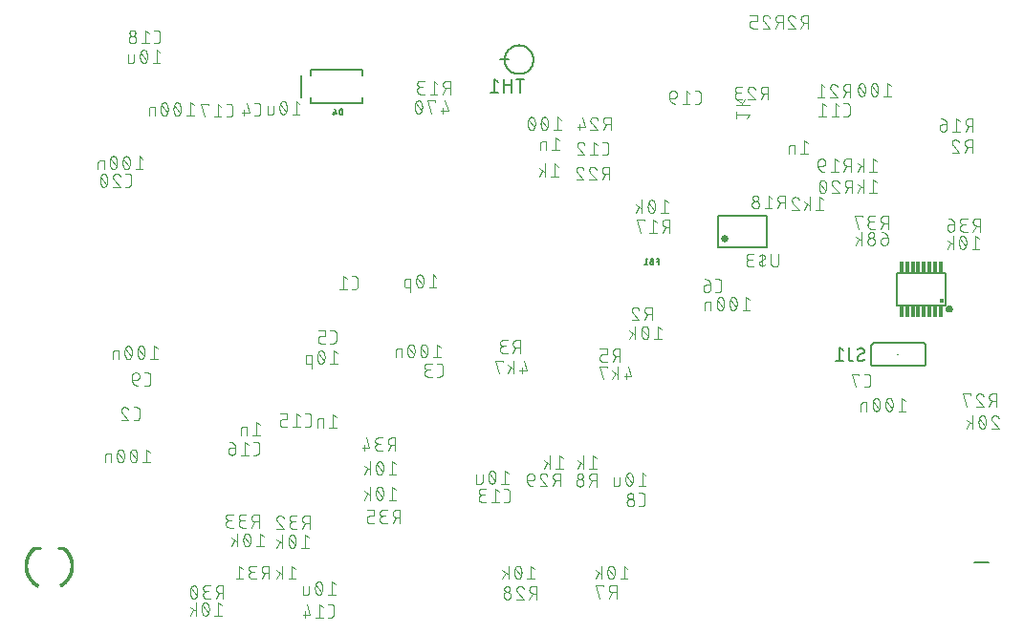
<source format=gbr>
G04 EAGLE Gerber RS-274X export*
G75*
%MOMM*%
%FSLAX34Y34*%
%LPD*%
%INSilkscreen Bottom*%
%IPPOS*%
%AMOC8*
5,1,8,0,0,1.08239X$1,22.5*%
G01*
%ADD10C,0.101600*%
%ADD11C,0.203200*%
%ADD12C,0.127000*%
%ADD13C,0.152400*%
%ADD14C,0.000000*%
%ADD15C,0.400000*%
%ADD16R,0.300000X0.975000*%
%ADD17C,0.650000*%
%ADD18C,0.025400*%
%ADD19C,0.254000*%

G36*
X883170Y349430D02*
X883170Y349430D01*
X883172Y349432D01*
X883173Y349431D01*
X883844Y349666D01*
X883845Y349667D01*
X883846Y349667D01*
X884448Y350045D01*
X884449Y350047D01*
X884451Y350047D01*
X884953Y350549D01*
X884953Y350551D01*
X884955Y350552D01*
X885333Y351154D01*
X885333Y351155D01*
X885334Y351156D01*
X885569Y351827D01*
X885569Y351829D01*
X885570Y351830D01*
X885604Y352130D01*
X885604Y352131D01*
X885605Y352142D01*
X885641Y352465D01*
X885643Y352477D01*
X885649Y352536D01*
X885649Y352537D01*
X885648Y352538D01*
X885649Y352539D01*
X885570Y353245D01*
X885568Y353247D01*
X885569Y353248D01*
X885334Y353919D01*
X885333Y353920D01*
X885333Y353921D01*
X884955Y354523D01*
X884953Y354524D01*
X884953Y354526D01*
X884451Y355028D01*
X884449Y355028D01*
X884448Y355030D01*
X883846Y355408D01*
X883845Y355408D01*
X883844Y355409D01*
X883173Y355644D01*
X883171Y355644D01*
X883170Y355645D01*
X882464Y355724D01*
X882462Y355723D01*
X882461Y355724D01*
X881755Y355645D01*
X881753Y355643D01*
X881752Y355644D01*
X881081Y355409D01*
X881080Y355408D01*
X881079Y355408D01*
X880477Y355030D01*
X880476Y355028D01*
X880474Y355028D01*
X879972Y354526D01*
X879972Y354524D01*
X879970Y354523D01*
X879592Y353921D01*
X879592Y353920D01*
X879591Y353919D01*
X879356Y353248D01*
X879357Y353246D01*
X879355Y353245D01*
X879342Y353124D01*
X879340Y353112D01*
X879304Y352790D01*
X879303Y352778D01*
X879276Y352539D01*
X879277Y352537D01*
X879276Y352536D01*
X879355Y351830D01*
X879357Y351828D01*
X879356Y351827D01*
X879591Y351156D01*
X879592Y351155D01*
X879592Y351154D01*
X879970Y350552D01*
X879972Y350551D01*
X879972Y350549D01*
X880474Y350047D01*
X880476Y350047D01*
X880477Y350045D01*
X881079Y349667D01*
X881080Y349667D01*
X881081Y349666D01*
X881752Y349431D01*
X881754Y349432D01*
X881755Y349430D01*
X882461Y349351D01*
X882463Y349352D01*
X882464Y349351D01*
X883170Y349430D01*
G37*
D10*
X353264Y370058D02*
X355861Y370058D01*
X355960Y370060D01*
X356060Y370066D01*
X356159Y370075D01*
X356257Y370088D01*
X356355Y370105D01*
X356453Y370126D01*
X356549Y370151D01*
X356644Y370179D01*
X356738Y370211D01*
X356831Y370246D01*
X356923Y370285D01*
X357013Y370328D01*
X357101Y370373D01*
X357188Y370423D01*
X357272Y370475D01*
X357355Y370531D01*
X357435Y370589D01*
X357513Y370651D01*
X357588Y370716D01*
X357661Y370784D01*
X357731Y370854D01*
X357799Y370927D01*
X357864Y371002D01*
X357926Y371080D01*
X357984Y371160D01*
X358040Y371243D01*
X358092Y371327D01*
X358142Y371414D01*
X358187Y371502D01*
X358230Y371592D01*
X358269Y371684D01*
X358304Y371777D01*
X358336Y371871D01*
X358364Y371966D01*
X358389Y372062D01*
X358410Y372160D01*
X358427Y372258D01*
X358440Y372356D01*
X358449Y372455D01*
X358455Y372555D01*
X358457Y372654D01*
X358457Y379146D01*
X358455Y379245D01*
X358449Y379345D01*
X358440Y379444D01*
X358427Y379542D01*
X358410Y379640D01*
X358389Y379738D01*
X358364Y379834D01*
X358336Y379929D01*
X358304Y380023D01*
X358269Y380116D01*
X358230Y380208D01*
X358187Y380298D01*
X358142Y380386D01*
X358092Y380473D01*
X358040Y380557D01*
X357984Y380640D01*
X357926Y380720D01*
X357864Y380798D01*
X357799Y380873D01*
X357731Y380946D01*
X357661Y381016D01*
X357588Y381084D01*
X357513Y381149D01*
X357435Y381211D01*
X357355Y381269D01*
X357272Y381325D01*
X357188Y381377D01*
X357101Y381427D01*
X357013Y381472D01*
X356923Y381515D01*
X356831Y381554D01*
X356738Y381589D01*
X356644Y381621D01*
X356549Y381649D01*
X356453Y381674D01*
X356355Y381695D01*
X356257Y381712D01*
X356159Y381725D01*
X356060Y381734D01*
X355960Y381740D01*
X355861Y381742D01*
X353264Y381742D01*
X348899Y379146D02*
X345654Y381742D01*
X345654Y370058D01*
X348899Y370058D02*
X342408Y370058D01*
X425042Y383142D02*
X428288Y380546D01*
X425042Y383142D02*
X425042Y371458D01*
X421797Y371458D02*
X428288Y371458D01*
X416858Y377300D02*
X416855Y377530D01*
X416847Y377760D01*
X416833Y377989D01*
X416814Y378218D01*
X416789Y378447D01*
X416759Y378675D01*
X416724Y378902D01*
X416683Y379128D01*
X416637Y379353D01*
X416585Y379577D01*
X416528Y379800D01*
X416466Y380021D01*
X416398Y380241D01*
X416325Y380459D01*
X416247Y380675D01*
X416164Y380889D01*
X416076Y381102D01*
X415983Y381312D01*
X415884Y381519D01*
X415851Y381609D01*
X415815Y381698D01*
X415775Y381786D01*
X415731Y381871D01*
X415684Y381955D01*
X415634Y382037D01*
X415580Y382117D01*
X415524Y382194D01*
X415464Y382270D01*
X415401Y382343D01*
X415336Y382413D01*
X415267Y382481D01*
X415196Y382545D01*
X415123Y382607D01*
X415047Y382666D01*
X414969Y382722D01*
X414888Y382775D01*
X414806Y382824D01*
X414722Y382870D01*
X414635Y382913D01*
X414548Y382952D01*
X414458Y382988D01*
X414368Y383020D01*
X414276Y383048D01*
X414183Y383073D01*
X414089Y383094D01*
X413995Y383111D01*
X413900Y383125D01*
X413804Y383134D01*
X413708Y383140D01*
X413612Y383142D01*
X413516Y383140D01*
X413420Y383134D01*
X413324Y383125D01*
X413229Y383111D01*
X413135Y383094D01*
X413041Y383073D01*
X412948Y383048D01*
X412856Y383020D01*
X412766Y382988D01*
X412676Y382952D01*
X412589Y382913D01*
X412502Y382870D01*
X412418Y382824D01*
X412336Y382775D01*
X412255Y382722D01*
X412177Y382666D01*
X412101Y382607D01*
X412028Y382545D01*
X411957Y382481D01*
X411888Y382413D01*
X411823Y382343D01*
X411760Y382270D01*
X411700Y382195D01*
X411644Y382117D01*
X411590Y382037D01*
X411540Y381955D01*
X411493Y381871D01*
X411450Y381786D01*
X411409Y381698D01*
X411373Y381609D01*
X411340Y381519D01*
X411341Y381519D02*
X411242Y381311D01*
X411149Y381101D01*
X411061Y380889D01*
X410978Y380675D01*
X410900Y380458D01*
X410827Y380240D01*
X410759Y380021D01*
X410697Y379799D01*
X410640Y379577D01*
X410588Y379353D01*
X410542Y379128D01*
X410501Y378902D01*
X410466Y378674D01*
X410436Y378447D01*
X410411Y378218D01*
X410392Y377989D01*
X410378Y377760D01*
X410370Y377530D01*
X410367Y377300D01*
X416858Y377300D02*
X416855Y377070D01*
X416847Y376840D01*
X416833Y376611D01*
X416814Y376382D01*
X416789Y376153D01*
X416759Y375925D01*
X416724Y375698D01*
X416683Y375472D01*
X416637Y375247D01*
X416585Y375023D01*
X416528Y374800D01*
X416466Y374579D01*
X416398Y374359D01*
X416325Y374141D01*
X416247Y373925D01*
X416164Y373711D01*
X416076Y373499D01*
X415983Y373288D01*
X415884Y373081D01*
X415851Y372991D01*
X415815Y372902D01*
X415774Y372814D01*
X415731Y372729D01*
X415684Y372645D01*
X415634Y372563D01*
X415580Y372483D01*
X415524Y372406D01*
X415464Y372330D01*
X415401Y372257D01*
X415336Y372187D01*
X415267Y372119D01*
X415196Y372055D01*
X415123Y371993D01*
X415047Y371934D01*
X414969Y371878D01*
X414888Y371825D01*
X414806Y371776D01*
X414722Y371730D01*
X414635Y371687D01*
X414548Y371648D01*
X414458Y371612D01*
X414368Y371580D01*
X414276Y371552D01*
X414183Y371527D01*
X414089Y371506D01*
X413995Y371489D01*
X413900Y371475D01*
X413804Y371466D01*
X413708Y371460D01*
X413612Y371458D01*
X411340Y373081D02*
X411241Y373288D01*
X411148Y373499D01*
X411060Y373711D01*
X410977Y373925D01*
X410899Y374141D01*
X410826Y374359D01*
X410758Y374579D01*
X410696Y374800D01*
X410639Y375023D01*
X410587Y375247D01*
X410541Y375472D01*
X410500Y375698D01*
X410465Y375925D01*
X410435Y376153D01*
X410410Y376382D01*
X410391Y376611D01*
X410377Y376840D01*
X410369Y377070D01*
X410366Y377300D01*
X411340Y373081D02*
X411373Y372991D01*
X411409Y372902D01*
X411450Y372814D01*
X411493Y372729D01*
X411540Y372645D01*
X411590Y372563D01*
X411644Y372483D01*
X411700Y372405D01*
X411760Y372330D01*
X411823Y372257D01*
X411888Y372187D01*
X411957Y372119D01*
X412028Y372055D01*
X412101Y371993D01*
X412177Y371934D01*
X412255Y371878D01*
X412336Y371825D01*
X412418Y371776D01*
X412502Y371730D01*
X412589Y371687D01*
X412676Y371648D01*
X412766Y371612D01*
X412856Y371580D01*
X412948Y371552D01*
X413041Y371527D01*
X413135Y371506D01*
X413229Y371489D01*
X413324Y371475D01*
X413420Y371466D01*
X413516Y371460D01*
X413612Y371458D01*
X416209Y374054D02*
X411016Y380546D01*
X405101Y379247D02*
X405101Y367563D01*
X405101Y379247D02*
X401855Y379247D01*
X401768Y379245D01*
X401680Y379239D01*
X401594Y379229D01*
X401507Y379216D01*
X401422Y379198D01*
X401337Y379177D01*
X401253Y379152D01*
X401171Y379123D01*
X401090Y379090D01*
X401010Y379054D01*
X400932Y379015D01*
X400856Y378971D01*
X400782Y378925D01*
X400711Y378875D01*
X400641Y378822D01*
X400574Y378766D01*
X400510Y378707D01*
X400448Y378646D01*
X400389Y378581D01*
X400333Y378514D01*
X400280Y378444D01*
X400230Y378373D01*
X400184Y378299D01*
X400141Y378223D01*
X400101Y378145D01*
X400065Y378065D01*
X400032Y377984D01*
X400003Y377902D01*
X399978Y377818D01*
X399957Y377733D01*
X399939Y377648D01*
X399926Y377561D01*
X399916Y377475D01*
X399910Y377387D01*
X399908Y377300D01*
X399908Y373405D01*
X399910Y373318D01*
X399916Y373230D01*
X399926Y373144D01*
X399939Y373057D01*
X399957Y372972D01*
X399978Y372887D01*
X400003Y372803D01*
X400032Y372721D01*
X400065Y372640D01*
X400101Y372560D01*
X400140Y372482D01*
X400184Y372406D01*
X400230Y372332D01*
X400280Y372261D01*
X400333Y372191D01*
X400389Y372124D01*
X400448Y372059D01*
X400510Y371998D01*
X400574Y371939D01*
X400641Y371883D01*
X400711Y371830D01*
X400782Y371780D01*
X400856Y371734D01*
X400932Y371690D01*
X401010Y371651D01*
X401090Y371615D01*
X401171Y371582D01*
X401253Y371553D01*
X401337Y371528D01*
X401422Y371507D01*
X401507Y371489D01*
X401594Y371476D01*
X401681Y371466D01*
X401768Y371460D01*
X401855Y371458D01*
X405101Y371458D01*
X788999Y523208D02*
X791596Y523208D01*
X791695Y523210D01*
X791795Y523216D01*
X791894Y523225D01*
X791992Y523238D01*
X792090Y523255D01*
X792188Y523276D01*
X792284Y523301D01*
X792379Y523329D01*
X792473Y523361D01*
X792566Y523396D01*
X792658Y523435D01*
X792748Y523478D01*
X792836Y523523D01*
X792923Y523573D01*
X793007Y523625D01*
X793090Y523681D01*
X793170Y523739D01*
X793248Y523801D01*
X793323Y523866D01*
X793396Y523934D01*
X793466Y524004D01*
X793534Y524077D01*
X793599Y524152D01*
X793661Y524230D01*
X793719Y524310D01*
X793775Y524393D01*
X793827Y524477D01*
X793877Y524564D01*
X793922Y524652D01*
X793965Y524742D01*
X794004Y524834D01*
X794039Y524927D01*
X794071Y525021D01*
X794099Y525116D01*
X794124Y525212D01*
X794145Y525310D01*
X794162Y525408D01*
X794175Y525506D01*
X794184Y525605D01*
X794190Y525705D01*
X794192Y525804D01*
X794192Y532296D01*
X794190Y532395D01*
X794184Y532495D01*
X794175Y532594D01*
X794162Y532692D01*
X794145Y532790D01*
X794124Y532888D01*
X794099Y532984D01*
X794071Y533079D01*
X794039Y533173D01*
X794004Y533266D01*
X793965Y533358D01*
X793922Y533448D01*
X793877Y533536D01*
X793827Y533623D01*
X793775Y533707D01*
X793719Y533790D01*
X793661Y533870D01*
X793599Y533948D01*
X793534Y534023D01*
X793466Y534096D01*
X793396Y534166D01*
X793323Y534234D01*
X793248Y534299D01*
X793170Y534361D01*
X793090Y534419D01*
X793007Y534475D01*
X792923Y534527D01*
X792836Y534577D01*
X792748Y534622D01*
X792658Y534665D01*
X792566Y534704D01*
X792473Y534739D01*
X792379Y534771D01*
X792284Y534799D01*
X792188Y534824D01*
X792090Y534845D01*
X791992Y534862D01*
X791894Y534875D01*
X791795Y534884D01*
X791695Y534890D01*
X791596Y534892D01*
X788999Y534892D01*
X784634Y532296D02*
X781388Y534892D01*
X781388Y523208D01*
X778143Y523208D02*
X784634Y523208D01*
X773204Y532296D02*
X769958Y534892D01*
X769958Y523208D01*
X766713Y523208D02*
X773204Y523208D01*
X753946Y501792D02*
X757192Y499196D01*
X753946Y501792D02*
X753946Y490108D01*
X750701Y490108D02*
X757192Y490108D01*
X745494Y490108D02*
X745494Y497897D01*
X742248Y497897D01*
X742161Y497895D01*
X742073Y497889D01*
X741987Y497879D01*
X741900Y497866D01*
X741815Y497848D01*
X741730Y497827D01*
X741646Y497802D01*
X741564Y497773D01*
X741483Y497740D01*
X741403Y497704D01*
X741325Y497665D01*
X741249Y497621D01*
X741175Y497575D01*
X741104Y497525D01*
X741034Y497472D01*
X740967Y497416D01*
X740903Y497357D01*
X740841Y497296D01*
X740782Y497231D01*
X740726Y497164D01*
X740673Y497094D01*
X740623Y497023D01*
X740577Y496949D01*
X740534Y496873D01*
X740494Y496795D01*
X740458Y496715D01*
X740425Y496634D01*
X740396Y496552D01*
X740371Y496468D01*
X740350Y496383D01*
X740332Y496298D01*
X740319Y496211D01*
X740309Y496125D01*
X740303Y496037D01*
X740301Y495950D01*
X740301Y490108D01*
X577691Y489108D02*
X575094Y489108D01*
X577691Y489108D02*
X577790Y489110D01*
X577890Y489116D01*
X577989Y489125D01*
X578087Y489138D01*
X578185Y489155D01*
X578283Y489176D01*
X578379Y489201D01*
X578474Y489229D01*
X578568Y489261D01*
X578661Y489296D01*
X578753Y489335D01*
X578843Y489378D01*
X578931Y489423D01*
X579018Y489473D01*
X579102Y489525D01*
X579185Y489581D01*
X579265Y489639D01*
X579343Y489701D01*
X579418Y489766D01*
X579491Y489834D01*
X579561Y489904D01*
X579629Y489977D01*
X579694Y490052D01*
X579756Y490130D01*
X579814Y490210D01*
X579870Y490293D01*
X579922Y490377D01*
X579972Y490464D01*
X580017Y490552D01*
X580060Y490642D01*
X580099Y490734D01*
X580134Y490827D01*
X580166Y490921D01*
X580194Y491016D01*
X580219Y491112D01*
X580240Y491210D01*
X580257Y491308D01*
X580270Y491406D01*
X580279Y491505D01*
X580285Y491605D01*
X580287Y491704D01*
X580287Y498196D01*
X580285Y498295D01*
X580279Y498395D01*
X580270Y498494D01*
X580257Y498592D01*
X580240Y498690D01*
X580219Y498788D01*
X580194Y498884D01*
X580166Y498979D01*
X580134Y499073D01*
X580099Y499166D01*
X580060Y499258D01*
X580017Y499348D01*
X579972Y499436D01*
X579922Y499523D01*
X579870Y499607D01*
X579814Y499690D01*
X579756Y499770D01*
X579694Y499848D01*
X579629Y499923D01*
X579561Y499996D01*
X579491Y500066D01*
X579418Y500134D01*
X579343Y500199D01*
X579265Y500261D01*
X579185Y500319D01*
X579102Y500375D01*
X579018Y500427D01*
X578931Y500477D01*
X578843Y500522D01*
X578753Y500565D01*
X578661Y500604D01*
X578568Y500639D01*
X578474Y500671D01*
X578379Y500699D01*
X578283Y500724D01*
X578185Y500745D01*
X578087Y500762D01*
X577989Y500775D01*
X577890Y500784D01*
X577790Y500790D01*
X577691Y500792D01*
X575094Y500792D01*
X570729Y498196D02*
X567484Y500792D01*
X567484Y489108D01*
X570729Y489108D02*
X564238Y489108D01*
X552808Y497871D02*
X552810Y497978D01*
X552816Y498084D01*
X552826Y498190D01*
X552839Y498296D01*
X552857Y498402D01*
X552878Y498506D01*
X552903Y498610D01*
X552932Y498713D01*
X552964Y498814D01*
X553001Y498914D01*
X553041Y499013D01*
X553084Y499111D01*
X553131Y499207D01*
X553182Y499301D01*
X553236Y499393D01*
X553293Y499483D01*
X553353Y499571D01*
X553417Y499656D01*
X553484Y499739D01*
X553554Y499820D01*
X553626Y499898D01*
X553702Y499974D01*
X553780Y500046D01*
X553861Y500116D01*
X553944Y500183D01*
X554029Y500247D01*
X554117Y500307D01*
X554207Y500364D01*
X554299Y500418D01*
X554393Y500469D01*
X554489Y500516D01*
X554587Y500559D01*
X554686Y500599D01*
X554786Y500636D01*
X554887Y500668D01*
X554990Y500697D01*
X555094Y500722D01*
X555198Y500743D01*
X555304Y500761D01*
X555410Y500774D01*
X555516Y500784D01*
X555622Y500790D01*
X555729Y500792D01*
X555850Y500790D01*
X555971Y500784D01*
X556091Y500774D01*
X556212Y500761D01*
X556331Y500743D01*
X556451Y500722D01*
X556569Y500697D01*
X556686Y500668D01*
X556803Y500635D01*
X556918Y500599D01*
X557032Y500558D01*
X557145Y500515D01*
X557257Y500467D01*
X557366Y500416D01*
X557474Y500361D01*
X557581Y500303D01*
X557685Y500242D01*
X557787Y500177D01*
X557887Y500109D01*
X557985Y500038D01*
X558081Y499964D01*
X558174Y499887D01*
X558264Y499806D01*
X558352Y499723D01*
X558437Y499637D01*
X558520Y499548D01*
X558599Y499457D01*
X558676Y499363D01*
X558749Y499267D01*
X558819Y499169D01*
X558886Y499068D01*
X558950Y498965D01*
X559011Y498860D01*
X559068Y498753D01*
X559121Y498645D01*
X559171Y498535D01*
X559217Y498423D01*
X559260Y498310D01*
X559299Y498195D01*
X553782Y495599D02*
X553703Y495677D01*
X553627Y495757D01*
X553554Y495840D01*
X553484Y495926D01*
X553417Y496013D01*
X553353Y496104D01*
X553293Y496196D01*
X553235Y496290D01*
X553181Y496387D01*
X553131Y496485D01*
X553084Y496585D01*
X553040Y496686D01*
X553000Y496789D01*
X552964Y496894D01*
X552932Y496999D01*
X552903Y497106D01*
X552878Y497213D01*
X552856Y497322D01*
X552839Y497431D01*
X552825Y497540D01*
X552816Y497650D01*
X552810Y497761D01*
X552808Y497871D01*
X553782Y495599D02*
X559299Y489108D01*
X552808Y489108D01*
X537199Y502296D02*
X533953Y504892D01*
X533953Y493208D01*
X530708Y493208D02*
X537199Y493208D01*
X525501Y493208D02*
X525501Y500997D01*
X522255Y500997D01*
X522168Y500995D01*
X522080Y500989D01*
X521994Y500979D01*
X521907Y500966D01*
X521822Y500948D01*
X521737Y500927D01*
X521653Y500902D01*
X521571Y500873D01*
X521490Y500840D01*
X521410Y500804D01*
X521332Y500765D01*
X521256Y500721D01*
X521182Y500675D01*
X521111Y500625D01*
X521041Y500572D01*
X520974Y500516D01*
X520910Y500457D01*
X520848Y500396D01*
X520789Y500331D01*
X520733Y500264D01*
X520680Y500194D01*
X520630Y500123D01*
X520584Y500049D01*
X520541Y499973D01*
X520501Y499895D01*
X520465Y499815D01*
X520432Y499734D01*
X520403Y499652D01*
X520378Y499568D01*
X520357Y499483D01*
X520339Y499398D01*
X520326Y499311D01*
X520316Y499225D01*
X520310Y499137D01*
X520308Y499050D01*
X520308Y493208D01*
X490596Y181208D02*
X487999Y181208D01*
X490596Y181208D02*
X490695Y181210D01*
X490795Y181216D01*
X490894Y181225D01*
X490992Y181238D01*
X491090Y181255D01*
X491188Y181276D01*
X491284Y181301D01*
X491379Y181329D01*
X491473Y181361D01*
X491566Y181396D01*
X491658Y181435D01*
X491748Y181478D01*
X491836Y181523D01*
X491923Y181573D01*
X492007Y181625D01*
X492090Y181681D01*
X492170Y181739D01*
X492248Y181801D01*
X492323Y181866D01*
X492396Y181934D01*
X492466Y182004D01*
X492534Y182077D01*
X492599Y182152D01*
X492661Y182230D01*
X492719Y182310D01*
X492775Y182393D01*
X492827Y182477D01*
X492877Y182564D01*
X492922Y182652D01*
X492965Y182742D01*
X493004Y182834D01*
X493039Y182927D01*
X493071Y183021D01*
X493099Y183116D01*
X493124Y183212D01*
X493145Y183310D01*
X493162Y183408D01*
X493175Y183506D01*
X493184Y183605D01*
X493190Y183705D01*
X493192Y183804D01*
X493192Y190296D01*
X493190Y190395D01*
X493184Y190495D01*
X493175Y190594D01*
X493162Y190692D01*
X493145Y190790D01*
X493124Y190888D01*
X493099Y190984D01*
X493071Y191079D01*
X493039Y191173D01*
X493004Y191266D01*
X492965Y191358D01*
X492922Y191448D01*
X492877Y191536D01*
X492827Y191623D01*
X492775Y191707D01*
X492719Y191790D01*
X492661Y191870D01*
X492599Y191948D01*
X492534Y192023D01*
X492466Y192096D01*
X492396Y192166D01*
X492323Y192234D01*
X492248Y192299D01*
X492170Y192361D01*
X492090Y192419D01*
X492007Y192475D01*
X491923Y192527D01*
X491836Y192577D01*
X491748Y192622D01*
X491658Y192665D01*
X491566Y192704D01*
X491473Y192739D01*
X491379Y192771D01*
X491284Y192799D01*
X491188Y192824D01*
X491090Y192845D01*
X490992Y192862D01*
X490894Y192875D01*
X490795Y192884D01*
X490695Y192890D01*
X490596Y192892D01*
X487999Y192892D01*
X483634Y190296D02*
X480388Y192892D01*
X480388Y181208D01*
X477143Y181208D02*
X483634Y181208D01*
X472204Y181208D02*
X468958Y181208D01*
X468845Y181210D01*
X468732Y181216D01*
X468619Y181226D01*
X468506Y181240D01*
X468394Y181257D01*
X468283Y181279D01*
X468173Y181304D01*
X468063Y181334D01*
X467955Y181367D01*
X467848Y181404D01*
X467742Y181444D01*
X467638Y181489D01*
X467535Y181537D01*
X467434Y181588D01*
X467335Y181643D01*
X467238Y181701D01*
X467143Y181763D01*
X467050Y181828D01*
X466960Y181896D01*
X466872Y181967D01*
X466786Y182042D01*
X466703Y182119D01*
X466623Y182199D01*
X466546Y182282D01*
X466471Y182368D01*
X466400Y182456D01*
X466332Y182546D01*
X466267Y182639D01*
X466205Y182734D01*
X466147Y182831D01*
X466092Y182930D01*
X466041Y183031D01*
X465993Y183134D01*
X465948Y183238D01*
X465908Y183344D01*
X465871Y183451D01*
X465838Y183559D01*
X465808Y183669D01*
X465783Y183779D01*
X465761Y183890D01*
X465744Y184002D01*
X465730Y184115D01*
X465720Y184228D01*
X465714Y184341D01*
X465712Y184454D01*
X465714Y184567D01*
X465720Y184680D01*
X465730Y184793D01*
X465744Y184906D01*
X465761Y185018D01*
X465783Y185129D01*
X465808Y185239D01*
X465838Y185349D01*
X465871Y185457D01*
X465908Y185564D01*
X465948Y185670D01*
X465993Y185774D01*
X466041Y185877D01*
X466092Y185978D01*
X466147Y186077D01*
X466205Y186174D01*
X466267Y186269D01*
X466332Y186362D01*
X466400Y186452D01*
X466471Y186540D01*
X466546Y186626D01*
X466623Y186709D01*
X466703Y186789D01*
X466786Y186866D01*
X466872Y186941D01*
X466960Y187012D01*
X467050Y187080D01*
X467143Y187145D01*
X467238Y187207D01*
X467335Y187265D01*
X467434Y187320D01*
X467535Y187371D01*
X467638Y187419D01*
X467742Y187464D01*
X467848Y187504D01*
X467955Y187541D01*
X468063Y187574D01*
X468173Y187604D01*
X468283Y187629D01*
X468394Y187651D01*
X468506Y187668D01*
X468619Y187682D01*
X468732Y187692D01*
X468845Y187698D01*
X468958Y187700D01*
X468309Y192892D02*
X472204Y192892D01*
X468309Y192892D02*
X468208Y192890D01*
X468108Y192884D01*
X468008Y192874D01*
X467908Y192861D01*
X467809Y192843D01*
X467710Y192822D01*
X467613Y192797D01*
X467516Y192768D01*
X467421Y192735D01*
X467327Y192699D01*
X467235Y192659D01*
X467144Y192616D01*
X467055Y192569D01*
X466968Y192519D01*
X466882Y192465D01*
X466799Y192408D01*
X466719Y192348D01*
X466640Y192285D01*
X466564Y192218D01*
X466491Y192149D01*
X466421Y192077D01*
X466353Y192003D01*
X466288Y191926D01*
X466227Y191846D01*
X466168Y191764D01*
X466113Y191680D01*
X466061Y191594D01*
X466012Y191506D01*
X465967Y191416D01*
X465925Y191324D01*
X465887Y191231D01*
X465853Y191136D01*
X465822Y191041D01*
X465795Y190944D01*
X465772Y190846D01*
X465752Y190747D01*
X465737Y190647D01*
X465725Y190547D01*
X465717Y190447D01*
X465713Y190346D01*
X465713Y190246D01*
X465717Y190145D01*
X465725Y190045D01*
X465737Y189945D01*
X465752Y189845D01*
X465772Y189746D01*
X465795Y189648D01*
X465822Y189551D01*
X465853Y189456D01*
X465887Y189361D01*
X465925Y189268D01*
X465967Y189176D01*
X466012Y189086D01*
X466061Y188998D01*
X466113Y188912D01*
X466168Y188828D01*
X466227Y188746D01*
X466288Y188666D01*
X466353Y188589D01*
X466421Y188515D01*
X466491Y188443D01*
X466564Y188374D01*
X466640Y188307D01*
X466719Y188244D01*
X466799Y188184D01*
X466882Y188127D01*
X466968Y188073D01*
X467055Y188023D01*
X467144Y187976D01*
X467235Y187933D01*
X467327Y187893D01*
X467421Y187857D01*
X467516Y187824D01*
X467613Y187795D01*
X467710Y187770D01*
X467809Y187749D01*
X467908Y187731D01*
X468008Y187718D01*
X468108Y187708D01*
X468208Y187702D01*
X468309Y187700D01*
X468309Y187699D02*
X470906Y187699D01*
X488946Y209292D02*
X492192Y206696D01*
X488946Y209292D02*
X488946Y197608D01*
X485701Y197608D02*
X492192Y197608D01*
X480763Y203450D02*
X480760Y203680D01*
X480752Y203910D01*
X480738Y204139D01*
X480719Y204368D01*
X480694Y204597D01*
X480664Y204825D01*
X480629Y205052D01*
X480588Y205278D01*
X480542Y205503D01*
X480490Y205727D01*
X480433Y205950D01*
X480371Y206171D01*
X480303Y206391D01*
X480230Y206609D01*
X480152Y206825D01*
X480069Y207039D01*
X479981Y207252D01*
X479888Y207462D01*
X479789Y207669D01*
X479756Y207759D01*
X479720Y207848D01*
X479680Y207936D01*
X479636Y208021D01*
X479589Y208105D01*
X479539Y208187D01*
X479485Y208267D01*
X479429Y208344D01*
X479369Y208420D01*
X479306Y208493D01*
X479241Y208563D01*
X479172Y208631D01*
X479101Y208695D01*
X479028Y208757D01*
X478952Y208816D01*
X478874Y208872D01*
X478793Y208925D01*
X478711Y208974D01*
X478627Y209020D01*
X478540Y209063D01*
X478453Y209102D01*
X478363Y209138D01*
X478273Y209170D01*
X478181Y209198D01*
X478088Y209223D01*
X477994Y209244D01*
X477900Y209261D01*
X477805Y209275D01*
X477709Y209284D01*
X477613Y209290D01*
X477517Y209292D01*
X477421Y209290D01*
X477325Y209284D01*
X477229Y209275D01*
X477134Y209261D01*
X477040Y209244D01*
X476946Y209223D01*
X476853Y209198D01*
X476761Y209170D01*
X476671Y209138D01*
X476581Y209102D01*
X476494Y209063D01*
X476407Y209020D01*
X476323Y208974D01*
X476241Y208925D01*
X476160Y208872D01*
X476082Y208816D01*
X476006Y208757D01*
X475933Y208695D01*
X475862Y208631D01*
X475793Y208563D01*
X475728Y208493D01*
X475665Y208420D01*
X475605Y208345D01*
X475549Y208267D01*
X475495Y208187D01*
X475445Y208105D01*
X475398Y208021D01*
X475355Y207936D01*
X475314Y207848D01*
X475278Y207759D01*
X475245Y207669D01*
X475146Y207461D01*
X475053Y207251D01*
X474965Y207039D01*
X474882Y206825D01*
X474804Y206608D01*
X474731Y206390D01*
X474663Y206171D01*
X474601Y205949D01*
X474544Y205727D01*
X474492Y205503D01*
X474446Y205278D01*
X474405Y205052D01*
X474370Y204824D01*
X474340Y204597D01*
X474315Y204368D01*
X474296Y204139D01*
X474282Y203910D01*
X474274Y203680D01*
X474271Y203450D01*
X480762Y203450D02*
X480759Y203220D01*
X480751Y202990D01*
X480737Y202761D01*
X480718Y202532D01*
X480693Y202303D01*
X480663Y202075D01*
X480628Y201848D01*
X480587Y201622D01*
X480541Y201397D01*
X480489Y201173D01*
X480432Y200950D01*
X480370Y200729D01*
X480302Y200509D01*
X480229Y200291D01*
X480151Y200075D01*
X480068Y199861D01*
X479980Y199649D01*
X479887Y199438D01*
X479788Y199231D01*
X479789Y199231D02*
X479756Y199141D01*
X479720Y199052D01*
X479679Y198964D01*
X479636Y198879D01*
X479589Y198795D01*
X479539Y198713D01*
X479485Y198633D01*
X479429Y198556D01*
X479369Y198480D01*
X479306Y198407D01*
X479241Y198337D01*
X479172Y198269D01*
X479101Y198205D01*
X479028Y198143D01*
X478952Y198084D01*
X478874Y198028D01*
X478793Y197975D01*
X478711Y197926D01*
X478627Y197880D01*
X478540Y197837D01*
X478453Y197798D01*
X478363Y197762D01*
X478273Y197730D01*
X478181Y197702D01*
X478088Y197677D01*
X477994Y197656D01*
X477900Y197639D01*
X477805Y197625D01*
X477709Y197616D01*
X477613Y197610D01*
X477517Y197608D01*
X475245Y199231D02*
X475146Y199438D01*
X475053Y199649D01*
X474965Y199861D01*
X474882Y200075D01*
X474804Y200291D01*
X474731Y200509D01*
X474663Y200729D01*
X474601Y200950D01*
X474544Y201173D01*
X474492Y201397D01*
X474446Y201622D01*
X474405Y201848D01*
X474370Y202075D01*
X474340Y202303D01*
X474315Y202532D01*
X474296Y202761D01*
X474282Y202990D01*
X474274Y203220D01*
X474271Y203450D01*
X475245Y199231D02*
X475278Y199141D01*
X475314Y199052D01*
X475355Y198964D01*
X475398Y198879D01*
X475445Y198795D01*
X475495Y198713D01*
X475549Y198633D01*
X475605Y198555D01*
X475665Y198480D01*
X475728Y198407D01*
X475793Y198337D01*
X475862Y198269D01*
X475933Y198205D01*
X476006Y198143D01*
X476082Y198084D01*
X476160Y198028D01*
X476241Y197975D01*
X476323Y197926D01*
X476407Y197880D01*
X476494Y197837D01*
X476581Y197798D01*
X476671Y197762D01*
X476761Y197730D01*
X476853Y197702D01*
X476946Y197677D01*
X477040Y197656D01*
X477134Y197639D01*
X477229Y197625D01*
X477325Y197616D01*
X477421Y197610D01*
X477517Y197608D01*
X480113Y200204D02*
X474920Y206696D01*
X469064Y205397D02*
X469064Y199555D01*
X469062Y199468D01*
X469056Y199380D01*
X469046Y199294D01*
X469033Y199207D01*
X469015Y199122D01*
X468994Y199037D01*
X468969Y198953D01*
X468940Y198871D01*
X468907Y198790D01*
X468871Y198710D01*
X468832Y198632D01*
X468788Y198556D01*
X468742Y198482D01*
X468692Y198411D01*
X468639Y198341D01*
X468583Y198274D01*
X468524Y198210D01*
X468462Y198148D01*
X468398Y198089D01*
X468331Y198033D01*
X468261Y197980D01*
X468190Y197930D01*
X468116Y197884D01*
X468040Y197840D01*
X467962Y197801D01*
X467882Y197765D01*
X467801Y197732D01*
X467719Y197703D01*
X467635Y197678D01*
X467550Y197657D01*
X467465Y197639D01*
X467378Y197626D01*
X467292Y197616D01*
X467204Y197610D01*
X467117Y197608D01*
X463871Y197608D01*
X463871Y205397D01*
X334691Y79108D02*
X332094Y79108D01*
X334691Y79108D02*
X334790Y79110D01*
X334890Y79116D01*
X334989Y79125D01*
X335087Y79138D01*
X335185Y79155D01*
X335283Y79176D01*
X335379Y79201D01*
X335474Y79229D01*
X335568Y79261D01*
X335661Y79296D01*
X335753Y79335D01*
X335843Y79378D01*
X335931Y79423D01*
X336018Y79473D01*
X336102Y79525D01*
X336185Y79581D01*
X336265Y79639D01*
X336343Y79701D01*
X336418Y79766D01*
X336491Y79834D01*
X336561Y79904D01*
X336629Y79977D01*
X336694Y80052D01*
X336756Y80130D01*
X336814Y80210D01*
X336870Y80293D01*
X336922Y80377D01*
X336972Y80464D01*
X337017Y80552D01*
X337060Y80642D01*
X337099Y80734D01*
X337134Y80827D01*
X337166Y80921D01*
X337194Y81016D01*
X337219Y81112D01*
X337240Y81210D01*
X337257Y81308D01*
X337270Y81406D01*
X337279Y81505D01*
X337285Y81605D01*
X337287Y81704D01*
X337287Y88196D01*
X337285Y88295D01*
X337279Y88395D01*
X337270Y88494D01*
X337257Y88592D01*
X337240Y88690D01*
X337219Y88788D01*
X337194Y88884D01*
X337166Y88979D01*
X337134Y89073D01*
X337099Y89166D01*
X337060Y89258D01*
X337017Y89348D01*
X336972Y89436D01*
X336922Y89523D01*
X336870Y89607D01*
X336814Y89690D01*
X336756Y89770D01*
X336694Y89848D01*
X336629Y89923D01*
X336561Y89996D01*
X336491Y90066D01*
X336418Y90134D01*
X336343Y90199D01*
X336265Y90261D01*
X336185Y90319D01*
X336102Y90375D01*
X336018Y90427D01*
X335931Y90477D01*
X335843Y90522D01*
X335753Y90565D01*
X335661Y90604D01*
X335568Y90639D01*
X335474Y90671D01*
X335379Y90699D01*
X335283Y90724D01*
X335185Y90745D01*
X335087Y90762D01*
X334989Y90775D01*
X334890Y90784D01*
X334790Y90790D01*
X334691Y90792D01*
X332094Y90792D01*
X327729Y88196D02*
X324484Y90792D01*
X324484Y79108D01*
X327729Y79108D02*
X321238Y79108D01*
X316299Y81704D02*
X313703Y90792D01*
X316299Y81704D02*
X309808Y81704D01*
X311755Y84301D02*
X311755Y79108D01*
X335383Y110892D02*
X338629Y108296D01*
X335383Y110892D02*
X335383Y99208D01*
X332138Y99208D02*
X338629Y99208D01*
X327199Y105050D02*
X327196Y105280D01*
X327188Y105510D01*
X327174Y105739D01*
X327155Y105968D01*
X327130Y106197D01*
X327100Y106425D01*
X327065Y106652D01*
X327024Y106878D01*
X326978Y107103D01*
X326926Y107327D01*
X326869Y107550D01*
X326807Y107771D01*
X326739Y107991D01*
X326666Y108209D01*
X326588Y108425D01*
X326505Y108639D01*
X326417Y108852D01*
X326324Y109062D01*
X326225Y109269D01*
X326192Y109359D01*
X326156Y109448D01*
X326116Y109536D01*
X326072Y109621D01*
X326025Y109705D01*
X325975Y109787D01*
X325921Y109867D01*
X325865Y109944D01*
X325805Y110020D01*
X325742Y110093D01*
X325677Y110163D01*
X325608Y110231D01*
X325537Y110295D01*
X325464Y110357D01*
X325388Y110416D01*
X325310Y110472D01*
X325229Y110525D01*
X325147Y110574D01*
X325063Y110620D01*
X324976Y110663D01*
X324889Y110702D01*
X324799Y110738D01*
X324709Y110770D01*
X324617Y110798D01*
X324524Y110823D01*
X324430Y110844D01*
X324336Y110861D01*
X324241Y110875D01*
X324145Y110884D01*
X324049Y110890D01*
X323953Y110892D01*
X323857Y110890D01*
X323761Y110884D01*
X323665Y110875D01*
X323570Y110861D01*
X323476Y110844D01*
X323382Y110823D01*
X323289Y110798D01*
X323197Y110770D01*
X323107Y110738D01*
X323017Y110702D01*
X322930Y110663D01*
X322843Y110620D01*
X322759Y110574D01*
X322677Y110525D01*
X322596Y110472D01*
X322518Y110416D01*
X322442Y110357D01*
X322369Y110295D01*
X322298Y110231D01*
X322229Y110163D01*
X322164Y110093D01*
X322101Y110020D01*
X322041Y109945D01*
X321985Y109867D01*
X321931Y109787D01*
X321881Y109705D01*
X321834Y109621D01*
X321791Y109536D01*
X321750Y109448D01*
X321714Y109359D01*
X321681Y109269D01*
X321682Y109269D02*
X321583Y109061D01*
X321490Y108851D01*
X321402Y108639D01*
X321319Y108425D01*
X321241Y108208D01*
X321168Y107990D01*
X321100Y107771D01*
X321038Y107549D01*
X320981Y107327D01*
X320929Y107103D01*
X320883Y106878D01*
X320842Y106652D01*
X320807Y106424D01*
X320777Y106197D01*
X320752Y105968D01*
X320733Y105739D01*
X320719Y105510D01*
X320711Y105280D01*
X320708Y105050D01*
X327199Y105050D02*
X327196Y104820D01*
X327188Y104590D01*
X327174Y104361D01*
X327155Y104132D01*
X327130Y103903D01*
X327100Y103675D01*
X327065Y103448D01*
X327024Y103222D01*
X326978Y102997D01*
X326926Y102773D01*
X326869Y102550D01*
X326807Y102329D01*
X326739Y102109D01*
X326666Y101891D01*
X326588Y101675D01*
X326505Y101461D01*
X326417Y101249D01*
X326324Y101038D01*
X326225Y100831D01*
X326192Y100741D01*
X326156Y100652D01*
X326115Y100564D01*
X326072Y100479D01*
X326025Y100395D01*
X325975Y100313D01*
X325921Y100233D01*
X325865Y100156D01*
X325805Y100080D01*
X325742Y100007D01*
X325677Y99937D01*
X325608Y99869D01*
X325537Y99805D01*
X325464Y99743D01*
X325388Y99684D01*
X325310Y99628D01*
X325229Y99575D01*
X325147Y99526D01*
X325063Y99480D01*
X324976Y99437D01*
X324889Y99398D01*
X324799Y99362D01*
X324709Y99330D01*
X324617Y99302D01*
X324524Y99277D01*
X324430Y99256D01*
X324336Y99239D01*
X324241Y99225D01*
X324145Y99216D01*
X324049Y99210D01*
X323953Y99208D01*
X321682Y100831D02*
X321583Y101038D01*
X321490Y101249D01*
X321402Y101461D01*
X321319Y101675D01*
X321241Y101891D01*
X321168Y102109D01*
X321100Y102329D01*
X321038Y102550D01*
X320981Y102773D01*
X320929Y102997D01*
X320883Y103222D01*
X320842Y103448D01*
X320807Y103675D01*
X320777Y103903D01*
X320752Y104132D01*
X320733Y104361D01*
X320719Y104590D01*
X320711Y104820D01*
X320708Y105050D01*
X321681Y100831D02*
X321714Y100741D01*
X321750Y100652D01*
X321791Y100564D01*
X321834Y100479D01*
X321881Y100395D01*
X321931Y100313D01*
X321985Y100233D01*
X322041Y100155D01*
X322101Y100080D01*
X322164Y100007D01*
X322229Y99937D01*
X322298Y99869D01*
X322369Y99805D01*
X322442Y99743D01*
X322518Y99684D01*
X322596Y99628D01*
X322677Y99575D01*
X322759Y99526D01*
X322843Y99480D01*
X322930Y99437D01*
X323017Y99398D01*
X323107Y99362D01*
X323197Y99330D01*
X323289Y99302D01*
X323382Y99277D01*
X323476Y99256D01*
X323570Y99239D01*
X323665Y99225D01*
X323761Y99216D01*
X323857Y99210D01*
X323953Y99208D01*
X326550Y101804D02*
X321357Y108296D01*
X315501Y106997D02*
X315501Y101155D01*
X315499Y101068D01*
X315493Y100980D01*
X315483Y100894D01*
X315470Y100807D01*
X315452Y100722D01*
X315431Y100637D01*
X315406Y100553D01*
X315377Y100471D01*
X315344Y100390D01*
X315308Y100310D01*
X315269Y100232D01*
X315225Y100156D01*
X315179Y100082D01*
X315129Y100011D01*
X315076Y99941D01*
X315020Y99874D01*
X314961Y99810D01*
X314899Y99748D01*
X314835Y99689D01*
X314768Y99633D01*
X314698Y99580D01*
X314627Y99530D01*
X314553Y99484D01*
X314477Y99440D01*
X314399Y99401D01*
X314319Y99365D01*
X314238Y99332D01*
X314156Y99303D01*
X314072Y99278D01*
X313987Y99257D01*
X313902Y99239D01*
X313815Y99226D01*
X313729Y99216D01*
X313641Y99210D01*
X313554Y99208D01*
X310308Y99208D01*
X310308Y106997D01*
X311999Y248208D02*
X314596Y248208D01*
X314695Y248210D01*
X314795Y248216D01*
X314894Y248225D01*
X314992Y248238D01*
X315090Y248255D01*
X315188Y248276D01*
X315284Y248301D01*
X315379Y248329D01*
X315473Y248361D01*
X315566Y248396D01*
X315658Y248435D01*
X315748Y248478D01*
X315836Y248523D01*
X315923Y248573D01*
X316007Y248625D01*
X316090Y248681D01*
X316170Y248739D01*
X316248Y248801D01*
X316323Y248866D01*
X316396Y248934D01*
X316466Y249004D01*
X316534Y249077D01*
X316599Y249152D01*
X316661Y249230D01*
X316719Y249310D01*
X316775Y249393D01*
X316827Y249477D01*
X316877Y249564D01*
X316922Y249652D01*
X316965Y249742D01*
X317004Y249834D01*
X317039Y249927D01*
X317071Y250021D01*
X317099Y250116D01*
X317124Y250212D01*
X317145Y250310D01*
X317162Y250408D01*
X317175Y250506D01*
X317184Y250605D01*
X317190Y250705D01*
X317192Y250804D01*
X317192Y257296D01*
X317190Y257395D01*
X317184Y257495D01*
X317175Y257594D01*
X317162Y257692D01*
X317145Y257790D01*
X317124Y257888D01*
X317099Y257984D01*
X317071Y258079D01*
X317039Y258173D01*
X317004Y258266D01*
X316965Y258358D01*
X316922Y258448D01*
X316877Y258536D01*
X316827Y258623D01*
X316775Y258707D01*
X316719Y258790D01*
X316661Y258870D01*
X316599Y258948D01*
X316534Y259023D01*
X316466Y259096D01*
X316396Y259166D01*
X316323Y259234D01*
X316248Y259299D01*
X316170Y259361D01*
X316090Y259419D01*
X316007Y259475D01*
X315923Y259527D01*
X315836Y259577D01*
X315748Y259622D01*
X315658Y259665D01*
X315566Y259704D01*
X315473Y259739D01*
X315379Y259771D01*
X315284Y259799D01*
X315188Y259824D01*
X315090Y259845D01*
X314992Y259862D01*
X314894Y259875D01*
X314795Y259884D01*
X314695Y259890D01*
X314596Y259892D01*
X311999Y259892D01*
X307634Y257296D02*
X304388Y259892D01*
X304388Y248208D01*
X301143Y248208D02*
X307634Y248208D01*
X296204Y248208D02*
X292309Y248208D01*
X292210Y248210D01*
X292110Y248216D01*
X292011Y248225D01*
X291913Y248238D01*
X291815Y248255D01*
X291717Y248276D01*
X291621Y248301D01*
X291526Y248329D01*
X291432Y248361D01*
X291339Y248396D01*
X291247Y248435D01*
X291157Y248478D01*
X291069Y248523D01*
X290982Y248573D01*
X290898Y248625D01*
X290815Y248681D01*
X290735Y248739D01*
X290657Y248801D01*
X290582Y248866D01*
X290509Y248934D01*
X290439Y249004D01*
X290371Y249077D01*
X290306Y249152D01*
X290244Y249230D01*
X290186Y249310D01*
X290130Y249393D01*
X290078Y249477D01*
X290028Y249564D01*
X289983Y249652D01*
X289940Y249742D01*
X289901Y249834D01*
X289866Y249927D01*
X289834Y250021D01*
X289806Y250116D01*
X289781Y250212D01*
X289760Y250310D01*
X289743Y250408D01*
X289730Y250506D01*
X289721Y250605D01*
X289715Y250705D01*
X289713Y250804D01*
X289713Y252103D01*
X289715Y252202D01*
X289721Y252302D01*
X289730Y252401D01*
X289743Y252499D01*
X289760Y252597D01*
X289781Y252695D01*
X289806Y252791D01*
X289834Y252886D01*
X289866Y252980D01*
X289901Y253073D01*
X289940Y253165D01*
X289983Y253255D01*
X290028Y253343D01*
X290078Y253430D01*
X290130Y253514D01*
X290186Y253597D01*
X290244Y253677D01*
X290306Y253755D01*
X290371Y253830D01*
X290439Y253903D01*
X290509Y253973D01*
X290582Y254041D01*
X290657Y254106D01*
X290735Y254168D01*
X290815Y254226D01*
X290898Y254282D01*
X290982Y254334D01*
X291069Y254384D01*
X291157Y254429D01*
X291247Y254472D01*
X291339Y254511D01*
X291432Y254546D01*
X291526Y254578D01*
X291621Y254606D01*
X291717Y254631D01*
X291815Y254652D01*
X291913Y254669D01*
X292011Y254682D01*
X292110Y254691D01*
X292210Y254697D01*
X292309Y254699D01*
X296204Y254699D01*
X296204Y259892D01*
X289713Y259892D01*
X336446Y259292D02*
X339692Y256696D01*
X336446Y259292D02*
X336446Y247608D01*
X333201Y247608D02*
X339692Y247608D01*
X327994Y247608D02*
X327994Y255397D01*
X324748Y255397D01*
X324661Y255395D01*
X324573Y255389D01*
X324487Y255379D01*
X324400Y255366D01*
X324315Y255348D01*
X324230Y255327D01*
X324146Y255302D01*
X324064Y255273D01*
X323983Y255240D01*
X323903Y255204D01*
X323825Y255165D01*
X323749Y255121D01*
X323675Y255075D01*
X323604Y255025D01*
X323534Y254972D01*
X323467Y254916D01*
X323403Y254857D01*
X323341Y254796D01*
X323282Y254731D01*
X323226Y254664D01*
X323173Y254594D01*
X323123Y254523D01*
X323077Y254449D01*
X323034Y254373D01*
X322994Y254295D01*
X322958Y254215D01*
X322925Y254134D01*
X322896Y254052D01*
X322871Y253968D01*
X322850Y253883D01*
X322832Y253798D01*
X322819Y253711D01*
X322809Y253625D01*
X322803Y253537D01*
X322801Y253450D01*
X322801Y247608D01*
X268691Y223108D02*
X266094Y223108D01*
X268691Y223108D02*
X268790Y223110D01*
X268890Y223116D01*
X268989Y223125D01*
X269087Y223138D01*
X269185Y223155D01*
X269283Y223176D01*
X269379Y223201D01*
X269474Y223229D01*
X269568Y223261D01*
X269661Y223296D01*
X269753Y223335D01*
X269843Y223378D01*
X269931Y223423D01*
X270018Y223473D01*
X270102Y223525D01*
X270185Y223581D01*
X270265Y223639D01*
X270343Y223701D01*
X270418Y223766D01*
X270491Y223834D01*
X270561Y223904D01*
X270629Y223977D01*
X270694Y224052D01*
X270756Y224130D01*
X270814Y224210D01*
X270870Y224293D01*
X270922Y224377D01*
X270972Y224464D01*
X271017Y224552D01*
X271060Y224642D01*
X271099Y224734D01*
X271134Y224827D01*
X271166Y224921D01*
X271194Y225016D01*
X271219Y225112D01*
X271240Y225210D01*
X271257Y225308D01*
X271270Y225406D01*
X271279Y225505D01*
X271285Y225605D01*
X271287Y225704D01*
X271287Y232196D01*
X271285Y232295D01*
X271279Y232395D01*
X271270Y232494D01*
X271257Y232592D01*
X271240Y232690D01*
X271219Y232788D01*
X271194Y232884D01*
X271166Y232979D01*
X271134Y233073D01*
X271099Y233166D01*
X271060Y233258D01*
X271017Y233348D01*
X270972Y233436D01*
X270922Y233523D01*
X270870Y233607D01*
X270814Y233690D01*
X270756Y233770D01*
X270694Y233848D01*
X270629Y233923D01*
X270561Y233996D01*
X270491Y234066D01*
X270418Y234134D01*
X270343Y234199D01*
X270265Y234261D01*
X270185Y234319D01*
X270102Y234375D01*
X270018Y234427D01*
X269931Y234477D01*
X269843Y234522D01*
X269753Y234565D01*
X269661Y234604D01*
X269568Y234639D01*
X269474Y234671D01*
X269379Y234699D01*
X269283Y234724D01*
X269185Y234745D01*
X269087Y234762D01*
X268989Y234775D01*
X268890Y234784D01*
X268790Y234790D01*
X268691Y234792D01*
X266094Y234792D01*
X261729Y232196D02*
X258484Y234792D01*
X258484Y223108D01*
X261729Y223108D02*
X255238Y223108D01*
X250299Y229599D02*
X246404Y229599D01*
X246305Y229597D01*
X246205Y229591D01*
X246106Y229582D01*
X246008Y229569D01*
X245910Y229552D01*
X245812Y229531D01*
X245716Y229506D01*
X245621Y229478D01*
X245527Y229446D01*
X245434Y229411D01*
X245342Y229372D01*
X245252Y229329D01*
X245164Y229284D01*
X245077Y229234D01*
X244993Y229182D01*
X244910Y229126D01*
X244830Y229068D01*
X244752Y229006D01*
X244677Y228941D01*
X244604Y228873D01*
X244534Y228803D01*
X244466Y228730D01*
X244401Y228655D01*
X244339Y228577D01*
X244281Y228497D01*
X244225Y228414D01*
X244173Y228330D01*
X244123Y228243D01*
X244078Y228155D01*
X244035Y228065D01*
X243996Y227973D01*
X243961Y227880D01*
X243929Y227786D01*
X243901Y227691D01*
X243876Y227595D01*
X243855Y227497D01*
X243838Y227399D01*
X243825Y227301D01*
X243816Y227202D01*
X243810Y227102D01*
X243808Y227003D01*
X243808Y226354D01*
X243810Y226241D01*
X243816Y226128D01*
X243826Y226015D01*
X243840Y225902D01*
X243857Y225790D01*
X243879Y225679D01*
X243904Y225569D01*
X243934Y225459D01*
X243967Y225351D01*
X244004Y225244D01*
X244044Y225138D01*
X244089Y225034D01*
X244137Y224931D01*
X244188Y224830D01*
X244243Y224731D01*
X244301Y224634D01*
X244363Y224539D01*
X244428Y224446D01*
X244496Y224356D01*
X244567Y224268D01*
X244642Y224182D01*
X244719Y224099D01*
X244799Y224019D01*
X244882Y223942D01*
X244968Y223867D01*
X245056Y223796D01*
X245146Y223728D01*
X245239Y223663D01*
X245334Y223601D01*
X245431Y223543D01*
X245530Y223488D01*
X245631Y223437D01*
X245734Y223389D01*
X245838Y223344D01*
X245944Y223304D01*
X246051Y223267D01*
X246159Y223234D01*
X246269Y223204D01*
X246379Y223179D01*
X246490Y223157D01*
X246602Y223140D01*
X246715Y223126D01*
X246828Y223116D01*
X246941Y223110D01*
X247054Y223108D01*
X247167Y223110D01*
X247280Y223116D01*
X247393Y223126D01*
X247506Y223140D01*
X247618Y223157D01*
X247729Y223179D01*
X247839Y223204D01*
X247949Y223234D01*
X248057Y223267D01*
X248164Y223304D01*
X248270Y223344D01*
X248374Y223389D01*
X248477Y223437D01*
X248578Y223488D01*
X248677Y223543D01*
X248774Y223601D01*
X248869Y223663D01*
X248962Y223728D01*
X249052Y223796D01*
X249140Y223867D01*
X249226Y223942D01*
X249309Y224019D01*
X249389Y224099D01*
X249466Y224182D01*
X249541Y224268D01*
X249612Y224356D01*
X249680Y224446D01*
X249745Y224539D01*
X249807Y224634D01*
X249865Y224731D01*
X249920Y224830D01*
X249971Y224931D01*
X250019Y225034D01*
X250064Y225138D01*
X250104Y225244D01*
X250141Y225351D01*
X250174Y225459D01*
X250204Y225569D01*
X250229Y225679D01*
X250251Y225790D01*
X250268Y225902D01*
X250282Y226015D01*
X250292Y226128D01*
X250298Y226241D01*
X250300Y226354D01*
X250299Y226354D02*
X250299Y229599D01*
X250297Y229742D01*
X250291Y229885D01*
X250281Y230028D01*
X250267Y230170D01*
X250250Y230312D01*
X250228Y230454D01*
X250203Y230595D01*
X250173Y230735D01*
X250140Y230874D01*
X250103Y231012D01*
X250062Y231149D01*
X250018Y231285D01*
X249969Y231420D01*
X249917Y231553D01*
X249862Y231685D01*
X249802Y231815D01*
X249739Y231944D01*
X249673Y232071D01*
X249603Y232196D01*
X249530Y232318D01*
X249453Y232439D01*
X249373Y232558D01*
X249290Y232674D01*
X249204Y232789D01*
X249115Y232900D01*
X249022Y233010D01*
X248927Y233116D01*
X248828Y233220D01*
X248727Y233321D01*
X248623Y233420D01*
X248517Y233515D01*
X248407Y233608D01*
X248296Y233697D01*
X248181Y233783D01*
X248065Y233866D01*
X247946Y233946D01*
X247825Y234023D01*
X247703Y234096D01*
X247578Y234166D01*
X247451Y234232D01*
X247322Y234295D01*
X247192Y234355D01*
X247060Y234410D01*
X246927Y234462D01*
X246792Y234511D01*
X246656Y234555D01*
X246519Y234596D01*
X246381Y234633D01*
X246242Y234666D01*
X246102Y234696D01*
X245961Y234721D01*
X245819Y234743D01*
X245677Y234760D01*
X245535Y234774D01*
X245392Y234784D01*
X245249Y234790D01*
X245106Y234792D01*
X268953Y252392D02*
X272199Y249796D01*
X268953Y252392D02*
X268953Y240708D01*
X265708Y240708D02*
X272199Y240708D01*
X260501Y240708D02*
X260501Y248497D01*
X257255Y248497D01*
X257168Y248495D01*
X257080Y248489D01*
X256994Y248479D01*
X256907Y248466D01*
X256822Y248448D01*
X256737Y248427D01*
X256653Y248402D01*
X256571Y248373D01*
X256490Y248340D01*
X256410Y248304D01*
X256332Y248265D01*
X256256Y248221D01*
X256182Y248175D01*
X256111Y248125D01*
X256041Y248072D01*
X255974Y248016D01*
X255910Y247957D01*
X255848Y247896D01*
X255789Y247831D01*
X255733Y247764D01*
X255680Y247694D01*
X255630Y247623D01*
X255584Y247549D01*
X255541Y247473D01*
X255501Y247395D01*
X255465Y247315D01*
X255432Y247234D01*
X255403Y247152D01*
X255378Y247068D01*
X255357Y246983D01*
X255339Y246898D01*
X255326Y246811D01*
X255316Y246725D01*
X255310Y246637D01*
X255308Y246550D01*
X255308Y240708D01*
X162596Y253858D02*
X159999Y253858D01*
X162596Y253858D02*
X162695Y253860D01*
X162795Y253866D01*
X162894Y253875D01*
X162992Y253888D01*
X163090Y253905D01*
X163188Y253926D01*
X163284Y253951D01*
X163379Y253979D01*
X163473Y254011D01*
X163566Y254046D01*
X163658Y254085D01*
X163748Y254128D01*
X163836Y254173D01*
X163923Y254223D01*
X164007Y254275D01*
X164090Y254331D01*
X164170Y254389D01*
X164248Y254451D01*
X164323Y254516D01*
X164396Y254584D01*
X164466Y254654D01*
X164534Y254727D01*
X164599Y254802D01*
X164661Y254880D01*
X164719Y254960D01*
X164775Y255043D01*
X164827Y255127D01*
X164877Y255214D01*
X164922Y255302D01*
X164965Y255392D01*
X165004Y255484D01*
X165039Y255577D01*
X165071Y255671D01*
X165099Y255766D01*
X165124Y255862D01*
X165145Y255960D01*
X165162Y256058D01*
X165175Y256156D01*
X165184Y256255D01*
X165190Y256355D01*
X165192Y256454D01*
X165192Y262946D01*
X165190Y263045D01*
X165184Y263145D01*
X165175Y263244D01*
X165162Y263342D01*
X165145Y263440D01*
X165124Y263538D01*
X165099Y263634D01*
X165071Y263729D01*
X165039Y263823D01*
X165004Y263916D01*
X164965Y264008D01*
X164922Y264098D01*
X164877Y264186D01*
X164827Y264273D01*
X164775Y264357D01*
X164719Y264440D01*
X164661Y264520D01*
X164599Y264598D01*
X164534Y264673D01*
X164466Y264746D01*
X164396Y264816D01*
X164323Y264884D01*
X164248Y264949D01*
X164170Y265011D01*
X164090Y265069D01*
X164007Y265125D01*
X163923Y265177D01*
X163836Y265227D01*
X163748Y265272D01*
X163658Y265315D01*
X163566Y265354D01*
X163473Y265389D01*
X163379Y265421D01*
X163284Y265449D01*
X163188Y265474D01*
X163090Y265495D01*
X162992Y265512D01*
X162894Y265525D01*
X162795Y265534D01*
X162695Y265540D01*
X162596Y265542D01*
X159999Y265542D01*
X152064Y265542D02*
X151957Y265540D01*
X151851Y265534D01*
X151745Y265524D01*
X151639Y265511D01*
X151533Y265493D01*
X151429Y265472D01*
X151325Y265447D01*
X151222Y265418D01*
X151121Y265386D01*
X151021Y265349D01*
X150922Y265309D01*
X150824Y265266D01*
X150728Y265219D01*
X150634Y265168D01*
X150542Y265114D01*
X150452Y265057D01*
X150364Y264997D01*
X150279Y264933D01*
X150196Y264866D01*
X150115Y264796D01*
X150037Y264724D01*
X149961Y264648D01*
X149889Y264570D01*
X149819Y264489D01*
X149752Y264406D01*
X149688Y264321D01*
X149628Y264233D01*
X149571Y264143D01*
X149517Y264051D01*
X149466Y263957D01*
X149419Y263861D01*
X149376Y263763D01*
X149336Y263664D01*
X149299Y263564D01*
X149267Y263463D01*
X149238Y263360D01*
X149213Y263256D01*
X149192Y263152D01*
X149174Y263046D01*
X149161Y262940D01*
X149151Y262834D01*
X149145Y262728D01*
X149143Y262621D01*
X152064Y265542D02*
X152185Y265540D01*
X152306Y265534D01*
X152426Y265524D01*
X152547Y265511D01*
X152666Y265493D01*
X152786Y265472D01*
X152904Y265447D01*
X153021Y265418D01*
X153138Y265385D01*
X153253Y265349D01*
X153367Y265308D01*
X153480Y265265D01*
X153592Y265217D01*
X153701Y265166D01*
X153809Y265111D01*
X153916Y265053D01*
X154020Y264992D01*
X154122Y264927D01*
X154222Y264859D01*
X154320Y264788D01*
X154416Y264714D01*
X154509Y264637D01*
X154599Y264556D01*
X154687Y264473D01*
X154772Y264387D01*
X154855Y264298D01*
X154934Y264207D01*
X155011Y264113D01*
X155084Y264017D01*
X155154Y263919D01*
X155221Y263818D01*
X155285Y263715D01*
X155346Y263610D01*
X155403Y263503D01*
X155456Y263395D01*
X155506Y263285D01*
X155552Y263173D01*
X155595Y263060D01*
X155634Y262945D01*
X150117Y260349D02*
X150038Y260427D01*
X149962Y260507D01*
X149889Y260590D01*
X149819Y260676D01*
X149752Y260763D01*
X149688Y260854D01*
X149628Y260946D01*
X149570Y261040D01*
X149516Y261137D01*
X149466Y261235D01*
X149419Y261335D01*
X149375Y261436D01*
X149335Y261539D01*
X149299Y261644D01*
X149267Y261749D01*
X149238Y261856D01*
X149213Y261963D01*
X149191Y262072D01*
X149174Y262181D01*
X149160Y262290D01*
X149151Y262400D01*
X149145Y262511D01*
X149143Y262621D01*
X150116Y260349D02*
X155634Y253858D01*
X149143Y253858D01*
X171446Y228142D02*
X174692Y225546D01*
X171446Y228142D02*
X171446Y216458D01*
X168201Y216458D02*
X174692Y216458D01*
X163263Y222300D02*
X163260Y222530D01*
X163252Y222760D01*
X163238Y222989D01*
X163219Y223218D01*
X163194Y223447D01*
X163164Y223675D01*
X163129Y223902D01*
X163088Y224128D01*
X163042Y224353D01*
X162990Y224577D01*
X162933Y224800D01*
X162871Y225021D01*
X162803Y225241D01*
X162730Y225459D01*
X162652Y225675D01*
X162569Y225889D01*
X162481Y226102D01*
X162388Y226312D01*
X162289Y226519D01*
X162256Y226609D01*
X162220Y226698D01*
X162180Y226786D01*
X162136Y226871D01*
X162089Y226955D01*
X162039Y227037D01*
X161985Y227117D01*
X161929Y227194D01*
X161869Y227270D01*
X161806Y227343D01*
X161741Y227413D01*
X161672Y227481D01*
X161601Y227545D01*
X161528Y227607D01*
X161452Y227666D01*
X161374Y227722D01*
X161293Y227775D01*
X161211Y227824D01*
X161127Y227870D01*
X161040Y227913D01*
X160953Y227952D01*
X160863Y227988D01*
X160773Y228020D01*
X160681Y228048D01*
X160588Y228073D01*
X160494Y228094D01*
X160400Y228111D01*
X160305Y228125D01*
X160209Y228134D01*
X160113Y228140D01*
X160017Y228142D01*
X159921Y228140D01*
X159825Y228134D01*
X159729Y228125D01*
X159634Y228111D01*
X159540Y228094D01*
X159446Y228073D01*
X159353Y228048D01*
X159261Y228020D01*
X159171Y227988D01*
X159081Y227952D01*
X158994Y227913D01*
X158907Y227870D01*
X158823Y227824D01*
X158741Y227775D01*
X158660Y227722D01*
X158582Y227666D01*
X158506Y227607D01*
X158433Y227545D01*
X158362Y227481D01*
X158293Y227413D01*
X158228Y227343D01*
X158165Y227270D01*
X158105Y227195D01*
X158049Y227117D01*
X157995Y227037D01*
X157945Y226955D01*
X157898Y226871D01*
X157855Y226786D01*
X157814Y226698D01*
X157778Y226609D01*
X157745Y226519D01*
X157646Y226311D01*
X157553Y226101D01*
X157465Y225889D01*
X157382Y225675D01*
X157304Y225458D01*
X157231Y225240D01*
X157163Y225021D01*
X157101Y224799D01*
X157044Y224577D01*
X156992Y224353D01*
X156946Y224128D01*
X156905Y223902D01*
X156870Y223674D01*
X156840Y223447D01*
X156815Y223218D01*
X156796Y222989D01*
X156782Y222760D01*
X156774Y222530D01*
X156771Y222300D01*
X163262Y222300D02*
X163259Y222070D01*
X163251Y221840D01*
X163237Y221611D01*
X163218Y221382D01*
X163193Y221153D01*
X163163Y220925D01*
X163128Y220698D01*
X163087Y220472D01*
X163041Y220247D01*
X162989Y220023D01*
X162932Y219800D01*
X162870Y219579D01*
X162802Y219359D01*
X162729Y219141D01*
X162651Y218925D01*
X162568Y218711D01*
X162480Y218499D01*
X162387Y218288D01*
X162288Y218081D01*
X162289Y218081D02*
X162256Y217991D01*
X162220Y217902D01*
X162179Y217814D01*
X162136Y217729D01*
X162089Y217645D01*
X162039Y217563D01*
X161985Y217483D01*
X161929Y217406D01*
X161869Y217330D01*
X161806Y217257D01*
X161741Y217187D01*
X161672Y217119D01*
X161601Y217055D01*
X161528Y216993D01*
X161452Y216934D01*
X161374Y216878D01*
X161293Y216825D01*
X161211Y216776D01*
X161127Y216730D01*
X161040Y216687D01*
X160953Y216648D01*
X160863Y216612D01*
X160773Y216580D01*
X160681Y216552D01*
X160588Y216527D01*
X160494Y216506D01*
X160400Y216489D01*
X160305Y216475D01*
X160209Y216466D01*
X160113Y216460D01*
X160017Y216458D01*
X157745Y218081D02*
X157646Y218288D01*
X157553Y218499D01*
X157465Y218711D01*
X157382Y218925D01*
X157304Y219141D01*
X157231Y219359D01*
X157163Y219579D01*
X157101Y219800D01*
X157044Y220023D01*
X156992Y220247D01*
X156946Y220472D01*
X156905Y220698D01*
X156870Y220925D01*
X156840Y221153D01*
X156815Y221382D01*
X156796Y221611D01*
X156782Y221840D01*
X156774Y222070D01*
X156771Y222300D01*
X157745Y218081D02*
X157778Y217991D01*
X157814Y217902D01*
X157855Y217814D01*
X157898Y217729D01*
X157945Y217645D01*
X157995Y217563D01*
X158049Y217483D01*
X158105Y217405D01*
X158165Y217330D01*
X158228Y217257D01*
X158293Y217187D01*
X158362Y217119D01*
X158433Y217055D01*
X158506Y216993D01*
X158582Y216934D01*
X158660Y216878D01*
X158741Y216825D01*
X158823Y216776D01*
X158907Y216730D01*
X158994Y216687D01*
X159081Y216648D01*
X159171Y216612D01*
X159261Y216580D01*
X159353Y216552D01*
X159446Y216527D01*
X159540Y216506D01*
X159634Y216489D01*
X159729Y216475D01*
X159825Y216466D01*
X159921Y216460D01*
X160017Y216458D01*
X162613Y219054D02*
X157420Y225546D01*
X151833Y222300D02*
X151830Y222530D01*
X151822Y222760D01*
X151808Y222989D01*
X151789Y223218D01*
X151764Y223447D01*
X151734Y223675D01*
X151699Y223902D01*
X151658Y224128D01*
X151612Y224353D01*
X151560Y224577D01*
X151503Y224800D01*
X151441Y225021D01*
X151373Y225241D01*
X151300Y225459D01*
X151222Y225675D01*
X151139Y225889D01*
X151051Y226102D01*
X150958Y226312D01*
X150859Y226519D01*
X150826Y226609D01*
X150790Y226698D01*
X150750Y226786D01*
X150706Y226871D01*
X150659Y226955D01*
X150609Y227037D01*
X150555Y227117D01*
X150499Y227194D01*
X150439Y227270D01*
X150376Y227343D01*
X150311Y227413D01*
X150242Y227481D01*
X150171Y227545D01*
X150098Y227607D01*
X150022Y227666D01*
X149944Y227722D01*
X149863Y227775D01*
X149781Y227824D01*
X149697Y227870D01*
X149610Y227913D01*
X149523Y227952D01*
X149433Y227988D01*
X149343Y228020D01*
X149251Y228048D01*
X149158Y228073D01*
X149064Y228094D01*
X148970Y228111D01*
X148875Y228125D01*
X148779Y228134D01*
X148683Y228140D01*
X148587Y228142D01*
X148491Y228140D01*
X148395Y228134D01*
X148299Y228125D01*
X148204Y228111D01*
X148110Y228094D01*
X148016Y228073D01*
X147923Y228048D01*
X147831Y228020D01*
X147741Y227988D01*
X147651Y227952D01*
X147564Y227913D01*
X147477Y227870D01*
X147393Y227824D01*
X147311Y227775D01*
X147230Y227722D01*
X147152Y227666D01*
X147076Y227607D01*
X147003Y227545D01*
X146932Y227481D01*
X146863Y227413D01*
X146798Y227343D01*
X146735Y227270D01*
X146675Y227195D01*
X146619Y227117D01*
X146565Y227037D01*
X146515Y226955D01*
X146468Y226871D01*
X146425Y226786D01*
X146384Y226698D01*
X146348Y226609D01*
X146315Y226519D01*
X146216Y226311D01*
X146123Y226101D01*
X146035Y225889D01*
X145952Y225675D01*
X145874Y225458D01*
X145801Y225240D01*
X145733Y225021D01*
X145671Y224799D01*
X145614Y224577D01*
X145562Y224353D01*
X145516Y224128D01*
X145475Y223902D01*
X145440Y223674D01*
X145410Y223447D01*
X145385Y223218D01*
X145366Y222989D01*
X145352Y222760D01*
X145344Y222530D01*
X145341Y222300D01*
X151832Y222300D02*
X151829Y222070D01*
X151821Y221840D01*
X151807Y221611D01*
X151788Y221382D01*
X151763Y221153D01*
X151733Y220925D01*
X151698Y220698D01*
X151657Y220472D01*
X151611Y220247D01*
X151559Y220023D01*
X151502Y219800D01*
X151440Y219579D01*
X151372Y219359D01*
X151299Y219141D01*
X151221Y218925D01*
X151138Y218711D01*
X151050Y218499D01*
X150957Y218288D01*
X150858Y218081D01*
X150859Y218081D02*
X150826Y217991D01*
X150790Y217902D01*
X150749Y217814D01*
X150706Y217729D01*
X150659Y217645D01*
X150609Y217563D01*
X150555Y217483D01*
X150499Y217406D01*
X150439Y217330D01*
X150376Y217257D01*
X150311Y217187D01*
X150242Y217119D01*
X150171Y217055D01*
X150098Y216993D01*
X150022Y216934D01*
X149944Y216878D01*
X149863Y216825D01*
X149781Y216776D01*
X149697Y216730D01*
X149610Y216687D01*
X149523Y216648D01*
X149433Y216612D01*
X149343Y216580D01*
X149251Y216552D01*
X149158Y216527D01*
X149064Y216506D01*
X148970Y216489D01*
X148875Y216475D01*
X148779Y216466D01*
X148683Y216460D01*
X148587Y216458D01*
X146315Y218081D02*
X146216Y218288D01*
X146123Y218499D01*
X146035Y218711D01*
X145952Y218925D01*
X145874Y219141D01*
X145801Y219359D01*
X145733Y219579D01*
X145671Y219800D01*
X145614Y220023D01*
X145562Y220247D01*
X145516Y220472D01*
X145475Y220698D01*
X145440Y220925D01*
X145410Y221153D01*
X145385Y221382D01*
X145366Y221611D01*
X145352Y221840D01*
X145344Y222070D01*
X145341Y222300D01*
X146315Y218081D02*
X146348Y217991D01*
X146384Y217902D01*
X146425Y217814D01*
X146468Y217729D01*
X146515Y217645D01*
X146565Y217563D01*
X146619Y217483D01*
X146675Y217405D01*
X146735Y217330D01*
X146798Y217257D01*
X146863Y217187D01*
X146932Y217119D01*
X147003Y217055D01*
X147076Y216993D01*
X147152Y216934D01*
X147230Y216878D01*
X147311Y216825D01*
X147393Y216776D01*
X147477Y216730D01*
X147564Y216687D01*
X147651Y216648D01*
X147741Y216612D01*
X147831Y216580D01*
X147923Y216552D01*
X148016Y216527D01*
X148110Y216506D01*
X148204Y216489D01*
X148299Y216475D01*
X148395Y216466D01*
X148491Y216460D01*
X148587Y216458D01*
X151183Y219054D02*
X145990Y225546D01*
X140134Y224247D02*
X140134Y216458D01*
X140134Y224247D02*
X136888Y224247D01*
X136801Y224245D01*
X136713Y224239D01*
X136627Y224229D01*
X136540Y224216D01*
X136455Y224198D01*
X136370Y224177D01*
X136286Y224152D01*
X136204Y224123D01*
X136123Y224090D01*
X136043Y224054D01*
X135965Y224015D01*
X135889Y223971D01*
X135815Y223925D01*
X135744Y223875D01*
X135674Y223822D01*
X135607Y223766D01*
X135543Y223707D01*
X135481Y223646D01*
X135422Y223581D01*
X135366Y223514D01*
X135313Y223444D01*
X135263Y223373D01*
X135217Y223299D01*
X135174Y223223D01*
X135134Y223145D01*
X135098Y223065D01*
X135065Y222984D01*
X135036Y222902D01*
X135011Y222818D01*
X134990Y222733D01*
X134972Y222648D01*
X134959Y222561D01*
X134949Y222475D01*
X134943Y222387D01*
X134941Y222300D01*
X134941Y216458D01*
X428464Y292508D02*
X431061Y292508D01*
X431160Y292510D01*
X431260Y292516D01*
X431359Y292525D01*
X431457Y292538D01*
X431555Y292555D01*
X431653Y292576D01*
X431749Y292601D01*
X431844Y292629D01*
X431938Y292661D01*
X432031Y292696D01*
X432123Y292735D01*
X432213Y292778D01*
X432301Y292823D01*
X432388Y292873D01*
X432472Y292925D01*
X432555Y292981D01*
X432635Y293039D01*
X432713Y293101D01*
X432788Y293166D01*
X432861Y293234D01*
X432931Y293304D01*
X432999Y293377D01*
X433064Y293452D01*
X433126Y293530D01*
X433184Y293610D01*
X433240Y293693D01*
X433292Y293777D01*
X433342Y293864D01*
X433387Y293952D01*
X433430Y294042D01*
X433469Y294134D01*
X433504Y294227D01*
X433536Y294321D01*
X433564Y294416D01*
X433589Y294512D01*
X433610Y294610D01*
X433627Y294708D01*
X433640Y294806D01*
X433649Y294905D01*
X433655Y295005D01*
X433657Y295104D01*
X433657Y301596D01*
X433655Y301695D01*
X433649Y301795D01*
X433640Y301894D01*
X433627Y301992D01*
X433610Y302090D01*
X433589Y302188D01*
X433564Y302284D01*
X433536Y302379D01*
X433504Y302473D01*
X433469Y302566D01*
X433430Y302658D01*
X433387Y302748D01*
X433342Y302836D01*
X433292Y302923D01*
X433240Y303007D01*
X433184Y303090D01*
X433126Y303170D01*
X433064Y303248D01*
X432999Y303323D01*
X432931Y303396D01*
X432861Y303466D01*
X432788Y303534D01*
X432713Y303599D01*
X432635Y303661D01*
X432555Y303719D01*
X432472Y303775D01*
X432388Y303827D01*
X432301Y303877D01*
X432213Y303922D01*
X432123Y303965D01*
X432031Y304004D01*
X431938Y304039D01*
X431844Y304071D01*
X431749Y304099D01*
X431653Y304124D01*
X431555Y304145D01*
X431457Y304162D01*
X431359Y304175D01*
X431260Y304184D01*
X431160Y304190D01*
X431061Y304192D01*
X428464Y304192D01*
X424099Y292508D02*
X420854Y292508D01*
X420741Y292510D01*
X420628Y292516D01*
X420515Y292526D01*
X420402Y292540D01*
X420290Y292557D01*
X420179Y292579D01*
X420069Y292604D01*
X419959Y292634D01*
X419851Y292667D01*
X419744Y292704D01*
X419638Y292744D01*
X419534Y292789D01*
X419431Y292837D01*
X419330Y292888D01*
X419231Y292943D01*
X419134Y293001D01*
X419039Y293063D01*
X418946Y293128D01*
X418856Y293196D01*
X418768Y293267D01*
X418682Y293342D01*
X418599Y293419D01*
X418519Y293499D01*
X418442Y293582D01*
X418367Y293668D01*
X418296Y293756D01*
X418228Y293846D01*
X418163Y293939D01*
X418101Y294034D01*
X418043Y294131D01*
X417988Y294230D01*
X417937Y294331D01*
X417889Y294434D01*
X417844Y294538D01*
X417804Y294644D01*
X417767Y294751D01*
X417734Y294859D01*
X417704Y294969D01*
X417679Y295079D01*
X417657Y295190D01*
X417640Y295302D01*
X417626Y295415D01*
X417616Y295528D01*
X417610Y295641D01*
X417608Y295754D01*
X417610Y295867D01*
X417616Y295980D01*
X417626Y296093D01*
X417640Y296206D01*
X417657Y296318D01*
X417679Y296429D01*
X417704Y296539D01*
X417734Y296649D01*
X417767Y296757D01*
X417804Y296864D01*
X417844Y296970D01*
X417889Y297074D01*
X417937Y297177D01*
X417988Y297278D01*
X418043Y297377D01*
X418101Y297474D01*
X418163Y297569D01*
X418228Y297662D01*
X418296Y297752D01*
X418367Y297840D01*
X418442Y297926D01*
X418519Y298009D01*
X418599Y298089D01*
X418682Y298166D01*
X418768Y298241D01*
X418856Y298312D01*
X418946Y298380D01*
X419039Y298445D01*
X419134Y298507D01*
X419231Y298565D01*
X419330Y298620D01*
X419431Y298671D01*
X419534Y298719D01*
X419638Y298764D01*
X419744Y298804D01*
X419851Y298841D01*
X419959Y298874D01*
X420069Y298904D01*
X420179Y298929D01*
X420290Y298951D01*
X420402Y298968D01*
X420515Y298982D01*
X420628Y298992D01*
X420741Y298998D01*
X420854Y299000D01*
X420204Y304192D02*
X424099Y304192D01*
X420204Y304192D02*
X420103Y304190D01*
X420003Y304184D01*
X419903Y304174D01*
X419803Y304161D01*
X419704Y304143D01*
X419605Y304122D01*
X419508Y304097D01*
X419411Y304068D01*
X419316Y304035D01*
X419222Y303999D01*
X419130Y303959D01*
X419039Y303916D01*
X418950Y303869D01*
X418863Y303819D01*
X418777Y303765D01*
X418694Y303708D01*
X418614Y303648D01*
X418535Y303585D01*
X418459Y303518D01*
X418386Y303449D01*
X418316Y303377D01*
X418248Y303303D01*
X418183Y303226D01*
X418122Y303146D01*
X418063Y303064D01*
X418008Y302980D01*
X417956Y302894D01*
X417907Y302806D01*
X417862Y302716D01*
X417820Y302624D01*
X417782Y302531D01*
X417748Y302436D01*
X417717Y302341D01*
X417690Y302244D01*
X417667Y302146D01*
X417647Y302047D01*
X417632Y301947D01*
X417620Y301847D01*
X417612Y301747D01*
X417608Y301646D01*
X417608Y301546D01*
X417612Y301445D01*
X417620Y301345D01*
X417632Y301245D01*
X417647Y301145D01*
X417667Y301046D01*
X417690Y300948D01*
X417717Y300851D01*
X417748Y300756D01*
X417782Y300661D01*
X417820Y300568D01*
X417862Y300476D01*
X417907Y300386D01*
X417956Y300298D01*
X418008Y300212D01*
X418063Y300128D01*
X418122Y300046D01*
X418183Y299966D01*
X418248Y299889D01*
X418316Y299815D01*
X418386Y299743D01*
X418459Y299674D01*
X418535Y299607D01*
X418614Y299544D01*
X418694Y299484D01*
X418777Y299427D01*
X418863Y299373D01*
X418950Y299323D01*
X419039Y299276D01*
X419130Y299233D01*
X419222Y299193D01*
X419316Y299157D01*
X419411Y299124D01*
X419508Y299095D01*
X419605Y299070D01*
X419704Y299049D01*
X419803Y299031D01*
X419903Y299018D01*
X420003Y299008D01*
X420103Y299002D01*
X420204Y299000D01*
X420204Y298999D02*
X422801Y298999D01*
X431859Y318696D02*
X428613Y321292D01*
X428613Y309608D01*
X425368Y309608D02*
X431859Y309608D01*
X420429Y315450D02*
X420426Y315680D01*
X420418Y315910D01*
X420404Y316139D01*
X420385Y316368D01*
X420360Y316597D01*
X420330Y316825D01*
X420295Y317052D01*
X420254Y317278D01*
X420208Y317503D01*
X420156Y317727D01*
X420099Y317950D01*
X420037Y318171D01*
X419969Y318391D01*
X419896Y318609D01*
X419818Y318825D01*
X419735Y319039D01*
X419647Y319252D01*
X419554Y319462D01*
X419455Y319669D01*
X419422Y319759D01*
X419386Y319848D01*
X419346Y319936D01*
X419302Y320021D01*
X419255Y320105D01*
X419205Y320187D01*
X419151Y320267D01*
X419095Y320344D01*
X419035Y320420D01*
X418972Y320493D01*
X418907Y320563D01*
X418838Y320631D01*
X418767Y320695D01*
X418694Y320757D01*
X418618Y320816D01*
X418540Y320872D01*
X418459Y320925D01*
X418377Y320974D01*
X418293Y321020D01*
X418206Y321063D01*
X418119Y321102D01*
X418029Y321138D01*
X417939Y321170D01*
X417847Y321198D01*
X417754Y321223D01*
X417660Y321244D01*
X417566Y321261D01*
X417471Y321275D01*
X417375Y321284D01*
X417279Y321290D01*
X417183Y321292D01*
X417087Y321290D01*
X416991Y321284D01*
X416895Y321275D01*
X416800Y321261D01*
X416706Y321244D01*
X416612Y321223D01*
X416519Y321198D01*
X416427Y321170D01*
X416337Y321138D01*
X416247Y321102D01*
X416160Y321063D01*
X416073Y321020D01*
X415989Y320974D01*
X415907Y320925D01*
X415826Y320872D01*
X415748Y320816D01*
X415672Y320757D01*
X415599Y320695D01*
X415528Y320631D01*
X415459Y320563D01*
X415394Y320493D01*
X415331Y320420D01*
X415271Y320345D01*
X415215Y320267D01*
X415161Y320187D01*
X415111Y320105D01*
X415064Y320021D01*
X415021Y319936D01*
X414980Y319848D01*
X414944Y319759D01*
X414911Y319669D01*
X414912Y319669D02*
X414813Y319461D01*
X414720Y319251D01*
X414632Y319039D01*
X414549Y318825D01*
X414471Y318608D01*
X414398Y318390D01*
X414330Y318171D01*
X414268Y317949D01*
X414211Y317727D01*
X414159Y317503D01*
X414113Y317278D01*
X414072Y317052D01*
X414037Y316824D01*
X414007Y316597D01*
X413982Y316368D01*
X413963Y316139D01*
X413949Y315910D01*
X413941Y315680D01*
X413938Y315450D01*
X420429Y315450D02*
X420426Y315220D01*
X420418Y314990D01*
X420404Y314761D01*
X420385Y314532D01*
X420360Y314303D01*
X420330Y314075D01*
X420295Y313848D01*
X420254Y313622D01*
X420208Y313397D01*
X420156Y313173D01*
X420099Y312950D01*
X420037Y312729D01*
X419969Y312509D01*
X419896Y312291D01*
X419818Y312075D01*
X419735Y311861D01*
X419647Y311649D01*
X419554Y311438D01*
X419455Y311231D01*
X419422Y311141D01*
X419386Y311052D01*
X419345Y310964D01*
X419302Y310879D01*
X419255Y310795D01*
X419205Y310713D01*
X419151Y310633D01*
X419095Y310556D01*
X419035Y310480D01*
X418972Y310407D01*
X418907Y310337D01*
X418838Y310269D01*
X418767Y310205D01*
X418694Y310143D01*
X418618Y310084D01*
X418540Y310028D01*
X418459Y309975D01*
X418377Y309926D01*
X418293Y309880D01*
X418206Y309837D01*
X418119Y309798D01*
X418029Y309762D01*
X417939Y309730D01*
X417847Y309702D01*
X417754Y309677D01*
X417660Y309656D01*
X417566Y309639D01*
X417471Y309625D01*
X417375Y309616D01*
X417279Y309610D01*
X417183Y309608D01*
X414912Y311231D02*
X414813Y311438D01*
X414720Y311649D01*
X414632Y311861D01*
X414549Y312075D01*
X414471Y312291D01*
X414398Y312509D01*
X414330Y312729D01*
X414268Y312950D01*
X414211Y313173D01*
X414159Y313397D01*
X414113Y313622D01*
X414072Y313848D01*
X414037Y314075D01*
X414007Y314303D01*
X413982Y314532D01*
X413963Y314761D01*
X413949Y314990D01*
X413941Y315220D01*
X413938Y315450D01*
X414911Y311231D02*
X414944Y311141D01*
X414980Y311052D01*
X415021Y310964D01*
X415064Y310879D01*
X415111Y310795D01*
X415161Y310713D01*
X415215Y310633D01*
X415271Y310555D01*
X415331Y310480D01*
X415394Y310407D01*
X415459Y310337D01*
X415528Y310269D01*
X415599Y310205D01*
X415672Y310143D01*
X415748Y310084D01*
X415826Y310028D01*
X415907Y309975D01*
X415989Y309926D01*
X416073Y309880D01*
X416160Y309837D01*
X416247Y309798D01*
X416337Y309762D01*
X416427Y309730D01*
X416519Y309702D01*
X416612Y309677D01*
X416706Y309656D01*
X416800Y309639D01*
X416895Y309625D01*
X416991Y309616D01*
X417087Y309610D01*
X417183Y309608D01*
X419780Y312204D02*
X414587Y318696D01*
X408999Y315450D02*
X408996Y315680D01*
X408988Y315910D01*
X408974Y316139D01*
X408955Y316368D01*
X408930Y316597D01*
X408900Y316825D01*
X408865Y317052D01*
X408824Y317278D01*
X408778Y317503D01*
X408726Y317727D01*
X408669Y317950D01*
X408607Y318171D01*
X408539Y318391D01*
X408466Y318609D01*
X408388Y318825D01*
X408305Y319039D01*
X408217Y319252D01*
X408124Y319462D01*
X408025Y319669D01*
X407992Y319759D01*
X407956Y319848D01*
X407916Y319936D01*
X407872Y320021D01*
X407825Y320105D01*
X407775Y320187D01*
X407721Y320267D01*
X407665Y320344D01*
X407605Y320420D01*
X407542Y320493D01*
X407477Y320563D01*
X407408Y320631D01*
X407337Y320695D01*
X407264Y320757D01*
X407188Y320816D01*
X407110Y320872D01*
X407029Y320925D01*
X406947Y320974D01*
X406863Y321020D01*
X406776Y321063D01*
X406689Y321102D01*
X406599Y321138D01*
X406509Y321170D01*
X406417Y321198D01*
X406324Y321223D01*
X406230Y321244D01*
X406136Y321261D01*
X406041Y321275D01*
X405945Y321284D01*
X405849Y321290D01*
X405753Y321292D01*
X405657Y321290D01*
X405561Y321284D01*
X405465Y321275D01*
X405370Y321261D01*
X405276Y321244D01*
X405182Y321223D01*
X405089Y321198D01*
X404997Y321170D01*
X404907Y321138D01*
X404817Y321102D01*
X404730Y321063D01*
X404643Y321020D01*
X404559Y320974D01*
X404477Y320925D01*
X404396Y320872D01*
X404318Y320816D01*
X404242Y320757D01*
X404169Y320695D01*
X404098Y320631D01*
X404029Y320563D01*
X403964Y320493D01*
X403901Y320420D01*
X403841Y320345D01*
X403785Y320267D01*
X403731Y320187D01*
X403681Y320105D01*
X403634Y320021D01*
X403591Y319936D01*
X403550Y319848D01*
X403514Y319759D01*
X403481Y319669D01*
X403482Y319669D02*
X403383Y319461D01*
X403290Y319251D01*
X403202Y319039D01*
X403119Y318825D01*
X403041Y318608D01*
X402968Y318390D01*
X402900Y318171D01*
X402838Y317949D01*
X402781Y317727D01*
X402729Y317503D01*
X402683Y317278D01*
X402642Y317052D01*
X402607Y316824D01*
X402577Y316597D01*
X402552Y316368D01*
X402533Y316139D01*
X402519Y315910D01*
X402511Y315680D01*
X402508Y315450D01*
X408999Y315450D02*
X408996Y315220D01*
X408988Y314990D01*
X408974Y314761D01*
X408955Y314532D01*
X408930Y314303D01*
X408900Y314075D01*
X408865Y313848D01*
X408824Y313622D01*
X408778Y313397D01*
X408726Y313173D01*
X408669Y312950D01*
X408607Y312729D01*
X408539Y312509D01*
X408466Y312291D01*
X408388Y312075D01*
X408305Y311861D01*
X408217Y311649D01*
X408124Y311438D01*
X408025Y311231D01*
X407992Y311141D01*
X407956Y311052D01*
X407915Y310964D01*
X407872Y310879D01*
X407825Y310795D01*
X407775Y310713D01*
X407721Y310633D01*
X407665Y310556D01*
X407605Y310480D01*
X407542Y310407D01*
X407477Y310337D01*
X407408Y310269D01*
X407337Y310205D01*
X407264Y310143D01*
X407188Y310084D01*
X407110Y310028D01*
X407029Y309975D01*
X406947Y309926D01*
X406863Y309880D01*
X406776Y309837D01*
X406689Y309798D01*
X406599Y309762D01*
X406509Y309730D01*
X406417Y309702D01*
X406324Y309677D01*
X406230Y309656D01*
X406136Y309639D01*
X406041Y309625D01*
X405945Y309616D01*
X405849Y309610D01*
X405753Y309608D01*
X403482Y311231D02*
X403383Y311438D01*
X403290Y311649D01*
X403202Y311861D01*
X403119Y312075D01*
X403041Y312291D01*
X402968Y312509D01*
X402900Y312729D01*
X402838Y312950D01*
X402781Y313173D01*
X402729Y313397D01*
X402683Y313622D01*
X402642Y313848D01*
X402607Y314075D01*
X402577Y314303D01*
X402552Y314532D01*
X402533Y314761D01*
X402519Y314990D01*
X402511Y315220D01*
X402508Y315450D01*
X403481Y311231D02*
X403514Y311141D01*
X403550Y311052D01*
X403591Y310964D01*
X403634Y310879D01*
X403681Y310795D01*
X403731Y310713D01*
X403785Y310633D01*
X403841Y310555D01*
X403901Y310480D01*
X403964Y310407D01*
X404029Y310337D01*
X404098Y310269D01*
X404169Y310205D01*
X404242Y310143D01*
X404318Y310084D01*
X404396Y310028D01*
X404477Y309975D01*
X404559Y309926D01*
X404643Y309880D01*
X404730Y309837D01*
X404817Y309798D01*
X404907Y309762D01*
X404997Y309730D01*
X405089Y309702D01*
X405182Y309677D01*
X405276Y309656D01*
X405370Y309639D01*
X405465Y309625D01*
X405561Y309616D01*
X405657Y309610D01*
X405753Y309608D01*
X408350Y312204D02*
X403157Y318696D01*
X397301Y317397D02*
X397301Y309608D01*
X397301Y317397D02*
X394055Y317397D01*
X393968Y317395D01*
X393880Y317389D01*
X393794Y317379D01*
X393707Y317366D01*
X393622Y317348D01*
X393537Y317327D01*
X393453Y317302D01*
X393371Y317273D01*
X393290Y317240D01*
X393210Y317204D01*
X393132Y317165D01*
X393056Y317121D01*
X392982Y317075D01*
X392911Y317025D01*
X392841Y316972D01*
X392774Y316916D01*
X392710Y316857D01*
X392648Y316796D01*
X392589Y316731D01*
X392533Y316664D01*
X392480Y316594D01*
X392430Y316523D01*
X392384Y316449D01*
X392341Y316373D01*
X392301Y316295D01*
X392265Y316215D01*
X392232Y316134D01*
X392203Y316052D01*
X392178Y315968D01*
X392157Y315883D01*
X392139Y315798D01*
X392126Y315711D01*
X392116Y315625D01*
X392110Y315537D01*
X392108Y315450D01*
X392108Y309608D01*
X269596Y523708D02*
X266999Y523708D01*
X269596Y523708D02*
X269695Y523710D01*
X269795Y523716D01*
X269894Y523725D01*
X269992Y523738D01*
X270090Y523755D01*
X270188Y523776D01*
X270284Y523801D01*
X270379Y523829D01*
X270473Y523861D01*
X270566Y523896D01*
X270658Y523935D01*
X270748Y523978D01*
X270836Y524023D01*
X270923Y524073D01*
X271007Y524125D01*
X271090Y524181D01*
X271170Y524239D01*
X271248Y524301D01*
X271323Y524366D01*
X271396Y524434D01*
X271466Y524504D01*
X271534Y524577D01*
X271599Y524652D01*
X271661Y524730D01*
X271719Y524810D01*
X271775Y524893D01*
X271827Y524977D01*
X271877Y525064D01*
X271922Y525152D01*
X271965Y525242D01*
X272004Y525334D01*
X272039Y525427D01*
X272071Y525521D01*
X272099Y525616D01*
X272124Y525712D01*
X272145Y525810D01*
X272162Y525908D01*
X272175Y526006D01*
X272184Y526105D01*
X272190Y526205D01*
X272192Y526304D01*
X272192Y532796D01*
X272190Y532895D01*
X272184Y532995D01*
X272175Y533094D01*
X272162Y533192D01*
X272145Y533290D01*
X272124Y533388D01*
X272099Y533484D01*
X272071Y533579D01*
X272039Y533673D01*
X272004Y533766D01*
X271965Y533858D01*
X271922Y533948D01*
X271877Y534036D01*
X271827Y534123D01*
X271775Y534207D01*
X271719Y534290D01*
X271661Y534370D01*
X271599Y534448D01*
X271534Y534523D01*
X271466Y534596D01*
X271396Y534666D01*
X271323Y534734D01*
X271248Y534799D01*
X271170Y534861D01*
X271090Y534919D01*
X271007Y534975D01*
X270923Y535027D01*
X270836Y535077D01*
X270748Y535122D01*
X270658Y535165D01*
X270566Y535204D01*
X270473Y535239D01*
X270379Y535271D01*
X270284Y535299D01*
X270188Y535324D01*
X270090Y535345D01*
X269992Y535362D01*
X269894Y535375D01*
X269795Y535384D01*
X269695Y535390D01*
X269596Y535392D01*
X266999Y535392D01*
X260037Y535392D02*
X262634Y526304D01*
X256143Y526304D01*
X258090Y528901D02*
X258090Y523708D01*
X303946Y536792D02*
X307192Y534196D01*
X303946Y536792D02*
X303946Y525108D01*
X300701Y525108D02*
X307192Y525108D01*
X295763Y530950D02*
X295760Y531180D01*
X295752Y531410D01*
X295738Y531639D01*
X295719Y531868D01*
X295694Y532097D01*
X295664Y532325D01*
X295629Y532552D01*
X295588Y532778D01*
X295542Y533003D01*
X295490Y533227D01*
X295433Y533450D01*
X295371Y533671D01*
X295303Y533891D01*
X295230Y534109D01*
X295152Y534325D01*
X295069Y534539D01*
X294981Y534752D01*
X294888Y534962D01*
X294789Y535169D01*
X294756Y535259D01*
X294720Y535348D01*
X294680Y535436D01*
X294636Y535521D01*
X294589Y535605D01*
X294539Y535687D01*
X294485Y535767D01*
X294429Y535844D01*
X294369Y535920D01*
X294306Y535993D01*
X294241Y536063D01*
X294172Y536131D01*
X294101Y536195D01*
X294028Y536257D01*
X293952Y536316D01*
X293874Y536372D01*
X293793Y536425D01*
X293711Y536474D01*
X293627Y536520D01*
X293540Y536563D01*
X293453Y536602D01*
X293363Y536638D01*
X293273Y536670D01*
X293181Y536698D01*
X293088Y536723D01*
X292994Y536744D01*
X292900Y536761D01*
X292805Y536775D01*
X292709Y536784D01*
X292613Y536790D01*
X292517Y536792D01*
X292421Y536790D01*
X292325Y536784D01*
X292229Y536775D01*
X292134Y536761D01*
X292040Y536744D01*
X291946Y536723D01*
X291853Y536698D01*
X291761Y536670D01*
X291671Y536638D01*
X291581Y536602D01*
X291494Y536563D01*
X291407Y536520D01*
X291323Y536474D01*
X291241Y536425D01*
X291160Y536372D01*
X291082Y536316D01*
X291006Y536257D01*
X290933Y536195D01*
X290862Y536131D01*
X290793Y536063D01*
X290728Y535993D01*
X290665Y535920D01*
X290605Y535845D01*
X290549Y535767D01*
X290495Y535687D01*
X290445Y535605D01*
X290398Y535521D01*
X290355Y535436D01*
X290314Y535348D01*
X290278Y535259D01*
X290245Y535169D01*
X290146Y534961D01*
X290053Y534751D01*
X289965Y534539D01*
X289882Y534325D01*
X289804Y534108D01*
X289731Y533890D01*
X289663Y533671D01*
X289601Y533449D01*
X289544Y533227D01*
X289492Y533003D01*
X289446Y532778D01*
X289405Y532552D01*
X289370Y532324D01*
X289340Y532097D01*
X289315Y531868D01*
X289296Y531639D01*
X289282Y531410D01*
X289274Y531180D01*
X289271Y530950D01*
X295762Y530950D02*
X295759Y530720D01*
X295751Y530490D01*
X295737Y530261D01*
X295718Y530032D01*
X295693Y529803D01*
X295663Y529575D01*
X295628Y529348D01*
X295587Y529122D01*
X295541Y528897D01*
X295489Y528673D01*
X295432Y528450D01*
X295370Y528229D01*
X295302Y528009D01*
X295229Y527791D01*
X295151Y527575D01*
X295068Y527361D01*
X294980Y527149D01*
X294887Y526938D01*
X294788Y526731D01*
X294789Y526731D02*
X294756Y526641D01*
X294720Y526552D01*
X294679Y526464D01*
X294636Y526379D01*
X294589Y526295D01*
X294539Y526213D01*
X294485Y526133D01*
X294429Y526056D01*
X294369Y525980D01*
X294306Y525907D01*
X294241Y525837D01*
X294172Y525769D01*
X294101Y525705D01*
X294028Y525643D01*
X293952Y525584D01*
X293874Y525528D01*
X293793Y525475D01*
X293711Y525426D01*
X293627Y525380D01*
X293540Y525337D01*
X293453Y525298D01*
X293363Y525262D01*
X293273Y525230D01*
X293181Y525202D01*
X293088Y525177D01*
X292994Y525156D01*
X292900Y525139D01*
X292805Y525125D01*
X292709Y525116D01*
X292613Y525110D01*
X292517Y525108D01*
X290245Y526731D02*
X290146Y526938D01*
X290053Y527149D01*
X289965Y527361D01*
X289882Y527575D01*
X289804Y527791D01*
X289731Y528009D01*
X289663Y528229D01*
X289601Y528450D01*
X289544Y528673D01*
X289492Y528897D01*
X289446Y529122D01*
X289405Y529348D01*
X289370Y529575D01*
X289340Y529803D01*
X289315Y530032D01*
X289296Y530261D01*
X289282Y530490D01*
X289274Y530720D01*
X289271Y530950D01*
X290245Y526731D02*
X290278Y526641D01*
X290314Y526552D01*
X290355Y526464D01*
X290398Y526379D01*
X290445Y526295D01*
X290495Y526213D01*
X290549Y526133D01*
X290605Y526055D01*
X290665Y525980D01*
X290728Y525907D01*
X290793Y525837D01*
X290862Y525769D01*
X290933Y525705D01*
X291006Y525643D01*
X291082Y525584D01*
X291160Y525528D01*
X291241Y525475D01*
X291323Y525426D01*
X291407Y525380D01*
X291494Y525337D01*
X291581Y525298D01*
X291671Y525262D01*
X291761Y525230D01*
X291853Y525202D01*
X291946Y525177D01*
X292040Y525156D01*
X292134Y525139D01*
X292229Y525125D01*
X292325Y525116D01*
X292421Y525110D01*
X292517Y525108D01*
X295113Y527704D02*
X289920Y534196D01*
X284064Y532897D02*
X284064Y527055D01*
X284062Y526968D01*
X284056Y526880D01*
X284046Y526794D01*
X284033Y526707D01*
X284015Y526622D01*
X283994Y526537D01*
X283969Y526453D01*
X283940Y526371D01*
X283907Y526290D01*
X283871Y526210D01*
X283832Y526132D01*
X283788Y526056D01*
X283742Y525982D01*
X283692Y525911D01*
X283639Y525841D01*
X283583Y525774D01*
X283524Y525710D01*
X283462Y525648D01*
X283398Y525589D01*
X283331Y525533D01*
X283261Y525480D01*
X283190Y525430D01*
X283116Y525384D01*
X283040Y525340D01*
X282962Y525301D01*
X282882Y525265D01*
X282801Y525232D01*
X282719Y525203D01*
X282635Y525178D01*
X282550Y525157D01*
X282465Y525139D01*
X282378Y525126D01*
X282292Y525116D01*
X282204Y525110D01*
X282117Y525108D01*
X278871Y525108D01*
X278871Y532897D01*
X334264Y322058D02*
X336861Y322058D01*
X336960Y322060D01*
X337060Y322066D01*
X337159Y322075D01*
X337257Y322088D01*
X337355Y322105D01*
X337453Y322126D01*
X337549Y322151D01*
X337644Y322179D01*
X337738Y322211D01*
X337831Y322246D01*
X337923Y322285D01*
X338013Y322328D01*
X338101Y322373D01*
X338188Y322423D01*
X338272Y322475D01*
X338355Y322531D01*
X338435Y322589D01*
X338513Y322651D01*
X338588Y322716D01*
X338661Y322784D01*
X338731Y322854D01*
X338799Y322927D01*
X338864Y323002D01*
X338926Y323080D01*
X338984Y323160D01*
X339040Y323243D01*
X339092Y323327D01*
X339142Y323414D01*
X339187Y323502D01*
X339230Y323592D01*
X339269Y323684D01*
X339304Y323777D01*
X339336Y323871D01*
X339364Y323966D01*
X339389Y324062D01*
X339410Y324160D01*
X339427Y324258D01*
X339440Y324356D01*
X339449Y324455D01*
X339455Y324555D01*
X339457Y324654D01*
X339457Y331146D01*
X339455Y331245D01*
X339449Y331345D01*
X339440Y331444D01*
X339427Y331542D01*
X339410Y331640D01*
X339389Y331738D01*
X339364Y331834D01*
X339336Y331929D01*
X339304Y332023D01*
X339269Y332116D01*
X339230Y332208D01*
X339187Y332298D01*
X339142Y332386D01*
X339092Y332473D01*
X339040Y332557D01*
X338984Y332640D01*
X338926Y332720D01*
X338864Y332798D01*
X338799Y332873D01*
X338731Y332946D01*
X338661Y333016D01*
X338588Y333084D01*
X338513Y333149D01*
X338435Y333211D01*
X338355Y333269D01*
X338272Y333325D01*
X338188Y333377D01*
X338101Y333427D01*
X338013Y333472D01*
X337923Y333515D01*
X337831Y333554D01*
X337738Y333589D01*
X337644Y333621D01*
X337549Y333649D01*
X337453Y333674D01*
X337355Y333695D01*
X337257Y333712D01*
X337159Y333725D01*
X337060Y333734D01*
X336960Y333740D01*
X336861Y333742D01*
X334264Y333742D01*
X329899Y322058D02*
X326004Y322058D01*
X325905Y322060D01*
X325805Y322066D01*
X325706Y322075D01*
X325608Y322088D01*
X325510Y322105D01*
X325412Y322126D01*
X325316Y322151D01*
X325221Y322179D01*
X325127Y322211D01*
X325034Y322246D01*
X324942Y322285D01*
X324852Y322328D01*
X324764Y322373D01*
X324677Y322423D01*
X324593Y322475D01*
X324510Y322531D01*
X324430Y322589D01*
X324352Y322651D01*
X324277Y322716D01*
X324204Y322784D01*
X324134Y322854D01*
X324066Y322927D01*
X324001Y323002D01*
X323939Y323080D01*
X323881Y323160D01*
X323825Y323243D01*
X323773Y323327D01*
X323723Y323414D01*
X323678Y323502D01*
X323635Y323592D01*
X323596Y323684D01*
X323561Y323777D01*
X323529Y323871D01*
X323501Y323966D01*
X323476Y324062D01*
X323455Y324160D01*
X323438Y324258D01*
X323425Y324356D01*
X323416Y324455D01*
X323410Y324555D01*
X323408Y324654D01*
X323408Y325953D01*
X323410Y326052D01*
X323416Y326152D01*
X323425Y326251D01*
X323438Y326349D01*
X323455Y326447D01*
X323476Y326545D01*
X323501Y326641D01*
X323529Y326736D01*
X323561Y326830D01*
X323596Y326923D01*
X323635Y327015D01*
X323678Y327105D01*
X323723Y327193D01*
X323773Y327280D01*
X323825Y327364D01*
X323881Y327447D01*
X323939Y327527D01*
X324001Y327605D01*
X324066Y327680D01*
X324134Y327753D01*
X324204Y327823D01*
X324277Y327891D01*
X324352Y327956D01*
X324430Y328018D01*
X324510Y328076D01*
X324593Y328132D01*
X324677Y328184D01*
X324764Y328234D01*
X324852Y328279D01*
X324942Y328322D01*
X325034Y328361D01*
X325127Y328396D01*
X325221Y328428D01*
X325316Y328456D01*
X325412Y328481D01*
X325510Y328502D01*
X325608Y328519D01*
X325706Y328532D01*
X325805Y328541D01*
X325905Y328547D01*
X326004Y328549D01*
X329899Y328549D01*
X329899Y333742D01*
X323408Y333742D01*
X337542Y315642D02*
X340788Y313046D01*
X337542Y315642D02*
X337542Y303958D01*
X334297Y303958D02*
X340788Y303958D01*
X329358Y309800D02*
X329355Y310030D01*
X329347Y310260D01*
X329333Y310489D01*
X329314Y310718D01*
X329289Y310947D01*
X329259Y311175D01*
X329224Y311402D01*
X329183Y311628D01*
X329137Y311853D01*
X329085Y312077D01*
X329028Y312300D01*
X328966Y312521D01*
X328898Y312741D01*
X328825Y312959D01*
X328747Y313175D01*
X328664Y313389D01*
X328576Y313602D01*
X328483Y313812D01*
X328384Y314019D01*
X328351Y314109D01*
X328315Y314198D01*
X328275Y314286D01*
X328231Y314371D01*
X328184Y314455D01*
X328134Y314537D01*
X328080Y314617D01*
X328024Y314694D01*
X327964Y314770D01*
X327901Y314843D01*
X327836Y314913D01*
X327767Y314981D01*
X327696Y315045D01*
X327623Y315107D01*
X327547Y315166D01*
X327469Y315222D01*
X327388Y315275D01*
X327306Y315324D01*
X327222Y315370D01*
X327135Y315413D01*
X327048Y315452D01*
X326958Y315488D01*
X326868Y315520D01*
X326776Y315548D01*
X326683Y315573D01*
X326589Y315594D01*
X326495Y315611D01*
X326400Y315625D01*
X326304Y315634D01*
X326208Y315640D01*
X326112Y315642D01*
X326016Y315640D01*
X325920Y315634D01*
X325824Y315625D01*
X325729Y315611D01*
X325635Y315594D01*
X325541Y315573D01*
X325448Y315548D01*
X325356Y315520D01*
X325266Y315488D01*
X325176Y315452D01*
X325089Y315413D01*
X325002Y315370D01*
X324918Y315324D01*
X324836Y315275D01*
X324755Y315222D01*
X324677Y315166D01*
X324601Y315107D01*
X324528Y315045D01*
X324457Y314981D01*
X324388Y314913D01*
X324323Y314843D01*
X324260Y314770D01*
X324200Y314695D01*
X324144Y314617D01*
X324090Y314537D01*
X324040Y314455D01*
X323993Y314371D01*
X323950Y314286D01*
X323909Y314198D01*
X323873Y314109D01*
X323840Y314019D01*
X323841Y314019D02*
X323742Y313811D01*
X323649Y313601D01*
X323561Y313389D01*
X323478Y313175D01*
X323400Y312958D01*
X323327Y312740D01*
X323259Y312521D01*
X323197Y312299D01*
X323140Y312077D01*
X323088Y311853D01*
X323042Y311628D01*
X323001Y311402D01*
X322966Y311174D01*
X322936Y310947D01*
X322911Y310718D01*
X322892Y310489D01*
X322878Y310260D01*
X322870Y310030D01*
X322867Y309800D01*
X329358Y309800D02*
X329355Y309570D01*
X329347Y309340D01*
X329333Y309111D01*
X329314Y308882D01*
X329289Y308653D01*
X329259Y308425D01*
X329224Y308198D01*
X329183Y307972D01*
X329137Y307747D01*
X329085Y307523D01*
X329028Y307300D01*
X328966Y307079D01*
X328898Y306859D01*
X328825Y306641D01*
X328747Y306425D01*
X328664Y306211D01*
X328576Y305999D01*
X328483Y305788D01*
X328384Y305581D01*
X328351Y305491D01*
X328315Y305402D01*
X328274Y305314D01*
X328231Y305229D01*
X328184Y305145D01*
X328134Y305063D01*
X328080Y304983D01*
X328024Y304906D01*
X327964Y304830D01*
X327901Y304757D01*
X327836Y304687D01*
X327767Y304619D01*
X327696Y304555D01*
X327623Y304493D01*
X327547Y304434D01*
X327469Y304378D01*
X327388Y304325D01*
X327306Y304276D01*
X327222Y304230D01*
X327135Y304187D01*
X327048Y304148D01*
X326958Y304112D01*
X326868Y304080D01*
X326776Y304052D01*
X326683Y304027D01*
X326589Y304006D01*
X326495Y303989D01*
X326400Y303975D01*
X326304Y303966D01*
X326208Y303960D01*
X326112Y303958D01*
X323840Y305581D02*
X323741Y305788D01*
X323648Y305999D01*
X323560Y306211D01*
X323477Y306425D01*
X323399Y306641D01*
X323326Y306859D01*
X323258Y307079D01*
X323196Y307300D01*
X323139Y307523D01*
X323087Y307747D01*
X323041Y307972D01*
X323000Y308198D01*
X322965Y308425D01*
X322935Y308653D01*
X322910Y308882D01*
X322891Y309111D01*
X322877Y309340D01*
X322869Y309570D01*
X322866Y309800D01*
X323840Y305581D02*
X323873Y305491D01*
X323909Y305402D01*
X323950Y305314D01*
X323993Y305229D01*
X324040Y305145D01*
X324090Y305063D01*
X324144Y304983D01*
X324200Y304905D01*
X324260Y304830D01*
X324323Y304757D01*
X324388Y304687D01*
X324457Y304619D01*
X324528Y304555D01*
X324601Y304493D01*
X324677Y304434D01*
X324755Y304378D01*
X324836Y304325D01*
X324918Y304276D01*
X325002Y304230D01*
X325089Y304187D01*
X325176Y304148D01*
X325266Y304112D01*
X325356Y304080D01*
X325448Y304052D01*
X325541Y304027D01*
X325635Y304006D01*
X325729Y303989D01*
X325824Y303975D01*
X325920Y303966D01*
X326016Y303960D01*
X326112Y303958D01*
X328709Y306554D02*
X323516Y313046D01*
X317601Y311747D02*
X317601Y300063D01*
X317601Y311747D02*
X314355Y311747D01*
X314268Y311745D01*
X314180Y311739D01*
X314094Y311729D01*
X314007Y311716D01*
X313922Y311698D01*
X313837Y311677D01*
X313753Y311652D01*
X313671Y311623D01*
X313590Y311590D01*
X313510Y311554D01*
X313432Y311515D01*
X313356Y311471D01*
X313282Y311425D01*
X313211Y311375D01*
X313141Y311322D01*
X313074Y311266D01*
X313010Y311207D01*
X312948Y311146D01*
X312889Y311081D01*
X312833Y311014D01*
X312780Y310944D01*
X312730Y310873D01*
X312684Y310799D01*
X312641Y310723D01*
X312601Y310645D01*
X312565Y310565D01*
X312532Y310484D01*
X312503Y310402D01*
X312478Y310318D01*
X312457Y310233D01*
X312439Y310148D01*
X312426Y310061D01*
X312416Y309975D01*
X312410Y309887D01*
X312408Y309800D01*
X312408Y305905D01*
X312410Y305818D01*
X312416Y305730D01*
X312426Y305644D01*
X312439Y305557D01*
X312457Y305472D01*
X312478Y305387D01*
X312503Y305303D01*
X312532Y305221D01*
X312565Y305140D01*
X312601Y305060D01*
X312640Y304982D01*
X312684Y304906D01*
X312730Y304832D01*
X312780Y304761D01*
X312833Y304691D01*
X312889Y304624D01*
X312948Y304559D01*
X313010Y304498D01*
X313074Y304439D01*
X313141Y304383D01*
X313211Y304330D01*
X313282Y304280D01*
X313356Y304234D01*
X313432Y304190D01*
X313510Y304151D01*
X313590Y304115D01*
X313671Y304082D01*
X313753Y304053D01*
X313837Y304028D01*
X313922Y304007D01*
X314007Y303989D01*
X314094Y303976D01*
X314181Y303966D01*
X314268Y303960D01*
X314355Y303958D01*
X317601Y303958D01*
X675414Y367358D02*
X678011Y367358D01*
X678110Y367360D01*
X678210Y367366D01*
X678309Y367375D01*
X678407Y367388D01*
X678505Y367405D01*
X678603Y367426D01*
X678699Y367451D01*
X678794Y367479D01*
X678888Y367511D01*
X678981Y367546D01*
X679073Y367585D01*
X679163Y367628D01*
X679251Y367673D01*
X679338Y367723D01*
X679422Y367775D01*
X679505Y367831D01*
X679585Y367889D01*
X679663Y367951D01*
X679738Y368016D01*
X679811Y368084D01*
X679881Y368154D01*
X679949Y368227D01*
X680014Y368302D01*
X680076Y368380D01*
X680134Y368460D01*
X680190Y368543D01*
X680242Y368627D01*
X680292Y368714D01*
X680337Y368802D01*
X680380Y368892D01*
X680419Y368984D01*
X680454Y369077D01*
X680486Y369171D01*
X680514Y369266D01*
X680539Y369362D01*
X680560Y369460D01*
X680577Y369558D01*
X680590Y369656D01*
X680599Y369755D01*
X680605Y369855D01*
X680607Y369954D01*
X680607Y376446D01*
X680605Y376545D01*
X680599Y376645D01*
X680590Y376744D01*
X680577Y376842D01*
X680560Y376940D01*
X680539Y377038D01*
X680514Y377134D01*
X680486Y377229D01*
X680454Y377323D01*
X680419Y377416D01*
X680380Y377508D01*
X680337Y377598D01*
X680292Y377686D01*
X680242Y377773D01*
X680190Y377857D01*
X680134Y377940D01*
X680076Y378020D01*
X680014Y378098D01*
X679949Y378173D01*
X679881Y378246D01*
X679811Y378316D01*
X679738Y378384D01*
X679663Y378449D01*
X679585Y378511D01*
X679505Y378569D01*
X679422Y378625D01*
X679338Y378677D01*
X679251Y378727D01*
X679163Y378772D01*
X679073Y378815D01*
X678981Y378854D01*
X678888Y378889D01*
X678794Y378921D01*
X678699Y378949D01*
X678603Y378974D01*
X678505Y378995D01*
X678407Y379012D01*
X678309Y379025D01*
X678210Y379034D01*
X678110Y379040D01*
X678011Y379042D01*
X675414Y379042D01*
X671049Y373849D02*
X667154Y373849D01*
X667055Y373847D01*
X666955Y373841D01*
X666856Y373832D01*
X666758Y373819D01*
X666660Y373802D01*
X666562Y373781D01*
X666466Y373756D01*
X666371Y373728D01*
X666277Y373696D01*
X666184Y373661D01*
X666092Y373622D01*
X666002Y373579D01*
X665914Y373534D01*
X665827Y373484D01*
X665743Y373432D01*
X665660Y373376D01*
X665580Y373318D01*
X665502Y373256D01*
X665427Y373191D01*
X665354Y373123D01*
X665284Y373053D01*
X665216Y372980D01*
X665151Y372905D01*
X665089Y372827D01*
X665031Y372747D01*
X664975Y372664D01*
X664923Y372580D01*
X664873Y372493D01*
X664828Y372405D01*
X664785Y372315D01*
X664746Y372223D01*
X664711Y372130D01*
X664679Y372036D01*
X664651Y371941D01*
X664626Y371845D01*
X664605Y371747D01*
X664588Y371649D01*
X664575Y371551D01*
X664566Y371452D01*
X664560Y371352D01*
X664558Y371253D01*
X664558Y370604D01*
X664560Y370491D01*
X664566Y370378D01*
X664576Y370265D01*
X664590Y370152D01*
X664607Y370040D01*
X664629Y369929D01*
X664654Y369819D01*
X664684Y369709D01*
X664717Y369601D01*
X664754Y369494D01*
X664794Y369388D01*
X664839Y369284D01*
X664887Y369181D01*
X664938Y369080D01*
X664993Y368981D01*
X665051Y368884D01*
X665113Y368789D01*
X665178Y368696D01*
X665246Y368606D01*
X665317Y368518D01*
X665392Y368432D01*
X665469Y368349D01*
X665549Y368269D01*
X665632Y368192D01*
X665718Y368117D01*
X665806Y368046D01*
X665896Y367978D01*
X665989Y367913D01*
X666084Y367851D01*
X666181Y367793D01*
X666280Y367738D01*
X666381Y367687D01*
X666484Y367639D01*
X666588Y367594D01*
X666694Y367554D01*
X666801Y367517D01*
X666909Y367484D01*
X667019Y367454D01*
X667129Y367429D01*
X667240Y367407D01*
X667352Y367390D01*
X667465Y367376D01*
X667578Y367366D01*
X667691Y367360D01*
X667804Y367358D01*
X667917Y367360D01*
X668030Y367366D01*
X668143Y367376D01*
X668256Y367390D01*
X668368Y367407D01*
X668479Y367429D01*
X668589Y367454D01*
X668699Y367484D01*
X668807Y367517D01*
X668914Y367554D01*
X669020Y367594D01*
X669124Y367639D01*
X669227Y367687D01*
X669328Y367738D01*
X669427Y367793D01*
X669524Y367851D01*
X669619Y367913D01*
X669712Y367978D01*
X669802Y368046D01*
X669890Y368117D01*
X669976Y368192D01*
X670059Y368269D01*
X670139Y368349D01*
X670216Y368432D01*
X670291Y368518D01*
X670362Y368606D01*
X670430Y368696D01*
X670495Y368789D01*
X670557Y368884D01*
X670615Y368981D01*
X670670Y369080D01*
X670721Y369181D01*
X670769Y369284D01*
X670814Y369388D01*
X670854Y369494D01*
X670891Y369601D01*
X670924Y369709D01*
X670954Y369819D01*
X670979Y369929D01*
X671001Y370040D01*
X671018Y370152D01*
X671032Y370265D01*
X671042Y370378D01*
X671048Y370491D01*
X671050Y370604D01*
X671049Y370604D02*
X671049Y373849D01*
X671047Y373992D01*
X671041Y374135D01*
X671031Y374278D01*
X671017Y374420D01*
X671000Y374562D01*
X670978Y374704D01*
X670953Y374845D01*
X670923Y374985D01*
X670890Y375124D01*
X670853Y375262D01*
X670812Y375399D01*
X670768Y375535D01*
X670719Y375670D01*
X670667Y375803D01*
X670612Y375935D01*
X670552Y376065D01*
X670489Y376194D01*
X670423Y376321D01*
X670353Y376446D01*
X670280Y376568D01*
X670203Y376689D01*
X670123Y376808D01*
X670040Y376924D01*
X669954Y377039D01*
X669865Y377150D01*
X669772Y377260D01*
X669677Y377366D01*
X669578Y377470D01*
X669477Y377571D01*
X669373Y377670D01*
X669267Y377765D01*
X669157Y377858D01*
X669046Y377947D01*
X668931Y378033D01*
X668815Y378116D01*
X668696Y378196D01*
X668575Y378273D01*
X668453Y378346D01*
X668328Y378416D01*
X668201Y378482D01*
X668072Y378545D01*
X667942Y378605D01*
X667810Y378660D01*
X667677Y378712D01*
X667542Y378761D01*
X667406Y378805D01*
X667269Y378846D01*
X667131Y378883D01*
X666992Y378916D01*
X666852Y378946D01*
X666711Y378971D01*
X666569Y378993D01*
X666427Y379010D01*
X666285Y379024D01*
X666142Y379034D01*
X665999Y379040D01*
X665856Y379042D01*
X702563Y363142D02*
X705809Y360546D01*
X702563Y363142D02*
X702563Y351458D01*
X699318Y351458D02*
X705809Y351458D01*
X694379Y357300D02*
X694376Y357530D01*
X694368Y357760D01*
X694354Y357989D01*
X694335Y358218D01*
X694310Y358447D01*
X694280Y358675D01*
X694245Y358902D01*
X694204Y359128D01*
X694158Y359353D01*
X694106Y359577D01*
X694049Y359800D01*
X693987Y360021D01*
X693919Y360241D01*
X693846Y360459D01*
X693768Y360675D01*
X693685Y360889D01*
X693597Y361102D01*
X693504Y361312D01*
X693405Y361519D01*
X693372Y361609D01*
X693336Y361698D01*
X693296Y361786D01*
X693252Y361871D01*
X693205Y361955D01*
X693155Y362037D01*
X693101Y362117D01*
X693045Y362194D01*
X692985Y362270D01*
X692922Y362343D01*
X692857Y362413D01*
X692788Y362481D01*
X692717Y362545D01*
X692644Y362607D01*
X692568Y362666D01*
X692490Y362722D01*
X692409Y362775D01*
X692327Y362824D01*
X692243Y362870D01*
X692156Y362913D01*
X692069Y362952D01*
X691979Y362988D01*
X691889Y363020D01*
X691797Y363048D01*
X691704Y363073D01*
X691610Y363094D01*
X691516Y363111D01*
X691421Y363125D01*
X691325Y363134D01*
X691229Y363140D01*
X691133Y363142D01*
X691037Y363140D01*
X690941Y363134D01*
X690845Y363125D01*
X690750Y363111D01*
X690656Y363094D01*
X690562Y363073D01*
X690469Y363048D01*
X690377Y363020D01*
X690287Y362988D01*
X690197Y362952D01*
X690110Y362913D01*
X690023Y362870D01*
X689939Y362824D01*
X689857Y362775D01*
X689776Y362722D01*
X689698Y362666D01*
X689622Y362607D01*
X689549Y362545D01*
X689478Y362481D01*
X689409Y362413D01*
X689344Y362343D01*
X689281Y362270D01*
X689221Y362195D01*
X689165Y362117D01*
X689111Y362037D01*
X689061Y361955D01*
X689014Y361871D01*
X688971Y361786D01*
X688930Y361698D01*
X688894Y361609D01*
X688861Y361519D01*
X688862Y361519D02*
X688763Y361311D01*
X688670Y361101D01*
X688582Y360889D01*
X688499Y360675D01*
X688421Y360458D01*
X688348Y360240D01*
X688280Y360021D01*
X688218Y359799D01*
X688161Y359577D01*
X688109Y359353D01*
X688063Y359128D01*
X688022Y358902D01*
X687987Y358674D01*
X687957Y358447D01*
X687932Y358218D01*
X687913Y357989D01*
X687899Y357760D01*
X687891Y357530D01*
X687888Y357300D01*
X694379Y357300D02*
X694376Y357070D01*
X694368Y356840D01*
X694354Y356611D01*
X694335Y356382D01*
X694310Y356153D01*
X694280Y355925D01*
X694245Y355698D01*
X694204Y355472D01*
X694158Y355247D01*
X694106Y355023D01*
X694049Y354800D01*
X693987Y354579D01*
X693919Y354359D01*
X693846Y354141D01*
X693768Y353925D01*
X693685Y353711D01*
X693597Y353499D01*
X693504Y353288D01*
X693405Y353081D01*
X693372Y352991D01*
X693336Y352902D01*
X693295Y352814D01*
X693252Y352729D01*
X693205Y352645D01*
X693155Y352563D01*
X693101Y352483D01*
X693045Y352406D01*
X692985Y352330D01*
X692922Y352257D01*
X692857Y352187D01*
X692788Y352119D01*
X692717Y352055D01*
X692644Y351993D01*
X692568Y351934D01*
X692490Y351878D01*
X692409Y351825D01*
X692327Y351776D01*
X692243Y351730D01*
X692156Y351687D01*
X692069Y351648D01*
X691979Y351612D01*
X691889Y351580D01*
X691797Y351552D01*
X691704Y351527D01*
X691610Y351506D01*
X691516Y351489D01*
X691421Y351475D01*
X691325Y351466D01*
X691229Y351460D01*
X691133Y351458D01*
X688862Y353081D02*
X688763Y353288D01*
X688670Y353499D01*
X688582Y353711D01*
X688499Y353925D01*
X688421Y354141D01*
X688348Y354359D01*
X688280Y354579D01*
X688218Y354800D01*
X688161Y355023D01*
X688109Y355247D01*
X688063Y355472D01*
X688022Y355698D01*
X687987Y355925D01*
X687957Y356153D01*
X687932Y356382D01*
X687913Y356611D01*
X687899Y356840D01*
X687891Y357070D01*
X687888Y357300D01*
X688861Y353081D02*
X688894Y352991D01*
X688930Y352902D01*
X688971Y352814D01*
X689014Y352729D01*
X689061Y352645D01*
X689111Y352563D01*
X689165Y352483D01*
X689221Y352405D01*
X689281Y352330D01*
X689344Y352257D01*
X689409Y352187D01*
X689478Y352119D01*
X689549Y352055D01*
X689622Y351993D01*
X689698Y351934D01*
X689776Y351878D01*
X689857Y351825D01*
X689939Y351776D01*
X690023Y351730D01*
X690110Y351687D01*
X690197Y351648D01*
X690287Y351612D01*
X690377Y351580D01*
X690469Y351552D01*
X690562Y351527D01*
X690656Y351506D01*
X690750Y351489D01*
X690845Y351475D01*
X690941Y351466D01*
X691037Y351460D01*
X691133Y351458D01*
X693730Y354054D02*
X688537Y360546D01*
X682949Y357300D02*
X682946Y357530D01*
X682938Y357760D01*
X682924Y357989D01*
X682905Y358218D01*
X682880Y358447D01*
X682850Y358675D01*
X682815Y358902D01*
X682774Y359128D01*
X682728Y359353D01*
X682676Y359577D01*
X682619Y359800D01*
X682557Y360021D01*
X682489Y360241D01*
X682416Y360459D01*
X682338Y360675D01*
X682255Y360889D01*
X682167Y361102D01*
X682074Y361312D01*
X681975Y361519D01*
X681942Y361609D01*
X681906Y361698D01*
X681866Y361786D01*
X681822Y361871D01*
X681775Y361955D01*
X681725Y362037D01*
X681671Y362117D01*
X681615Y362194D01*
X681555Y362270D01*
X681492Y362343D01*
X681427Y362413D01*
X681358Y362481D01*
X681287Y362545D01*
X681214Y362607D01*
X681138Y362666D01*
X681060Y362722D01*
X680979Y362775D01*
X680897Y362824D01*
X680813Y362870D01*
X680726Y362913D01*
X680639Y362952D01*
X680549Y362988D01*
X680459Y363020D01*
X680367Y363048D01*
X680274Y363073D01*
X680180Y363094D01*
X680086Y363111D01*
X679991Y363125D01*
X679895Y363134D01*
X679799Y363140D01*
X679703Y363142D01*
X679607Y363140D01*
X679511Y363134D01*
X679415Y363125D01*
X679320Y363111D01*
X679226Y363094D01*
X679132Y363073D01*
X679039Y363048D01*
X678947Y363020D01*
X678857Y362988D01*
X678767Y362952D01*
X678680Y362913D01*
X678593Y362870D01*
X678509Y362824D01*
X678427Y362775D01*
X678346Y362722D01*
X678268Y362666D01*
X678192Y362607D01*
X678119Y362545D01*
X678048Y362481D01*
X677979Y362413D01*
X677914Y362343D01*
X677851Y362270D01*
X677791Y362195D01*
X677735Y362117D01*
X677681Y362037D01*
X677631Y361955D01*
X677584Y361871D01*
X677541Y361786D01*
X677500Y361698D01*
X677464Y361609D01*
X677431Y361519D01*
X677432Y361519D02*
X677333Y361311D01*
X677240Y361101D01*
X677152Y360889D01*
X677069Y360675D01*
X676991Y360458D01*
X676918Y360240D01*
X676850Y360021D01*
X676788Y359799D01*
X676731Y359577D01*
X676679Y359353D01*
X676633Y359128D01*
X676592Y358902D01*
X676557Y358674D01*
X676527Y358447D01*
X676502Y358218D01*
X676483Y357989D01*
X676469Y357760D01*
X676461Y357530D01*
X676458Y357300D01*
X682949Y357300D02*
X682946Y357070D01*
X682938Y356840D01*
X682924Y356611D01*
X682905Y356382D01*
X682880Y356153D01*
X682850Y355925D01*
X682815Y355698D01*
X682774Y355472D01*
X682728Y355247D01*
X682676Y355023D01*
X682619Y354800D01*
X682557Y354579D01*
X682489Y354359D01*
X682416Y354141D01*
X682338Y353925D01*
X682255Y353711D01*
X682167Y353499D01*
X682074Y353288D01*
X681975Y353081D01*
X681942Y352991D01*
X681906Y352902D01*
X681865Y352814D01*
X681822Y352729D01*
X681775Y352645D01*
X681725Y352563D01*
X681671Y352483D01*
X681615Y352406D01*
X681555Y352330D01*
X681492Y352257D01*
X681427Y352187D01*
X681358Y352119D01*
X681287Y352055D01*
X681214Y351993D01*
X681138Y351934D01*
X681060Y351878D01*
X680979Y351825D01*
X680897Y351776D01*
X680813Y351730D01*
X680726Y351687D01*
X680639Y351648D01*
X680549Y351612D01*
X680459Y351580D01*
X680367Y351552D01*
X680274Y351527D01*
X680180Y351506D01*
X680086Y351489D01*
X679991Y351475D01*
X679895Y351466D01*
X679799Y351460D01*
X679703Y351458D01*
X677432Y353081D02*
X677333Y353288D01*
X677240Y353499D01*
X677152Y353711D01*
X677069Y353925D01*
X676991Y354141D01*
X676918Y354359D01*
X676850Y354579D01*
X676788Y354800D01*
X676731Y355023D01*
X676679Y355247D01*
X676633Y355472D01*
X676592Y355698D01*
X676557Y355925D01*
X676527Y356153D01*
X676502Y356382D01*
X676483Y356611D01*
X676469Y356840D01*
X676461Y357070D01*
X676458Y357300D01*
X677431Y353081D02*
X677464Y352991D01*
X677500Y352902D01*
X677541Y352814D01*
X677584Y352729D01*
X677631Y352645D01*
X677681Y352563D01*
X677735Y352483D01*
X677791Y352405D01*
X677851Y352330D01*
X677914Y352257D01*
X677979Y352187D01*
X678048Y352119D01*
X678119Y352055D01*
X678192Y351993D01*
X678268Y351934D01*
X678346Y351878D01*
X678427Y351825D01*
X678509Y351776D01*
X678593Y351730D01*
X678680Y351687D01*
X678767Y351648D01*
X678857Y351612D01*
X678947Y351580D01*
X679039Y351552D01*
X679132Y351527D01*
X679226Y351506D01*
X679320Y351489D01*
X679415Y351475D01*
X679511Y351466D01*
X679607Y351460D01*
X679703Y351458D01*
X682300Y354054D02*
X677107Y360546D01*
X671251Y359247D02*
X671251Y351458D01*
X671251Y359247D02*
X668005Y359247D01*
X667918Y359245D01*
X667830Y359239D01*
X667744Y359229D01*
X667657Y359216D01*
X667572Y359198D01*
X667487Y359177D01*
X667403Y359152D01*
X667321Y359123D01*
X667240Y359090D01*
X667160Y359054D01*
X667082Y359015D01*
X667006Y358971D01*
X666932Y358925D01*
X666861Y358875D01*
X666791Y358822D01*
X666724Y358766D01*
X666660Y358707D01*
X666598Y358646D01*
X666539Y358581D01*
X666483Y358514D01*
X666430Y358444D01*
X666380Y358373D01*
X666334Y358299D01*
X666291Y358223D01*
X666251Y358145D01*
X666215Y358065D01*
X666182Y357984D01*
X666153Y357902D01*
X666128Y357818D01*
X666107Y357733D01*
X666089Y357648D01*
X666076Y357561D01*
X666066Y357475D01*
X666060Y357387D01*
X666058Y357300D01*
X666058Y351458D01*
X806914Y283358D02*
X809511Y283358D01*
X809610Y283360D01*
X809710Y283366D01*
X809809Y283375D01*
X809907Y283388D01*
X810005Y283405D01*
X810103Y283426D01*
X810199Y283451D01*
X810294Y283479D01*
X810388Y283511D01*
X810481Y283546D01*
X810573Y283585D01*
X810663Y283628D01*
X810751Y283673D01*
X810838Y283723D01*
X810922Y283775D01*
X811005Y283831D01*
X811085Y283889D01*
X811163Y283951D01*
X811238Y284016D01*
X811311Y284084D01*
X811381Y284154D01*
X811449Y284227D01*
X811514Y284302D01*
X811576Y284380D01*
X811634Y284460D01*
X811690Y284543D01*
X811742Y284627D01*
X811792Y284714D01*
X811837Y284802D01*
X811880Y284892D01*
X811919Y284984D01*
X811954Y285077D01*
X811986Y285171D01*
X812014Y285266D01*
X812039Y285362D01*
X812060Y285460D01*
X812077Y285558D01*
X812090Y285656D01*
X812099Y285755D01*
X812105Y285855D01*
X812107Y285954D01*
X812107Y292446D01*
X812105Y292545D01*
X812099Y292645D01*
X812090Y292744D01*
X812077Y292842D01*
X812060Y292940D01*
X812039Y293038D01*
X812014Y293134D01*
X811986Y293229D01*
X811954Y293323D01*
X811919Y293416D01*
X811880Y293508D01*
X811837Y293598D01*
X811792Y293686D01*
X811742Y293773D01*
X811690Y293857D01*
X811634Y293940D01*
X811576Y294020D01*
X811514Y294098D01*
X811449Y294173D01*
X811381Y294246D01*
X811311Y294316D01*
X811238Y294384D01*
X811163Y294449D01*
X811085Y294511D01*
X811005Y294569D01*
X810922Y294625D01*
X810838Y294677D01*
X810751Y294727D01*
X810663Y294772D01*
X810573Y294815D01*
X810481Y294854D01*
X810388Y294889D01*
X810294Y294921D01*
X810199Y294949D01*
X810103Y294974D01*
X810005Y294995D01*
X809907Y295012D01*
X809809Y295025D01*
X809710Y295034D01*
X809610Y295040D01*
X809511Y295042D01*
X806914Y295042D01*
X802549Y295042D02*
X802549Y293744D01*
X802549Y295042D02*
X796058Y295042D01*
X799304Y283358D01*
X840563Y273642D02*
X843809Y271046D01*
X840563Y273642D02*
X840563Y261958D01*
X837318Y261958D02*
X843809Y261958D01*
X832379Y267800D02*
X832376Y268030D01*
X832368Y268260D01*
X832354Y268489D01*
X832335Y268718D01*
X832310Y268947D01*
X832280Y269175D01*
X832245Y269402D01*
X832204Y269628D01*
X832158Y269853D01*
X832106Y270077D01*
X832049Y270300D01*
X831987Y270521D01*
X831919Y270741D01*
X831846Y270959D01*
X831768Y271175D01*
X831685Y271389D01*
X831597Y271602D01*
X831504Y271812D01*
X831405Y272019D01*
X831372Y272109D01*
X831336Y272198D01*
X831296Y272286D01*
X831252Y272371D01*
X831205Y272455D01*
X831155Y272537D01*
X831101Y272617D01*
X831045Y272694D01*
X830985Y272770D01*
X830922Y272843D01*
X830857Y272913D01*
X830788Y272981D01*
X830717Y273045D01*
X830644Y273107D01*
X830568Y273166D01*
X830490Y273222D01*
X830409Y273275D01*
X830327Y273324D01*
X830243Y273370D01*
X830156Y273413D01*
X830069Y273452D01*
X829979Y273488D01*
X829889Y273520D01*
X829797Y273548D01*
X829704Y273573D01*
X829610Y273594D01*
X829516Y273611D01*
X829421Y273625D01*
X829325Y273634D01*
X829229Y273640D01*
X829133Y273642D01*
X829037Y273640D01*
X828941Y273634D01*
X828845Y273625D01*
X828750Y273611D01*
X828656Y273594D01*
X828562Y273573D01*
X828469Y273548D01*
X828377Y273520D01*
X828287Y273488D01*
X828197Y273452D01*
X828110Y273413D01*
X828023Y273370D01*
X827939Y273324D01*
X827857Y273275D01*
X827776Y273222D01*
X827698Y273166D01*
X827622Y273107D01*
X827549Y273045D01*
X827478Y272981D01*
X827409Y272913D01*
X827344Y272843D01*
X827281Y272770D01*
X827221Y272695D01*
X827165Y272617D01*
X827111Y272537D01*
X827061Y272455D01*
X827014Y272371D01*
X826971Y272286D01*
X826930Y272198D01*
X826894Y272109D01*
X826861Y272019D01*
X826862Y272019D02*
X826763Y271811D01*
X826670Y271601D01*
X826582Y271389D01*
X826499Y271175D01*
X826421Y270958D01*
X826348Y270740D01*
X826280Y270521D01*
X826218Y270299D01*
X826161Y270077D01*
X826109Y269853D01*
X826063Y269628D01*
X826022Y269402D01*
X825987Y269174D01*
X825957Y268947D01*
X825932Y268718D01*
X825913Y268489D01*
X825899Y268260D01*
X825891Y268030D01*
X825888Y267800D01*
X832379Y267800D02*
X832376Y267570D01*
X832368Y267340D01*
X832354Y267111D01*
X832335Y266882D01*
X832310Y266653D01*
X832280Y266425D01*
X832245Y266198D01*
X832204Y265972D01*
X832158Y265747D01*
X832106Y265523D01*
X832049Y265300D01*
X831987Y265079D01*
X831919Y264859D01*
X831846Y264641D01*
X831768Y264425D01*
X831685Y264211D01*
X831597Y263999D01*
X831504Y263788D01*
X831405Y263581D01*
X831372Y263491D01*
X831336Y263402D01*
X831295Y263314D01*
X831252Y263229D01*
X831205Y263145D01*
X831155Y263063D01*
X831101Y262983D01*
X831045Y262906D01*
X830985Y262830D01*
X830922Y262757D01*
X830857Y262687D01*
X830788Y262619D01*
X830717Y262555D01*
X830644Y262493D01*
X830568Y262434D01*
X830490Y262378D01*
X830409Y262325D01*
X830327Y262276D01*
X830243Y262230D01*
X830156Y262187D01*
X830069Y262148D01*
X829979Y262112D01*
X829889Y262080D01*
X829797Y262052D01*
X829704Y262027D01*
X829610Y262006D01*
X829516Y261989D01*
X829421Y261975D01*
X829325Y261966D01*
X829229Y261960D01*
X829133Y261958D01*
X826862Y263581D02*
X826763Y263788D01*
X826670Y263999D01*
X826582Y264211D01*
X826499Y264425D01*
X826421Y264641D01*
X826348Y264859D01*
X826280Y265079D01*
X826218Y265300D01*
X826161Y265523D01*
X826109Y265747D01*
X826063Y265972D01*
X826022Y266198D01*
X825987Y266425D01*
X825957Y266653D01*
X825932Y266882D01*
X825913Y267111D01*
X825899Y267340D01*
X825891Y267570D01*
X825888Y267800D01*
X826861Y263581D02*
X826894Y263491D01*
X826930Y263402D01*
X826971Y263314D01*
X827014Y263229D01*
X827061Y263145D01*
X827111Y263063D01*
X827165Y262983D01*
X827221Y262905D01*
X827281Y262830D01*
X827344Y262757D01*
X827409Y262687D01*
X827478Y262619D01*
X827549Y262555D01*
X827622Y262493D01*
X827698Y262434D01*
X827776Y262378D01*
X827857Y262325D01*
X827939Y262276D01*
X828023Y262230D01*
X828110Y262187D01*
X828197Y262148D01*
X828287Y262112D01*
X828377Y262080D01*
X828469Y262052D01*
X828562Y262027D01*
X828656Y262006D01*
X828750Y261989D01*
X828845Y261975D01*
X828941Y261966D01*
X829037Y261960D01*
X829133Y261958D01*
X831730Y264554D02*
X826537Y271046D01*
X820949Y267800D02*
X820946Y268030D01*
X820938Y268260D01*
X820924Y268489D01*
X820905Y268718D01*
X820880Y268947D01*
X820850Y269175D01*
X820815Y269402D01*
X820774Y269628D01*
X820728Y269853D01*
X820676Y270077D01*
X820619Y270300D01*
X820557Y270521D01*
X820489Y270741D01*
X820416Y270959D01*
X820338Y271175D01*
X820255Y271389D01*
X820167Y271602D01*
X820074Y271812D01*
X819975Y272019D01*
X819942Y272109D01*
X819906Y272198D01*
X819866Y272286D01*
X819822Y272371D01*
X819775Y272455D01*
X819725Y272537D01*
X819671Y272617D01*
X819615Y272694D01*
X819555Y272770D01*
X819492Y272843D01*
X819427Y272913D01*
X819358Y272981D01*
X819287Y273045D01*
X819214Y273107D01*
X819138Y273166D01*
X819060Y273222D01*
X818979Y273275D01*
X818897Y273324D01*
X818813Y273370D01*
X818726Y273413D01*
X818639Y273452D01*
X818549Y273488D01*
X818459Y273520D01*
X818367Y273548D01*
X818274Y273573D01*
X818180Y273594D01*
X818086Y273611D01*
X817991Y273625D01*
X817895Y273634D01*
X817799Y273640D01*
X817703Y273642D01*
X817607Y273640D01*
X817511Y273634D01*
X817415Y273625D01*
X817320Y273611D01*
X817226Y273594D01*
X817132Y273573D01*
X817039Y273548D01*
X816947Y273520D01*
X816857Y273488D01*
X816767Y273452D01*
X816680Y273413D01*
X816593Y273370D01*
X816509Y273324D01*
X816427Y273275D01*
X816346Y273222D01*
X816268Y273166D01*
X816192Y273107D01*
X816119Y273045D01*
X816048Y272981D01*
X815979Y272913D01*
X815914Y272843D01*
X815851Y272770D01*
X815791Y272695D01*
X815735Y272617D01*
X815681Y272537D01*
X815631Y272455D01*
X815584Y272371D01*
X815541Y272286D01*
X815500Y272198D01*
X815464Y272109D01*
X815431Y272019D01*
X815432Y272019D02*
X815333Y271811D01*
X815240Y271601D01*
X815152Y271389D01*
X815069Y271175D01*
X814991Y270958D01*
X814918Y270740D01*
X814850Y270521D01*
X814788Y270299D01*
X814731Y270077D01*
X814679Y269853D01*
X814633Y269628D01*
X814592Y269402D01*
X814557Y269174D01*
X814527Y268947D01*
X814502Y268718D01*
X814483Y268489D01*
X814469Y268260D01*
X814461Y268030D01*
X814458Y267800D01*
X820949Y267800D02*
X820946Y267570D01*
X820938Y267340D01*
X820924Y267111D01*
X820905Y266882D01*
X820880Y266653D01*
X820850Y266425D01*
X820815Y266198D01*
X820774Y265972D01*
X820728Y265747D01*
X820676Y265523D01*
X820619Y265300D01*
X820557Y265079D01*
X820489Y264859D01*
X820416Y264641D01*
X820338Y264425D01*
X820255Y264211D01*
X820167Y263999D01*
X820074Y263788D01*
X819975Y263581D01*
X819942Y263491D01*
X819906Y263402D01*
X819865Y263314D01*
X819822Y263229D01*
X819775Y263145D01*
X819725Y263063D01*
X819671Y262983D01*
X819615Y262906D01*
X819555Y262830D01*
X819492Y262757D01*
X819427Y262687D01*
X819358Y262619D01*
X819287Y262555D01*
X819214Y262493D01*
X819138Y262434D01*
X819060Y262378D01*
X818979Y262325D01*
X818897Y262276D01*
X818813Y262230D01*
X818726Y262187D01*
X818639Y262148D01*
X818549Y262112D01*
X818459Y262080D01*
X818367Y262052D01*
X818274Y262027D01*
X818180Y262006D01*
X818086Y261989D01*
X817991Y261975D01*
X817895Y261966D01*
X817799Y261960D01*
X817703Y261958D01*
X815432Y263581D02*
X815333Y263788D01*
X815240Y263999D01*
X815152Y264211D01*
X815069Y264425D01*
X814991Y264641D01*
X814918Y264859D01*
X814850Y265079D01*
X814788Y265300D01*
X814731Y265523D01*
X814679Y265747D01*
X814633Y265972D01*
X814592Y266198D01*
X814557Y266425D01*
X814527Y266653D01*
X814502Y266882D01*
X814483Y267111D01*
X814469Y267340D01*
X814461Y267570D01*
X814458Y267800D01*
X815431Y263581D02*
X815464Y263491D01*
X815500Y263402D01*
X815541Y263314D01*
X815584Y263229D01*
X815631Y263145D01*
X815681Y263063D01*
X815735Y262983D01*
X815791Y262905D01*
X815851Y262830D01*
X815914Y262757D01*
X815979Y262687D01*
X816048Y262619D01*
X816119Y262555D01*
X816192Y262493D01*
X816268Y262434D01*
X816346Y262378D01*
X816427Y262325D01*
X816509Y262276D01*
X816593Y262230D01*
X816680Y262187D01*
X816767Y262148D01*
X816857Y262112D01*
X816947Y262080D01*
X817039Y262052D01*
X817132Y262027D01*
X817226Y262006D01*
X817320Y261989D01*
X817415Y261975D01*
X817511Y261966D01*
X817607Y261960D01*
X817703Y261958D01*
X820300Y264554D02*
X815107Y271046D01*
X809251Y269747D02*
X809251Y261958D01*
X809251Y269747D02*
X806005Y269747D01*
X805918Y269745D01*
X805830Y269739D01*
X805744Y269729D01*
X805657Y269716D01*
X805572Y269698D01*
X805487Y269677D01*
X805403Y269652D01*
X805321Y269623D01*
X805240Y269590D01*
X805160Y269554D01*
X805082Y269515D01*
X805006Y269471D01*
X804932Y269425D01*
X804861Y269375D01*
X804791Y269322D01*
X804724Y269266D01*
X804660Y269207D01*
X804598Y269146D01*
X804539Y269081D01*
X804483Y269014D01*
X804430Y268944D01*
X804380Y268873D01*
X804334Y268799D01*
X804291Y268723D01*
X804251Y268645D01*
X804215Y268565D01*
X804182Y268484D01*
X804153Y268402D01*
X804128Y268318D01*
X804107Y268233D01*
X804089Y268148D01*
X804076Y268061D01*
X804066Y267975D01*
X804060Y267887D01*
X804058Y267800D01*
X804058Y261958D01*
X610261Y177608D02*
X607664Y177608D01*
X610261Y177608D02*
X610360Y177610D01*
X610460Y177616D01*
X610559Y177625D01*
X610657Y177638D01*
X610755Y177655D01*
X610853Y177676D01*
X610949Y177701D01*
X611044Y177729D01*
X611138Y177761D01*
X611231Y177796D01*
X611323Y177835D01*
X611413Y177878D01*
X611501Y177923D01*
X611588Y177973D01*
X611672Y178025D01*
X611755Y178081D01*
X611835Y178139D01*
X611913Y178201D01*
X611988Y178266D01*
X612061Y178334D01*
X612131Y178404D01*
X612199Y178477D01*
X612264Y178552D01*
X612326Y178630D01*
X612384Y178710D01*
X612440Y178793D01*
X612492Y178877D01*
X612542Y178964D01*
X612587Y179052D01*
X612630Y179142D01*
X612669Y179234D01*
X612704Y179327D01*
X612736Y179421D01*
X612764Y179516D01*
X612789Y179612D01*
X612810Y179710D01*
X612827Y179808D01*
X612840Y179906D01*
X612849Y180005D01*
X612855Y180105D01*
X612857Y180204D01*
X612857Y186696D01*
X612855Y186795D01*
X612849Y186895D01*
X612840Y186994D01*
X612827Y187092D01*
X612810Y187190D01*
X612789Y187288D01*
X612764Y187384D01*
X612736Y187479D01*
X612704Y187573D01*
X612669Y187666D01*
X612630Y187758D01*
X612587Y187848D01*
X612542Y187936D01*
X612492Y188023D01*
X612440Y188107D01*
X612384Y188190D01*
X612326Y188270D01*
X612264Y188348D01*
X612199Y188423D01*
X612131Y188496D01*
X612061Y188566D01*
X611988Y188634D01*
X611913Y188699D01*
X611835Y188761D01*
X611755Y188819D01*
X611672Y188875D01*
X611588Y188927D01*
X611501Y188977D01*
X611413Y189022D01*
X611323Y189065D01*
X611231Y189104D01*
X611138Y189139D01*
X611044Y189171D01*
X610949Y189199D01*
X610853Y189224D01*
X610755Y189245D01*
X610657Y189262D01*
X610559Y189275D01*
X610460Y189284D01*
X610360Y189290D01*
X610261Y189292D01*
X607664Y189292D01*
X603300Y180854D02*
X603298Y180967D01*
X603292Y181080D01*
X603282Y181193D01*
X603268Y181306D01*
X603251Y181418D01*
X603229Y181529D01*
X603204Y181639D01*
X603174Y181749D01*
X603141Y181857D01*
X603104Y181964D01*
X603064Y182070D01*
X603019Y182174D01*
X602971Y182277D01*
X602920Y182378D01*
X602865Y182477D01*
X602807Y182574D01*
X602745Y182669D01*
X602680Y182762D01*
X602612Y182852D01*
X602541Y182940D01*
X602466Y183026D01*
X602389Y183109D01*
X602309Y183189D01*
X602226Y183266D01*
X602140Y183341D01*
X602052Y183412D01*
X601962Y183480D01*
X601869Y183545D01*
X601774Y183607D01*
X601677Y183665D01*
X601578Y183720D01*
X601477Y183771D01*
X601374Y183819D01*
X601270Y183864D01*
X601164Y183904D01*
X601057Y183941D01*
X600949Y183974D01*
X600839Y184004D01*
X600729Y184029D01*
X600618Y184051D01*
X600506Y184068D01*
X600393Y184082D01*
X600280Y184092D01*
X600167Y184098D01*
X600054Y184100D01*
X599941Y184098D01*
X599828Y184092D01*
X599715Y184082D01*
X599602Y184068D01*
X599490Y184051D01*
X599379Y184029D01*
X599269Y184004D01*
X599159Y183974D01*
X599051Y183941D01*
X598944Y183904D01*
X598838Y183864D01*
X598734Y183819D01*
X598631Y183771D01*
X598530Y183720D01*
X598431Y183665D01*
X598334Y183607D01*
X598239Y183545D01*
X598146Y183480D01*
X598056Y183412D01*
X597968Y183341D01*
X597882Y183266D01*
X597799Y183189D01*
X597719Y183109D01*
X597642Y183026D01*
X597567Y182940D01*
X597496Y182852D01*
X597428Y182762D01*
X597363Y182669D01*
X597301Y182574D01*
X597243Y182477D01*
X597188Y182378D01*
X597137Y182277D01*
X597089Y182174D01*
X597044Y182070D01*
X597004Y181964D01*
X596967Y181857D01*
X596934Y181749D01*
X596904Y181639D01*
X596879Y181529D01*
X596857Y181418D01*
X596840Y181306D01*
X596826Y181193D01*
X596816Y181080D01*
X596810Y180967D01*
X596808Y180854D01*
X596810Y180741D01*
X596816Y180628D01*
X596826Y180515D01*
X596840Y180402D01*
X596857Y180290D01*
X596879Y180179D01*
X596904Y180069D01*
X596934Y179959D01*
X596967Y179851D01*
X597004Y179744D01*
X597044Y179638D01*
X597089Y179534D01*
X597137Y179431D01*
X597188Y179330D01*
X597243Y179231D01*
X597301Y179134D01*
X597363Y179039D01*
X597428Y178946D01*
X597496Y178856D01*
X597567Y178768D01*
X597642Y178682D01*
X597719Y178599D01*
X597799Y178519D01*
X597882Y178442D01*
X597968Y178367D01*
X598056Y178296D01*
X598146Y178228D01*
X598239Y178163D01*
X598334Y178101D01*
X598431Y178043D01*
X598530Y177988D01*
X598631Y177937D01*
X598734Y177889D01*
X598838Y177844D01*
X598944Y177804D01*
X599051Y177767D01*
X599159Y177734D01*
X599269Y177704D01*
X599379Y177679D01*
X599490Y177657D01*
X599602Y177640D01*
X599715Y177626D01*
X599828Y177616D01*
X599941Y177610D01*
X600054Y177608D01*
X600167Y177610D01*
X600280Y177616D01*
X600393Y177626D01*
X600506Y177640D01*
X600618Y177657D01*
X600729Y177679D01*
X600839Y177704D01*
X600949Y177734D01*
X601057Y177767D01*
X601164Y177804D01*
X601270Y177844D01*
X601374Y177889D01*
X601477Y177937D01*
X601578Y177988D01*
X601677Y178043D01*
X601774Y178101D01*
X601869Y178163D01*
X601962Y178228D01*
X602052Y178296D01*
X602140Y178367D01*
X602226Y178442D01*
X602309Y178519D01*
X602389Y178599D01*
X602466Y178682D01*
X602541Y178768D01*
X602612Y178856D01*
X602680Y178946D01*
X602745Y179039D01*
X602807Y179134D01*
X602865Y179231D01*
X602920Y179330D01*
X602971Y179431D01*
X603019Y179534D01*
X603064Y179638D01*
X603104Y179744D01*
X603141Y179851D01*
X603174Y179959D01*
X603204Y180069D01*
X603229Y180179D01*
X603251Y180290D01*
X603268Y180402D01*
X603282Y180515D01*
X603292Y180628D01*
X603298Y180741D01*
X603300Y180854D01*
X602650Y186696D02*
X602648Y186797D01*
X602642Y186897D01*
X602632Y186997D01*
X602619Y187097D01*
X602601Y187196D01*
X602580Y187295D01*
X602555Y187392D01*
X602526Y187489D01*
X602493Y187584D01*
X602457Y187678D01*
X602417Y187770D01*
X602374Y187861D01*
X602327Y187950D01*
X602277Y188037D01*
X602223Y188123D01*
X602166Y188206D01*
X602106Y188286D01*
X602043Y188365D01*
X601976Y188441D01*
X601907Y188514D01*
X601835Y188584D01*
X601761Y188652D01*
X601684Y188717D01*
X601604Y188778D01*
X601522Y188837D01*
X601438Y188892D01*
X601352Y188944D01*
X601264Y188993D01*
X601174Y189038D01*
X601082Y189080D01*
X600989Y189118D01*
X600894Y189152D01*
X600799Y189183D01*
X600702Y189210D01*
X600604Y189233D01*
X600505Y189253D01*
X600405Y189268D01*
X600305Y189280D01*
X600205Y189288D01*
X600104Y189292D01*
X600004Y189292D01*
X599903Y189288D01*
X599803Y189280D01*
X599703Y189268D01*
X599603Y189253D01*
X599504Y189233D01*
X599406Y189210D01*
X599309Y189183D01*
X599214Y189152D01*
X599119Y189118D01*
X599026Y189080D01*
X598934Y189038D01*
X598844Y188993D01*
X598756Y188944D01*
X598670Y188892D01*
X598586Y188837D01*
X598504Y188778D01*
X598424Y188717D01*
X598347Y188652D01*
X598273Y188584D01*
X598201Y188514D01*
X598132Y188441D01*
X598065Y188365D01*
X598002Y188286D01*
X597942Y188206D01*
X597885Y188123D01*
X597831Y188037D01*
X597781Y187950D01*
X597734Y187861D01*
X597691Y187770D01*
X597651Y187678D01*
X597615Y187584D01*
X597582Y187489D01*
X597553Y187392D01*
X597528Y187295D01*
X597507Y187196D01*
X597489Y187097D01*
X597476Y186997D01*
X597466Y186897D01*
X597460Y186797D01*
X597458Y186696D01*
X597460Y186595D01*
X597466Y186495D01*
X597476Y186395D01*
X597489Y186295D01*
X597507Y186196D01*
X597528Y186097D01*
X597553Y186000D01*
X597582Y185903D01*
X597615Y185808D01*
X597651Y185714D01*
X597691Y185622D01*
X597734Y185531D01*
X597781Y185442D01*
X597831Y185355D01*
X597885Y185269D01*
X597942Y185186D01*
X598002Y185106D01*
X598065Y185027D01*
X598132Y184951D01*
X598201Y184878D01*
X598273Y184808D01*
X598347Y184740D01*
X598424Y184675D01*
X598504Y184614D01*
X598586Y184555D01*
X598670Y184500D01*
X598756Y184448D01*
X598844Y184399D01*
X598934Y184354D01*
X599026Y184312D01*
X599119Y184274D01*
X599214Y184240D01*
X599309Y184209D01*
X599406Y184182D01*
X599504Y184159D01*
X599603Y184139D01*
X599703Y184124D01*
X599803Y184112D01*
X599903Y184104D01*
X600004Y184100D01*
X600104Y184100D01*
X600205Y184104D01*
X600305Y184112D01*
X600405Y184124D01*
X600505Y184139D01*
X600604Y184159D01*
X600702Y184182D01*
X600799Y184209D01*
X600894Y184240D01*
X600989Y184274D01*
X601082Y184312D01*
X601174Y184354D01*
X601264Y184399D01*
X601352Y184448D01*
X601438Y184500D01*
X601522Y184555D01*
X601604Y184614D01*
X601684Y184675D01*
X601761Y184740D01*
X601835Y184808D01*
X601907Y184878D01*
X601976Y184951D01*
X602043Y185027D01*
X602106Y185106D01*
X602166Y185186D01*
X602223Y185269D01*
X602277Y185355D01*
X602327Y185442D01*
X602374Y185531D01*
X602417Y185622D01*
X602457Y185714D01*
X602493Y185808D01*
X602526Y185903D01*
X602555Y186000D01*
X602580Y186097D01*
X602601Y186196D01*
X602619Y186295D01*
X602632Y186395D01*
X602642Y186495D01*
X602648Y186595D01*
X602650Y186696D01*
X613629Y204796D02*
X610383Y207392D01*
X610383Y195708D01*
X607138Y195708D02*
X613629Y195708D01*
X602199Y201550D02*
X602196Y201780D01*
X602188Y202010D01*
X602174Y202239D01*
X602155Y202468D01*
X602130Y202697D01*
X602100Y202925D01*
X602065Y203152D01*
X602024Y203378D01*
X601978Y203603D01*
X601926Y203827D01*
X601869Y204050D01*
X601807Y204271D01*
X601739Y204491D01*
X601666Y204709D01*
X601588Y204925D01*
X601505Y205139D01*
X601417Y205352D01*
X601324Y205562D01*
X601225Y205769D01*
X601192Y205859D01*
X601156Y205948D01*
X601116Y206036D01*
X601072Y206121D01*
X601025Y206205D01*
X600975Y206287D01*
X600921Y206367D01*
X600865Y206444D01*
X600805Y206520D01*
X600742Y206593D01*
X600677Y206663D01*
X600608Y206731D01*
X600537Y206795D01*
X600464Y206857D01*
X600388Y206916D01*
X600310Y206972D01*
X600229Y207025D01*
X600147Y207074D01*
X600063Y207120D01*
X599976Y207163D01*
X599889Y207202D01*
X599799Y207238D01*
X599709Y207270D01*
X599617Y207298D01*
X599524Y207323D01*
X599430Y207344D01*
X599336Y207361D01*
X599241Y207375D01*
X599145Y207384D01*
X599049Y207390D01*
X598953Y207392D01*
X598857Y207390D01*
X598761Y207384D01*
X598665Y207375D01*
X598570Y207361D01*
X598476Y207344D01*
X598382Y207323D01*
X598289Y207298D01*
X598197Y207270D01*
X598107Y207238D01*
X598017Y207202D01*
X597930Y207163D01*
X597843Y207120D01*
X597759Y207074D01*
X597677Y207025D01*
X597596Y206972D01*
X597518Y206916D01*
X597442Y206857D01*
X597369Y206795D01*
X597298Y206731D01*
X597229Y206663D01*
X597164Y206593D01*
X597101Y206520D01*
X597041Y206445D01*
X596985Y206367D01*
X596931Y206287D01*
X596881Y206205D01*
X596834Y206121D01*
X596791Y206036D01*
X596750Y205948D01*
X596714Y205859D01*
X596681Y205769D01*
X596682Y205769D02*
X596583Y205561D01*
X596490Y205351D01*
X596402Y205139D01*
X596319Y204925D01*
X596241Y204708D01*
X596168Y204490D01*
X596100Y204271D01*
X596038Y204049D01*
X595981Y203827D01*
X595929Y203603D01*
X595883Y203378D01*
X595842Y203152D01*
X595807Y202924D01*
X595777Y202697D01*
X595752Y202468D01*
X595733Y202239D01*
X595719Y202010D01*
X595711Y201780D01*
X595708Y201550D01*
X602199Y201550D02*
X602196Y201320D01*
X602188Y201090D01*
X602174Y200861D01*
X602155Y200632D01*
X602130Y200403D01*
X602100Y200175D01*
X602065Y199948D01*
X602024Y199722D01*
X601978Y199497D01*
X601926Y199273D01*
X601869Y199050D01*
X601807Y198829D01*
X601739Y198609D01*
X601666Y198391D01*
X601588Y198175D01*
X601505Y197961D01*
X601417Y197749D01*
X601324Y197538D01*
X601225Y197331D01*
X601192Y197241D01*
X601156Y197152D01*
X601115Y197064D01*
X601072Y196979D01*
X601025Y196895D01*
X600975Y196813D01*
X600921Y196733D01*
X600865Y196656D01*
X600805Y196580D01*
X600742Y196507D01*
X600677Y196437D01*
X600608Y196369D01*
X600537Y196305D01*
X600464Y196243D01*
X600388Y196184D01*
X600310Y196128D01*
X600229Y196075D01*
X600147Y196026D01*
X600063Y195980D01*
X599976Y195937D01*
X599889Y195898D01*
X599799Y195862D01*
X599709Y195830D01*
X599617Y195802D01*
X599524Y195777D01*
X599430Y195756D01*
X599336Y195739D01*
X599241Y195725D01*
X599145Y195716D01*
X599049Y195710D01*
X598953Y195708D01*
X596682Y197331D02*
X596583Y197538D01*
X596490Y197749D01*
X596402Y197961D01*
X596319Y198175D01*
X596241Y198391D01*
X596168Y198609D01*
X596100Y198829D01*
X596038Y199050D01*
X595981Y199273D01*
X595929Y199497D01*
X595883Y199722D01*
X595842Y199948D01*
X595807Y200175D01*
X595777Y200403D01*
X595752Y200632D01*
X595733Y200861D01*
X595719Y201090D01*
X595711Y201320D01*
X595708Y201550D01*
X596681Y197331D02*
X596714Y197241D01*
X596750Y197152D01*
X596791Y197064D01*
X596834Y196979D01*
X596881Y196895D01*
X596931Y196813D01*
X596985Y196733D01*
X597041Y196655D01*
X597101Y196580D01*
X597164Y196507D01*
X597229Y196437D01*
X597298Y196369D01*
X597369Y196305D01*
X597442Y196243D01*
X597518Y196184D01*
X597596Y196128D01*
X597677Y196075D01*
X597759Y196026D01*
X597843Y195980D01*
X597930Y195937D01*
X598017Y195898D01*
X598107Y195862D01*
X598197Y195830D01*
X598289Y195802D01*
X598382Y195777D01*
X598476Y195756D01*
X598570Y195739D01*
X598665Y195725D01*
X598761Y195716D01*
X598857Y195710D01*
X598953Y195708D01*
X601550Y198304D02*
X596357Y204796D01*
X590501Y203497D02*
X590501Y197655D01*
X590499Y197568D01*
X590493Y197480D01*
X590483Y197394D01*
X590470Y197307D01*
X590452Y197222D01*
X590431Y197137D01*
X590406Y197053D01*
X590377Y196971D01*
X590344Y196890D01*
X590308Y196810D01*
X590269Y196732D01*
X590225Y196656D01*
X590179Y196582D01*
X590129Y196511D01*
X590076Y196441D01*
X590020Y196374D01*
X589961Y196310D01*
X589899Y196248D01*
X589835Y196189D01*
X589768Y196133D01*
X589698Y196080D01*
X589627Y196030D01*
X589553Y195984D01*
X589477Y195940D01*
X589399Y195901D01*
X589319Y195865D01*
X589238Y195832D01*
X589156Y195803D01*
X589072Y195778D01*
X588987Y195757D01*
X588902Y195739D01*
X588815Y195726D01*
X588729Y195716D01*
X588641Y195710D01*
X588554Y195708D01*
X585308Y195708D01*
X585308Y203497D01*
X172246Y284508D02*
X169649Y284508D01*
X172246Y284508D02*
X172345Y284510D01*
X172445Y284516D01*
X172544Y284525D01*
X172642Y284538D01*
X172740Y284555D01*
X172838Y284576D01*
X172934Y284601D01*
X173029Y284629D01*
X173123Y284661D01*
X173216Y284696D01*
X173308Y284735D01*
X173398Y284778D01*
X173486Y284823D01*
X173573Y284873D01*
X173657Y284925D01*
X173740Y284981D01*
X173820Y285039D01*
X173898Y285101D01*
X173973Y285166D01*
X174046Y285234D01*
X174116Y285304D01*
X174184Y285377D01*
X174249Y285452D01*
X174311Y285530D01*
X174369Y285610D01*
X174425Y285693D01*
X174477Y285777D01*
X174527Y285864D01*
X174572Y285952D01*
X174615Y286042D01*
X174654Y286134D01*
X174689Y286227D01*
X174721Y286321D01*
X174749Y286416D01*
X174774Y286512D01*
X174795Y286610D01*
X174812Y286708D01*
X174825Y286806D01*
X174834Y286905D01*
X174840Y287005D01*
X174842Y287104D01*
X174842Y293596D01*
X174840Y293695D01*
X174834Y293795D01*
X174825Y293894D01*
X174812Y293992D01*
X174795Y294090D01*
X174774Y294188D01*
X174749Y294284D01*
X174721Y294379D01*
X174689Y294473D01*
X174654Y294566D01*
X174615Y294658D01*
X174572Y294748D01*
X174527Y294836D01*
X174477Y294923D01*
X174425Y295007D01*
X174369Y295090D01*
X174311Y295170D01*
X174249Y295248D01*
X174184Y295323D01*
X174116Y295396D01*
X174046Y295466D01*
X173973Y295534D01*
X173898Y295599D01*
X173820Y295661D01*
X173740Y295719D01*
X173657Y295775D01*
X173573Y295827D01*
X173486Y295877D01*
X173398Y295922D01*
X173308Y295965D01*
X173216Y296004D01*
X173123Y296039D01*
X173029Y296071D01*
X172934Y296099D01*
X172838Y296124D01*
X172740Y296145D01*
X172642Y296162D01*
X172544Y296175D01*
X172445Y296184D01*
X172345Y296190D01*
X172246Y296192D01*
X169649Y296192D01*
X162687Y289701D02*
X158793Y289701D01*
X162687Y289701D02*
X162786Y289703D01*
X162886Y289709D01*
X162985Y289718D01*
X163083Y289731D01*
X163181Y289748D01*
X163279Y289769D01*
X163375Y289794D01*
X163470Y289822D01*
X163564Y289854D01*
X163657Y289889D01*
X163749Y289928D01*
X163839Y289971D01*
X163927Y290016D01*
X164014Y290066D01*
X164098Y290118D01*
X164181Y290174D01*
X164261Y290232D01*
X164339Y290294D01*
X164414Y290359D01*
X164487Y290427D01*
X164557Y290497D01*
X164625Y290570D01*
X164690Y290645D01*
X164752Y290723D01*
X164810Y290803D01*
X164866Y290886D01*
X164918Y290970D01*
X164968Y291057D01*
X165013Y291145D01*
X165056Y291235D01*
X165095Y291327D01*
X165130Y291420D01*
X165162Y291514D01*
X165190Y291609D01*
X165215Y291705D01*
X165236Y291803D01*
X165253Y291901D01*
X165266Y291999D01*
X165275Y292098D01*
X165281Y292198D01*
X165283Y292297D01*
X165284Y292297D02*
X165284Y292946D01*
X165282Y293059D01*
X165276Y293172D01*
X165266Y293285D01*
X165252Y293398D01*
X165235Y293510D01*
X165213Y293621D01*
X165188Y293731D01*
X165158Y293841D01*
X165125Y293949D01*
X165088Y294056D01*
X165048Y294162D01*
X165003Y294266D01*
X164955Y294369D01*
X164904Y294470D01*
X164849Y294569D01*
X164791Y294666D01*
X164729Y294761D01*
X164664Y294854D01*
X164596Y294944D01*
X164525Y295032D01*
X164450Y295118D01*
X164373Y295201D01*
X164293Y295281D01*
X164210Y295358D01*
X164124Y295433D01*
X164036Y295504D01*
X163946Y295572D01*
X163853Y295637D01*
X163758Y295699D01*
X163661Y295757D01*
X163562Y295812D01*
X163461Y295863D01*
X163358Y295911D01*
X163254Y295956D01*
X163148Y295996D01*
X163041Y296033D01*
X162933Y296066D01*
X162823Y296096D01*
X162713Y296121D01*
X162602Y296143D01*
X162490Y296160D01*
X162377Y296174D01*
X162264Y296184D01*
X162151Y296190D01*
X162038Y296192D01*
X161925Y296190D01*
X161812Y296184D01*
X161699Y296174D01*
X161586Y296160D01*
X161474Y296143D01*
X161363Y296121D01*
X161253Y296096D01*
X161143Y296066D01*
X161035Y296033D01*
X160928Y295996D01*
X160822Y295956D01*
X160718Y295911D01*
X160615Y295863D01*
X160514Y295812D01*
X160415Y295757D01*
X160318Y295699D01*
X160223Y295637D01*
X160130Y295572D01*
X160040Y295504D01*
X159952Y295433D01*
X159866Y295358D01*
X159783Y295281D01*
X159703Y295201D01*
X159626Y295118D01*
X159551Y295032D01*
X159480Y294944D01*
X159412Y294854D01*
X159347Y294761D01*
X159285Y294666D01*
X159227Y294569D01*
X159172Y294470D01*
X159121Y294369D01*
X159073Y294266D01*
X159028Y294162D01*
X158988Y294056D01*
X158951Y293949D01*
X158918Y293841D01*
X158888Y293731D01*
X158863Y293621D01*
X158841Y293510D01*
X158824Y293398D01*
X158810Y293285D01*
X158800Y293172D01*
X158794Y293059D01*
X158792Y292946D01*
X158793Y292946D02*
X158793Y289701D01*
X158795Y289558D01*
X158801Y289415D01*
X158811Y289272D01*
X158825Y289130D01*
X158842Y288988D01*
X158864Y288846D01*
X158889Y288705D01*
X158919Y288565D01*
X158952Y288426D01*
X158989Y288288D01*
X159030Y288151D01*
X159074Y288015D01*
X159123Y287880D01*
X159175Y287747D01*
X159230Y287615D01*
X159290Y287485D01*
X159353Y287356D01*
X159419Y287229D01*
X159489Y287105D01*
X159562Y286982D01*
X159639Y286861D01*
X159719Y286742D01*
X159802Y286626D01*
X159888Y286511D01*
X159977Y286400D01*
X160070Y286290D01*
X160165Y286184D01*
X160264Y286080D01*
X160365Y285979D01*
X160469Y285880D01*
X160575Y285785D01*
X160685Y285692D01*
X160796Y285603D01*
X160911Y285517D01*
X161027Y285434D01*
X161146Y285354D01*
X161267Y285277D01*
X161389Y285204D01*
X161514Y285134D01*
X161641Y285068D01*
X161770Y285005D01*
X161900Y284945D01*
X162032Y284890D01*
X162165Y284838D01*
X162300Y284789D01*
X162436Y284745D01*
X162573Y284704D01*
X162711Y284667D01*
X162850Y284634D01*
X162990Y284604D01*
X163131Y284579D01*
X163273Y284557D01*
X163415Y284540D01*
X163557Y284526D01*
X163700Y284516D01*
X163843Y284510D01*
X163986Y284508D01*
X181409Y317296D02*
X178163Y319892D01*
X178163Y308208D01*
X174918Y308208D02*
X181409Y308208D01*
X169979Y314050D02*
X169976Y314280D01*
X169968Y314510D01*
X169954Y314739D01*
X169935Y314968D01*
X169910Y315197D01*
X169880Y315425D01*
X169845Y315652D01*
X169804Y315878D01*
X169758Y316103D01*
X169706Y316327D01*
X169649Y316550D01*
X169587Y316771D01*
X169519Y316991D01*
X169446Y317209D01*
X169368Y317425D01*
X169285Y317639D01*
X169197Y317852D01*
X169104Y318062D01*
X169005Y318269D01*
X168972Y318359D01*
X168936Y318448D01*
X168896Y318536D01*
X168852Y318621D01*
X168805Y318705D01*
X168755Y318787D01*
X168701Y318867D01*
X168645Y318944D01*
X168585Y319020D01*
X168522Y319093D01*
X168457Y319163D01*
X168388Y319231D01*
X168317Y319295D01*
X168244Y319357D01*
X168168Y319416D01*
X168090Y319472D01*
X168009Y319525D01*
X167927Y319574D01*
X167843Y319620D01*
X167756Y319663D01*
X167669Y319702D01*
X167579Y319738D01*
X167489Y319770D01*
X167397Y319798D01*
X167304Y319823D01*
X167210Y319844D01*
X167116Y319861D01*
X167021Y319875D01*
X166925Y319884D01*
X166829Y319890D01*
X166733Y319892D01*
X166637Y319890D01*
X166541Y319884D01*
X166445Y319875D01*
X166350Y319861D01*
X166256Y319844D01*
X166162Y319823D01*
X166069Y319798D01*
X165977Y319770D01*
X165887Y319738D01*
X165797Y319702D01*
X165710Y319663D01*
X165623Y319620D01*
X165539Y319574D01*
X165457Y319525D01*
X165376Y319472D01*
X165298Y319416D01*
X165222Y319357D01*
X165149Y319295D01*
X165078Y319231D01*
X165009Y319163D01*
X164944Y319093D01*
X164881Y319020D01*
X164821Y318945D01*
X164765Y318867D01*
X164711Y318787D01*
X164661Y318705D01*
X164614Y318621D01*
X164571Y318536D01*
X164530Y318448D01*
X164494Y318359D01*
X164461Y318269D01*
X164462Y318269D02*
X164363Y318061D01*
X164270Y317851D01*
X164182Y317639D01*
X164099Y317425D01*
X164021Y317208D01*
X163948Y316990D01*
X163880Y316771D01*
X163818Y316549D01*
X163761Y316327D01*
X163709Y316103D01*
X163663Y315878D01*
X163622Y315652D01*
X163587Y315424D01*
X163557Y315197D01*
X163532Y314968D01*
X163513Y314739D01*
X163499Y314510D01*
X163491Y314280D01*
X163488Y314050D01*
X169979Y314050D02*
X169976Y313820D01*
X169968Y313590D01*
X169954Y313361D01*
X169935Y313132D01*
X169910Y312903D01*
X169880Y312675D01*
X169845Y312448D01*
X169804Y312222D01*
X169758Y311997D01*
X169706Y311773D01*
X169649Y311550D01*
X169587Y311329D01*
X169519Y311109D01*
X169446Y310891D01*
X169368Y310675D01*
X169285Y310461D01*
X169197Y310249D01*
X169104Y310038D01*
X169005Y309831D01*
X168972Y309741D01*
X168936Y309652D01*
X168895Y309564D01*
X168852Y309479D01*
X168805Y309395D01*
X168755Y309313D01*
X168701Y309233D01*
X168645Y309156D01*
X168585Y309080D01*
X168522Y309007D01*
X168457Y308937D01*
X168388Y308869D01*
X168317Y308805D01*
X168244Y308743D01*
X168168Y308684D01*
X168090Y308628D01*
X168009Y308575D01*
X167927Y308526D01*
X167843Y308480D01*
X167756Y308437D01*
X167669Y308398D01*
X167579Y308362D01*
X167489Y308330D01*
X167397Y308302D01*
X167304Y308277D01*
X167210Y308256D01*
X167116Y308239D01*
X167021Y308225D01*
X166925Y308216D01*
X166829Y308210D01*
X166733Y308208D01*
X164462Y309831D02*
X164363Y310038D01*
X164270Y310249D01*
X164182Y310461D01*
X164099Y310675D01*
X164021Y310891D01*
X163948Y311109D01*
X163880Y311329D01*
X163818Y311550D01*
X163761Y311773D01*
X163709Y311997D01*
X163663Y312222D01*
X163622Y312448D01*
X163587Y312675D01*
X163557Y312903D01*
X163532Y313132D01*
X163513Y313361D01*
X163499Y313590D01*
X163491Y313820D01*
X163488Y314050D01*
X164461Y309831D02*
X164494Y309741D01*
X164530Y309652D01*
X164571Y309564D01*
X164614Y309479D01*
X164661Y309395D01*
X164711Y309313D01*
X164765Y309233D01*
X164821Y309155D01*
X164881Y309080D01*
X164944Y309007D01*
X165009Y308937D01*
X165078Y308869D01*
X165149Y308805D01*
X165222Y308743D01*
X165298Y308684D01*
X165376Y308628D01*
X165457Y308575D01*
X165539Y308526D01*
X165623Y308480D01*
X165710Y308437D01*
X165797Y308398D01*
X165887Y308362D01*
X165977Y308330D01*
X166069Y308302D01*
X166162Y308277D01*
X166256Y308256D01*
X166350Y308239D01*
X166445Y308225D01*
X166541Y308216D01*
X166637Y308210D01*
X166733Y308208D01*
X169330Y310804D02*
X164137Y317296D01*
X158549Y314050D02*
X158546Y314280D01*
X158538Y314510D01*
X158524Y314739D01*
X158505Y314968D01*
X158480Y315197D01*
X158450Y315425D01*
X158415Y315652D01*
X158374Y315878D01*
X158328Y316103D01*
X158276Y316327D01*
X158219Y316550D01*
X158157Y316771D01*
X158089Y316991D01*
X158016Y317209D01*
X157938Y317425D01*
X157855Y317639D01*
X157767Y317852D01*
X157674Y318062D01*
X157575Y318269D01*
X157542Y318359D01*
X157506Y318448D01*
X157466Y318536D01*
X157422Y318621D01*
X157375Y318705D01*
X157325Y318787D01*
X157271Y318867D01*
X157215Y318944D01*
X157155Y319020D01*
X157092Y319093D01*
X157027Y319163D01*
X156958Y319231D01*
X156887Y319295D01*
X156814Y319357D01*
X156738Y319416D01*
X156660Y319472D01*
X156579Y319525D01*
X156497Y319574D01*
X156413Y319620D01*
X156326Y319663D01*
X156239Y319702D01*
X156149Y319738D01*
X156059Y319770D01*
X155967Y319798D01*
X155874Y319823D01*
X155780Y319844D01*
X155686Y319861D01*
X155591Y319875D01*
X155495Y319884D01*
X155399Y319890D01*
X155303Y319892D01*
X155207Y319890D01*
X155111Y319884D01*
X155015Y319875D01*
X154920Y319861D01*
X154826Y319844D01*
X154732Y319823D01*
X154639Y319798D01*
X154547Y319770D01*
X154457Y319738D01*
X154367Y319702D01*
X154280Y319663D01*
X154193Y319620D01*
X154109Y319574D01*
X154027Y319525D01*
X153946Y319472D01*
X153868Y319416D01*
X153792Y319357D01*
X153719Y319295D01*
X153648Y319231D01*
X153579Y319163D01*
X153514Y319093D01*
X153451Y319020D01*
X153391Y318945D01*
X153335Y318867D01*
X153281Y318787D01*
X153231Y318705D01*
X153184Y318621D01*
X153141Y318536D01*
X153100Y318448D01*
X153064Y318359D01*
X153031Y318269D01*
X153032Y318269D02*
X152933Y318061D01*
X152840Y317851D01*
X152752Y317639D01*
X152669Y317425D01*
X152591Y317208D01*
X152518Y316990D01*
X152450Y316771D01*
X152388Y316549D01*
X152331Y316327D01*
X152279Y316103D01*
X152233Y315878D01*
X152192Y315652D01*
X152157Y315424D01*
X152127Y315197D01*
X152102Y314968D01*
X152083Y314739D01*
X152069Y314510D01*
X152061Y314280D01*
X152058Y314050D01*
X158549Y314050D02*
X158546Y313820D01*
X158538Y313590D01*
X158524Y313361D01*
X158505Y313132D01*
X158480Y312903D01*
X158450Y312675D01*
X158415Y312448D01*
X158374Y312222D01*
X158328Y311997D01*
X158276Y311773D01*
X158219Y311550D01*
X158157Y311329D01*
X158089Y311109D01*
X158016Y310891D01*
X157938Y310675D01*
X157855Y310461D01*
X157767Y310249D01*
X157674Y310038D01*
X157575Y309831D01*
X157542Y309741D01*
X157506Y309652D01*
X157465Y309564D01*
X157422Y309479D01*
X157375Y309395D01*
X157325Y309313D01*
X157271Y309233D01*
X157215Y309156D01*
X157155Y309080D01*
X157092Y309007D01*
X157027Y308937D01*
X156958Y308869D01*
X156887Y308805D01*
X156814Y308743D01*
X156738Y308684D01*
X156660Y308628D01*
X156579Y308575D01*
X156497Y308526D01*
X156413Y308480D01*
X156326Y308437D01*
X156239Y308398D01*
X156149Y308362D01*
X156059Y308330D01*
X155967Y308302D01*
X155874Y308277D01*
X155780Y308256D01*
X155686Y308239D01*
X155591Y308225D01*
X155495Y308216D01*
X155399Y308210D01*
X155303Y308208D01*
X153032Y309831D02*
X152933Y310038D01*
X152840Y310249D01*
X152752Y310461D01*
X152669Y310675D01*
X152591Y310891D01*
X152518Y311109D01*
X152450Y311329D01*
X152388Y311550D01*
X152331Y311773D01*
X152279Y311997D01*
X152233Y312222D01*
X152192Y312448D01*
X152157Y312675D01*
X152127Y312903D01*
X152102Y313132D01*
X152083Y313361D01*
X152069Y313590D01*
X152061Y313820D01*
X152058Y314050D01*
X153031Y309831D02*
X153064Y309741D01*
X153100Y309652D01*
X153141Y309564D01*
X153184Y309479D01*
X153231Y309395D01*
X153281Y309313D01*
X153335Y309233D01*
X153391Y309155D01*
X153451Y309080D01*
X153514Y309007D01*
X153579Y308937D01*
X153648Y308869D01*
X153719Y308805D01*
X153792Y308743D01*
X153868Y308684D01*
X153946Y308628D01*
X154027Y308575D01*
X154109Y308526D01*
X154193Y308480D01*
X154280Y308437D01*
X154367Y308398D01*
X154457Y308362D01*
X154547Y308330D01*
X154639Y308302D01*
X154732Y308277D01*
X154826Y308256D01*
X154920Y308239D01*
X155015Y308225D01*
X155111Y308216D01*
X155207Y308210D01*
X155303Y308208D01*
X157900Y310804D02*
X152707Y317296D01*
X146851Y315997D02*
X146851Y308208D01*
X146851Y315997D02*
X143605Y315997D01*
X143518Y315995D01*
X143430Y315989D01*
X143344Y315979D01*
X143257Y315966D01*
X143172Y315948D01*
X143087Y315927D01*
X143003Y315902D01*
X142921Y315873D01*
X142840Y315840D01*
X142760Y315804D01*
X142682Y315765D01*
X142606Y315721D01*
X142532Y315675D01*
X142461Y315625D01*
X142391Y315572D01*
X142324Y315516D01*
X142260Y315457D01*
X142198Y315396D01*
X142139Y315331D01*
X142083Y315264D01*
X142030Y315194D01*
X141980Y315123D01*
X141934Y315049D01*
X141891Y314973D01*
X141851Y314895D01*
X141815Y314815D01*
X141782Y314734D01*
X141753Y314652D01*
X141728Y314568D01*
X141707Y314483D01*
X141689Y314398D01*
X141676Y314311D01*
X141666Y314225D01*
X141660Y314137D01*
X141658Y314050D01*
X141658Y308208D01*
D11*
X363000Y560000D02*
X363000Y564500D01*
X317000Y564500D01*
X317000Y560000D01*
X317000Y540000D02*
X317000Y535500D01*
X363000Y535500D01*
X363000Y540000D01*
X308250Y540000D02*
X308250Y560000D01*
D12*
X345175Y529971D02*
X345175Y525145D01*
X345175Y529971D02*
X343835Y529971D01*
X343765Y529969D01*
X343695Y529964D01*
X343625Y529954D01*
X343556Y529942D01*
X343488Y529925D01*
X343421Y529905D01*
X343354Y529882D01*
X343290Y529855D01*
X343226Y529825D01*
X343165Y529791D01*
X343105Y529755D01*
X343047Y529715D01*
X342991Y529672D01*
X342938Y529627D01*
X342887Y529578D01*
X342838Y529527D01*
X342793Y529474D01*
X342750Y529418D01*
X342710Y529360D01*
X342674Y529301D01*
X342640Y529239D01*
X342610Y529175D01*
X342583Y529111D01*
X342560Y529044D01*
X342540Y528977D01*
X342523Y528909D01*
X342511Y528840D01*
X342501Y528770D01*
X342496Y528700D01*
X342494Y528630D01*
X342494Y526486D01*
X342496Y526416D01*
X342501Y526346D01*
X342511Y526276D01*
X342523Y526207D01*
X342540Y526139D01*
X342560Y526072D01*
X342583Y526005D01*
X342610Y525941D01*
X342640Y525877D01*
X342674Y525816D01*
X342710Y525756D01*
X342750Y525698D01*
X342793Y525642D01*
X342838Y525589D01*
X342887Y525538D01*
X342938Y525489D01*
X342991Y525444D01*
X343047Y525401D01*
X343105Y525361D01*
X343165Y525325D01*
X343226Y525291D01*
X343290Y525261D01*
X343354Y525234D01*
X343421Y525211D01*
X343488Y525191D01*
X343556Y525174D01*
X343625Y525162D01*
X343695Y525152D01*
X343765Y525147D01*
X343835Y525145D01*
X345175Y525145D01*
X339506Y526217D02*
X338433Y529971D01*
X339506Y526217D02*
X336825Y526217D01*
X337629Y527290D02*
X337629Y525145D01*
D11*
X904450Y128130D02*
X917150Y128130D01*
D10*
X440435Y543108D02*
X440435Y554792D01*
X437190Y554792D01*
X437077Y554790D01*
X436964Y554784D01*
X436851Y554774D01*
X436738Y554760D01*
X436626Y554743D01*
X436515Y554721D01*
X436405Y554696D01*
X436295Y554666D01*
X436187Y554633D01*
X436080Y554596D01*
X435974Y554556D01*
X435870Y554511D01*
X435767Y554463D01*
X435666Y554412D01*
X435567Y554357D01*
X435470Y554299D01*
X435375Y554237D01*
X435282Y554172D01*
X435192Y554104D01*
X435104Y554033D01*
X435018Y553958D01*
X434935Y553881D01*
X434855Y553801D01*
X434778Y553718D01*
X434703Y553632D01*
X434632Y553544D01*
X434564Y553454D01*
X434499Y553361D01*
X434437Y553266D01*
X434379Y553169D01*
X434324Y553070D01*
X434273Y552969D01*
X434225Y552866D01*
X434180Y552762D01*
X434140Y552656D01*
X434103Y552549D01*
X434070Y552441D01*
X434040Y552331D01*
X434015Y552221D01*
X433993Y552110D01*
X433976Y551998D01*
X433962Y551885D01*
X433952Y551772D01*
X433946Y551659D01*
X433944Y551546D01*
X433946Y551433D01*
X433952Y551320D01*
X433962Y551207D01*
X433976Y551094D01*
X433993Y550982D01*
X434015Y550871D01*
X434040Y550761D01*
X434070Y550651D01*
X434103Y550543D01*
X434140Y550436D01*
X434180Y550330D01*
X434225Y550226D01*
X434273Y550123D01*
X434324Y550022D01*
X434379Y549923D01*
X434437Y549826D01*
X434499Y549731D01*
X434564Y549638D01*
X434632Y549548D01*
X434703Y549460D01*
X434778Y549374D01*
X434855Y549291D01*
X434935Y549211D01*
X435018Y549134D01*
X435104Y549059D01*
X435192Y548988D01*
X435282Y548920D01*
X435375Y548855D01*
X435470Y548793D01*
X435567Y548735D01*
X435666Y548680D01*
X435767Y548629D01*
X435870Y548581D01*
X435974Y548536D01*
X436080Y548496D01*
X436187Y548459D01*
X436295Y548426D01*
X436405Y548396D01*
X436515Y548371D01*
X436626Y548349D01*
X436738Y548332D01*
X436851Y548318D01*
X436964Y548308D01*
X437077Y548302D01*
X437190Y548300D01*
X437190Y548301D02*
X440435Y548301D01*
X436541Y548301D02*
X433944Y543108D01*
X429079Y552196D02*
X425834Y554792D01*
X425834Y543108D01*
X429079Y543108D02*
X422588Y543108D01*
X417649Y543108D02*
X414404Y543108D01*
X414291Y543110D01*
X414178Y543116D01*
X414065Y543126D01*
X413952Y543140D01*
X413840Y543157D01*
X413729Y543179D01*
X413619Y543204D01*
X413509Y543234D01*
X413401Y543267D01*
X413294Y543304D01*
X413188Y543344D01*
X413084Y543389D01*
X412981Y543437D01*
X412880Y543488D01*
X412781Y543543D01*
X412684Y543601D01*
X412589Y543663D01*
X412496Y543728D01*
X412406Y543796D01*
X412318Y543867D01*
X412232Y543942D01*
X412149Y544019D01*
X412069Y544099D01*
X411992Y544182D01*
X411917Y544268D01*
X411846Y544356D01*
X411778Y544446D01*
X411713Y544539D01*
X411651Y544634D01*
X411593Y544731D01*
X411538Y544830D01*
X411487Y544931D01*
X411439Y545034D01*
X411394Y545138D01*
X411354Y545244D01*
X411317Y545351D01*
X411284Y545459D01*
X411254Y545569D01*
X411229Y545679D01*
X411207Y545790D01*
X411190Y545902D01*
X411176Y546015D01*
X411166Y546128D01*
X411160Y546241D01*
X411158Y546354D01*
X411160Y546467D01*
X411166Y546580D01*
X411176Y546693D01*
X411190Y546806D01*
X411207Y546918D01*
X411229Y547029D01*
X411254Y547139D01*
X411284Y547249D01*
X411317Y547357D01*
X411354Y547464D01*
X411394Y547570D01*
X411439Y547674D01*
X411487Y547777D01*
X411538Y547878D01*
X411593Y547977D01*
X411651Y548074D01*
X411713Y548169D01*
X411778Y548262D01*
X411846Y548352D01*
X411917Y548440D01*
X411992Y548526D01*
X412069Y548609D01*
X412149Y548689D01*
X412232Y548766D01*
X412318Y548841D01*
X412406Y548912D01*
X412496Y548980D01*
X412589Y549045D01*
X412684Y549107D01*
X412781Y549165D01*
X412880Y549220D01*
X412981Y549271D01*
X413084Y549319D01*
X413188Y549364D01*
X413294Y549404D01*
X413401Y549441D01*
X413509Y549474D01*
X413619Y549504D01*
X413729Y549529D01*
X413840Y549551D01*
X413952Y549568D01*
X414065Y549582D01*
X414178Y549592D01*
X414291Y549598D01*
X414404Y549600D01*
X413754Y554792D02*
X417649Y554792D01*
X413754Y554792D02*
X413653Y554790D01*
X413553Y554784D01*
X413453Y554774D01*
X413353Y554761D01*
X413254Y554743D01*
X413155Y554722D01*
X413058Y554697D01*
X412961Y554668D01*
X412866Y554635D01*
X412772Y554599D01*
X412680Y554559D01*
X412589Y554516D01*
X412500Y554469D01*
X412413Y554419D01*
X412327Y554365D01*
X412244Y554308D01*
X412164Y554248D01*
X412085Y554185D01*
X412009Y554118D01*
X411936Y554049D01*
X411866Y553977D01*
X411798Y553903D01*
X411733Y553826D01*
X411672Y553746D01*
X411613Y553664D01*
X411558Y553580D01*
X411506Y553494D01*
X411457Y553406D01*
X411412Y553316D01*
X411370Y553224D01*
X411332Y553131D01*
X411298Y553036D01*
X411267Y552941D01*
X411240Y552844D01*
X411217Y552746D01*
X411197Y552647D01*
X411182Y552547D01*
X411170Y552447D01*
X411162Y552347D01*
X411158Y552246D01*
X411158Y552146D01*
X411162Y552045D01*
X411170Y551945D01*
X411182Y551845D01*
X411197Y551745D01*
X411217Y551646D01*
X411240Y551548D01*
X411267Y551451D01*
X411298Y551356D01*
X411332Y551261D01*
X411370Y551168D01*
X411412Y551076D01*
X411457Y550986D01*
X411506Y550898D01*
X411558Y550812D01*
X411613Y550728D01*
X411672Y550646D01*
X411733Y550566D01*
X411798Y550489D01*
X411866Y550415D01*
X411936Y550343D01*
X412009Y550274D01*
X412085Y550207D01*
X412164Y550144D01*
X412244Y550084D01*
X412327Y550027D01*
X412413Y549973D01*
X412500Y549923D01*
X412589Y549876D01*
X412680Y549833D01*
X412772Y549793D01*
X412866Y549757D01*
X412961Y549724D01*
X413058Y549695D01*
X413155Y549670D01*
X413254Y549649D01*
X413353Y549631D01*
X413453Y549618D01*
X413553Y549608D01*
X413653Y549602D01*
X413754Y549600D01*
X413754Y549599D02*
X416351Y549599D01*
X435913Y537392D02*
X438509Y528304D01*
X432018Y528304D01*
X433965Y530901D02*
X433965Y525708D01*
X427079Y536094D02*
X427079Y537392D01*
X420588Y537392D01*
X423834Y525708D01*
X415650Y531550D02*
X415647Y531780D01*
X415639Y532010D01*
X415625Y532239D01*
X415606Y532468D01*
X415581Y532697D01*
X415551Y532925D01*
X415516Y533152D01*
X415475Y533378D01*
X415429Y533603D01*
X415377Y533827D01*
X415320Y534050D01*
X415258Y534271D01*
X415190Y534491D01*
X415117Y534709D01*
X415039Y534925D01*
X414956Y535139D01*
X414868Y535352D01*
X414775Y535562D01*
X414676Y535769D01*
X414643Y535859D01*
X414607Y535948D01*
X414567Y536036D01*
X414523Y536121D01*
X414476Y536205D01*
X414426Y536287D01*
X414372Y536367D01*
X414316Y536444D01*
X414256Y536520D01*
X414193Y536593D01*
X414128Y536663D01*
X414059Y536731D01*
X413988Y536795D01*
X413915Y536857D01*
X413839Y536916D01*
X413761Y536972D01*
X413680Y537025D01*
X413598Y537074D01*
X413514Y537120D01*
X413427Y537163D01*
X413340Y537202D01*
X413250Y537238D01*
X413160Y537270D01*
X413068Y537298D01*
X412975Y537323D01*
X412881Y537344D01*
X412787Y537361D01*
X412692Y537375D01*
X412596Y537384D01*
X412500Y537390D01*
X412404Y537392D01*
X412308Y537390D01*
X412212Y537384D01*
X412116Y537375D01*
X412021Y537361D01*
X411927Y537344D01*
X411833Y537323D01*
X411740Y537298D01*
X411648Y537270D01*
X411558Y537238D01*
X411468Y537202D01*
X411381Y537163D01*
X411294Y537120D01*
X411210Y537074D01*
X411128Y537025D01*
X411047Y536972D01*
X410969Y536916D01*
X410893Y536857D01*
X410820Y536795D01*
X410749Y536731D01*
X410680Y536663D01*
X410615Y536593D01*
X410552Y536520D01*
X410492Y536445D01*
X410436Y536367D01*
X410382Y536287D01*
X410332Y536205D01*
X410285Y536121D01*
X410242Y536036D01*
X410201Y535948D01*
X410165Y535859D01*
X410132Y535769D01*
X410033Y535561D01*
X409940Y535351D01*
X409852Y535139D01*
X409769Y534925D01*
X409691Y534708D01*
X409618Y534490D01*
X409550Y534271D01*
X409488Y534049D01*
X409431Y533827D01*
X409379Y533603D01*
X409333Y533378D01*
X409292Y533152D01*
X409257Y532924D01*
X409227Y532697D01*
X409202Y532468D01*
X409183Y532239D01*
X409169Y532010D01*
X409161Y531780D01*
X409158Y531550D01*
X415649Y531550D02*
X415646Y531320D01*
X415638Y531090D01*
X415624Y530861D01*
X415605Y530632D01*
X415580Y530403D01*
X415550Y530175D01*
X415515Y529948D01*
X415474Y529722D01*
X415428Y529497D01*
X415376Y529273D01*
X415319Y529050D01*
X415257Y528829D01*
X415189Y528609D01*
X415116Y528391D01*
X415038Y528175D01*
X414955Y527961D01*
X414867Y527749D01*
X414774Y527538D01*
X414675Y527331D01*
X414676Y527331D02*
X414643Y527241D01*
X414607Y527152D01*
X414566Y527064D01*
X414523Y526979D01*
X414476Y526895D01*
X414426Y526813D01*
X414372Y526733D01*
X414316Y526656D01*
X414256Y526580D01*
X414193Y526507D01*
X414128Y526437D01*
X414059Y526369D01*
X413988Y526305D01*
X413915Y526243D01*
X413839Y526184D01*
X413761Y526128D01*
X413680Y526075D01*
X413598Y526026D01*
X413514Y525980D01*
X413427Y525937D01*
X413340Y525898D01*
X413250Y525862D01*
X413160Y525830D01*
X413068Y525802D01*
X412975Y525777D01*
X412881Y525756D01*
X412787Y525739D01*
X412692Y525725D01*
X412596Y525716D01*
X412500Y525710D01*
X412404Y525708D01*
X410132Y527331D02*
X410033Y527538D01*
X409940Y527749D01*
X409852Y527961D01*
X409769Y528175D01*
X409691Y528391D01*
X409618Y528609D01*
X409550Y528829D01*
X409488Y529050D01*
X409431Y529273D01*
X409379Y529497D01*
X409333Y529722D01*
X409292Y529948D01*
X409257Y530175D01*
X409227Y530403D01*
X409202Y530632D01*
X409183Y530861D01*
X409169Y531090D01*
X409161Y531320D01*
X409158Y531550D01*
X410132Y527331D02*
X410165Y527241D01*
X410201Y527152D01*
X410242Y527064D01*
X410285Y526979D01*
X410332Y526895D01*
X410382Y526813D01*
X410436Y526733D01*
X410492Y526655D01*
X410552Y526580D01*
X410615Y526507D01*
X410680Y526437D01*
X410749Y526369D01*
X410820Y526305D01*
X410893Y526243D01*
X410969Y526184D01*
X411047Y526128D01*
X411128Y526075D01*
X411210Y526026D01*
X411294Y525980D01*
X411381Y525937D01*
X411468Y525898D01*
X411558Y525862D01*
X411648Y525830D01*
X411740Y525802D01*
X411833Y525777D01*
X411927Y525756D01*
X412021Y525739D01*
X412116Y525725D01*
X412212Y525716D01*
X412308Y525710D01*
X412404Y525708D01*
X415000Y528304D02*
X409807Y534796D01*
X903042Y521442D02*
X903042Y509758D01*
X903042Y521442D02*
X899796Y521442D01*
X899683Y521440D01*
X899570Y521434D01*
X899457Y521424D01*
X899344Y521410D01*
X899232Y521393D01*
X899121Y521371D01*
X899011Y521346D01*
X898901Y521316D01*
X898793Y521283D01*
X898686Y521246D01*
X898580Y521206D01*
X898476Y521161D01*
X898373Y521113D01*
X898272Y521062D01*
X898173Y521007D01*
X898076Y520949D01*
X897981Y520887D01*
X897888Y520822D01*
X897798Y520754D01*
X897710Y520683D01*
X897624Y520608D01*
X897541Y520531D01*
X897461Y520451D01*
X897384Y520368D01*
X897309Y520282D01*
X897238Y520194D01*
X897170Y520104D01*
X897105Y520011D01*
X897043Y519916D01*
X896985Y519819D01*
X896930Y519720D01*
X896879Y519619D01*
X896831Y519516D01*
X896786Y519412D01*
X896746Y519306D01*
X896709Y519199D01*
X896676Y519091D01*
X896646Y518981D01*
X896621Y518871D01*
X896599Y518760D01*
X896582Y518648D01*
X896568Y518535D01*
X896558Y518422D01*
X896552Y518309D01*
X896550Y518196D01*
X896552Y518083D01*
X896558Y517970D01*
X896568Y517857D01*
X896582Y517744D01*
X896599Y517632D01*
X896621Y517521D01*
X896646Y517411D01*
X896676Y517301D01*
X896709Y517193D01*
X896746Y517086D01*
X896786Y516980D01*
X896831Y516876D01*
X896879Y516773D01*
X896930Y516672D01*
X896985Y516573D01*
X897043Y516476D01*
X897105Y516381D01*
X897170Y516288D01*
X897238Y516198D01*
X897309Y516110D01*
X897384Y516024D01*
X897461Y515941D01*
X897541Y515861D01*
X897624Y515784D01*
X897710Y515709D01*
X897798Y515638D01*
X897888Y515570D01*
X897981Y515505D01*
X898076Y515443D01*
X898173Y515385D01*
X898272Y515330D01*
X898373Y515279D01*
X898476Y515231D01*
X898580Y515186D01*
X898686Y515146D01*
X898793Y515109D01*
X898901Y515076D01*
X899011Y515046D01*
X899121Y515021D01*
X899232Y514999D01*
X899344Y514982D01*
X899457Y514968D01*
X899570Y514958D01*
X899683Y514952D01*
X899796Y514950D01*
X899796Y514951D02*
X903042Y514951D01*
X899147Y514951D02*
X896551Y509758D01*
X891686Y518846D02*
X888440Y521442D01*
X888440Y509758D01*
X885195Y509758D02*
X891686Y509758D01*
X880256Y516249D02*
X876361Y516249D01*
X876262Y516247D01*
X876162Y516241D01*
X876063Y516232D01*
X875965Y516219D01*
X875867Y516202D01*
X875769Y516181D01*
X875673Y516156D01*
X875578Y516128D01*
X875484Y516096D01*
X875391Y516061D01*
X875299Y516022D01*
X875209Y515979D01*
X875121Y515934D01*
X875034Y515884D01*
X874950Y515832D01*
X874867Y515776D01*
X874787Y515718D01*
X874709Y515656D01*
X874634Y515591D01*
X874561Y515523D01*
X874491Y515453D01*
X874423Y515380D01*
X874358Y515305D01*
X874296Y515227D01*
X874238Y515147D01*
X874182Y515064D01*
X874130Y514980D01*
X874080Y514893D01*
X874035Y514805D01*
X873992Y514715D01*
X873953Y514623D01*
X873918Y514530D01*
X873886Y514436D01*
X873858Y514341D01*
X873833Y514245D01*
X873812Y514147D01*
X873795Y514049D01*
X873782Y513951D01*
X873773Y513852D01*
X873767Y513752D01*
X873765Y513653D01*
X873765Y513004D01*
X873764Y513004D02*
X873766Y512891D01*
X873772Y512778D01*
X873782Y512665D01*
X873796Y512552D01*
X873813Y512440D01*
X873835Y512329D01*
X873860Y512219D01*
X873890Y512109D01*
X873923Y512001D01*
X873960Y511894D01*
X874000Y511788D01*
X874045Y511684D01*
X874093Y511581D01*
X874144Y511480D01*
X874199Y511381D01*
X874257Y511284D01*
X874319Y511189D01*
X874384Y511096D01*
X874452Y511006D01*
X874523Y510918D01*
X874598Y510832D01*
X874675Y510749D01*
X874755Y510669D01*
X874838Y510592D01*
X874924Y510517D01*
X875012Y510446D01*
X875102Y510378D01*
X875195Y510313D01*
X875290Y510251D01*
X875387Y510193D01*
X875486Y510138D01*
X875587Y510087D01*
X875690Y510039D01*
X875794Y509994D01*
X875900Y509954D01*
X876007Y509917D01*
X876115Y509884D01*
X876225Y509854D01*
X876335Y509829D01*
X876446Y509807D01*
X876558Y509790D01*
X876671Y509776D01*
X876784Y509766D01*
X876897Y509760D01*
X877010Y509758D01*
X877123Y509760D01*
X877236Y509766D01*
X877349Y509776D01*
X877462Y509790D01*
X877574Y509807D01*
X877685Y509829D01*
X877795Y509854D01*
X877905Y509884D01*
X878013Y509917D01*
X878120Y509954D01*
X878226Y509994D01*
X878330Y510039D01*
X878433Y510087D01*
X878534Y510138D01*
X878633Y510193D01*
X878730Y510251D01*
X878825Y510313D01*
X878918Y510378D01*
X879008Y510446D01*
X879096Y510517D01*
X879182Y510592D01*
X879265Y510669D01*
X879345Y510749D01*
X879422Y510832D01*
X879497Y510918D01*
X879568Y511006D01*
X879636Y511096D01*
X879701Y511189D01*
X879763Y511284D01*
X879821Y511381D01*
X879876Y511480D01*
X879927Y511581D01*
X879975Y511684D01*
X880020Y511788D01*
X880060Y511894D01*
X880097Y512001D01*
X880130Y512109D01*
X880160Y512219D01*
X880185Y512329D01*
X880207Y512440D01*
X880224Y512552D01*
X880238Y512665D01*
X880248Y512778D01*
X880254Y512891D01*
X880256Y513004D01*
X880256Y516249D01*
X880254Y516392D01*
X880248Y516535D01*
X880238Y516678D01*
X880224Y516820D01*
X880207Y516962D01*
X880185Y517104D01*
X880160Y517245D01*
X880130Y517385D01*
X880097Y517524D01*
X880060Y517662D01*
X880019Y517799D01*
X879975Y517935D01*
X879926Y518070D01*
X879874Y518203D01*
X879819Y518335D01*
X879759Y518465D01*
X879696Y518594D01*
X879630Y518721D01*
X879560Y518846D01*
X879487Y518968D01*
X879410Y519089D01*
X879330Y519208D01*
X879247Y519324D01*
X879161Y519439D01*
X879072Y519550D01*
X878979Y519660D01*
X878884Y519766D01*
X878785Y519870D01*
X878684Y519971D01*
X878580Y520070D01*
X878474Y520165D01*
X878364Y520258D01*
X878253Y520347D01*
X878138Y520433D01*
X878022Y520516D01*
X877903Y520596D01*
X877782Y520673D01*
X877660Y520746D01*
X877535Y520816D01*
X877408Y520882D01*
X877279Y520945D01*
X877149Y521005D01*
X877017Y521060D01*
X876884Y521112D01*
X876749Y521161D01*
X876613Y521205D01*
X876476Y521246D01*
X876338Y521283D01*
X876199Y521316D01*
X876059Y521346D01*
X875918Y521371D01*
X875776Y521393D01*
X875634Y521410D01*
X875492Y521424D01*
X875349Y521434D01*
X875206Y521440D01*
X875063Y521442D01*
X902542Y502642D02*
X902542Y490958D01*
X902542Y502642D02*
X899296Y502642D01*
X899183Y502640D01*
X899070Y502634D01*
X898957Y502624D01*
X898844Y502610D01*
X898732Y502593D01*
X898621Y502571D01*
X898511Y502546D01*
X898401Y502516D01*
X898293Y502483D01*
X898186Y502446D01*
X898080Y502406D01*
X897976Y502361D01*
X897873Y502313D01*
X897772Y502262D01*
X897673Y502207D01*
X897576Y502149D01*
X897481Y502087D01*
X897388Y502022D01*
X897298Y501954D01*
X897210Y501883D01*
X897124Y501808D01*
X897041Y501731D01*
X896961Y501651D01*
X896884Y501568D01*
X896809Y501482D01*
X896738Y501394D01*
X896670Y501304D01*
X896605Y501211D01*
X896543Y501116D01*
X896485Y501019D01*
X896430Y500920D01*
X896379Y500819D01*
X896331Y500716D01*
X896286Y500612D01*
X896246Y500506D01*
X896209Y500399D01*
X896176Y500291D01*
X896146Y500181D01*
X896121Y500071D01*
X896099Y499960D01*
X896082Y499848D01*
X896068Y499735D01*
X896058Y499622D01*
X896052Y499509D01*
X896050Y499396D01*
X896052Y499283D01*
X896058Y499170D01*
X896068Y499057D01*
X896082Y498944D01*
X896099Y498832D01*
X896121Y498721D01*
X896146Y498611D01*
X896176Y498501D01*
X896209Y498393D01*
X896246Y498286D01*
X896286Y498180D01*
X896331Y498076D01*
X896379Y497973D01*
X896430Y497872D01*
X896485Y497773D01*
X896543Y497676D01*
X896605Y497581D01*
X896670Y497488D01*
X896738Y497398D01*
X896809Y497310D01*
X896884Y497224D01*
X896961Y497141D01*
X897041Y497061D01*
X897124Y496984D01*
X897210Y496909D01*
X897298Y496838D01*
X897388Y496770D01*
X897481Y496705D01*
X897576Y496643D01*
X897673Y496585D01*
X897772Y496530D01*
X897873Y496479D01*
X897976Y496431D01*
X898080Y496386D01*
X898186Y496346D01*
X898293Y496309D01*
X898401Y496276D01*
X898511Y496246D01*
X898621Y496221D01*
X898732Y496199D01*
X898844Y496182D01*
X898957Y496168D01*
X899070Y496158D01*
X899183Y496152D01*
X899296Y496150D01*
X899296Y496151D02*
X902542Y496151D01*
X898647Y496151D02*
X896051Y490958D01*
X884695Y499721D02*
X884697Y499828D01*
X884703Y499934D01*
X884713Y500040D01*
X884726Y500146D01*
X884744Y500252D01*
X884765Y500356D01*
X884790Y500460D01*
X884819Y500563D01*
X884851Y500664D01*
X884888Y500764D01*
X884928Y500863D01*
X884971Y500961D01*
X885018Y501057D01*
X885069Y501151D01*
X885123Y501243D01*
X885180Y501333D01*
X885240Y501421D01*
X885304Y501506D01*
X885371Y501589D01*
X885441Y501670D01*
X885513Y501748D01*
X885589Y501824D01*
X885667Y501896D01*
X885748Y501966D01*
X885831Y502033D01*
X885916Y502097D01*
X886004Y502157D01*
X886094Y502214D01*
X886186Y502268D01*
X886280Y502319D01*
X886376Y502366D01*
X886474Y502409D01*
X886573Y502449D01*
X886673Y502486D01*
X886774Y502518D01*
X886877Y502547D01*
X886981Y502572D01*
X887085Y502593D01*
X887191Y502611D01*
X887297Y502624D01*
X887403Y502634D01*
X887509Y502640D01*
X887616Y502642D01*
X887737Y502640D01*
X887858Y502634D01*
X887978Y502624D01*
X888099Y502611D01*
X888218Y502593D01*
X888338Y502572D01*
X888456Y502547D01*
X888573Y502518D01*
X888690Y502485D01*
X888805Y502449D01*
X888919Y502408D01*
X889032Y502365D01*
X889144Y502317D01*
X889253Y502266D01*
X889361Y502211D01*
X889468Y502153D01*
X889572Y502092D01*
X889674Y502027D01*
X889774Y501959D01*
X889872Y501888D01*
X889968Y501814D01*
X890061Y501737D01*
X890151Y501656D01*
X890239Y501573D01*
X890324Y501487D01*
X890407Y501398D01*
X890486Y501307D01*
X890563Y501213D01*
X890636Y501117D01*
X890706Y501019D01*
X890773Y500918D01*
X890837Y500815D01*
X890898Y500710D01*
X890955Y500603D01*
X891008Y500495D01*
X891058Y500385D01*
X891104Y500273D01*
X891147Y500160D01*
X891186Y500045D01*
X885669Y497449D02*
X885590Y497527D01*
X885514Y497607D01*
X885441Y497690D01*
X885371Y497776D01*
X885304Y497863D01*
X885240Y497954D01*
X885180Y498046D01*
X885122Y498140D01*
X885068Y498237D01*
X885018Y498335D01*
X884971Y498435D01*
X884927Y498536D01*
X884887Y498639D01*
X884851Y498744D01*
X884819Y498849D01*
X884790Y498956D01*
X884765Y499063D01*
X884743Y499172D01*
X884726Y499281D01*
X884712Y499390D01*
X884703Y499500D01*
X884697Y499611D01*
X884695Y499721D01*
X885668Y497449D02*
X891186Y490958D01*
X884695Y490958D01*
X634842Y431892D02*
X634842Y420208D01*
X634842Y431892D02*
X631596Y431892D01*
X631483Y431890D01*
X631370Y431884D01*
X631257Y431874D01*
X631144Y431860D01*
X631032Y431843D01*
X630921Y431821D01*
X630811Y431796D01*
X630701Y431766D01*
X630593Y431733D01*
X630486Y431696D01*
X630380Y431656D01*
X630276Y431611D01*
X630173Y431563D01*
X630072Y431512D01*
X629973Y431457D01*
X629876Y431399D01*
X629781Y431337D01*
X629688Y431272D01*
X629598Y431204D01*
X629510Y431133D01*
X629424Y431058D01*
X629341Y430981D01*
X629261Y430901D01*
X629184Y430818D01*
X629109Y430732D01*
X629038Y430644D01*
X628970Y430554D01*
X628905Y430461D01*
X628843Y430366D01*
X628785Y430269D01*
X628730Y430170D01*
X628679Y430069D01*
X628631Y429966D01*
X628586Y429862D01*
X628546Y429756D01*
X628509Y429649D01*
X628476Y429541D01*
X628446Y429431D01*
X628421Y429321D01*
X628399Y429210D01*
X628382Y429098D01*
X628368Y428985D01*
X628358Y428872D01*
X628352Y428759D01*
X628350Y428646D01*
X628352Y428533D01*
X628358Y428420D01*
X628368Y428307D01*
X628382Y428194D01*
X628399Y428082D01*
X628421Y427971D01*
X628446Y427861D01*
X628476Y427751D01*
X628509Y427643D01*
X628546Y427536D01*
X628586Y427430D01*
X628631Y427326D01*
X628679Y427223D01*
X628730Y427122D01*
X628785Y427023D01*
X628843Y426926D01*
X628905Y426831D01*
X628970Y426738D01*
X629038Y426648D01*
X629109Y426560D01*
X629184Y426474D01*
X629261Y426391D01*
X629341Y426311D01*
X629424Y426234D01*
X629510Y426159D01*
X629598Y426088D01*
X629688Y426020D01*
X629781Y425955D01*
X629876Y425893D01*
X629973Y425835D01*
X630072Y425780D01*
X630173Y425729D01*
X630276Y425681D01*
X630380Y425636D01*
X630486Y425596D01*
X630593Y425559D01*
X630701Y425526D01*
X630811Y425496D01*
X630921Y425471D01*
X631032Y425449D01*
X631144Y425432D01*
X631257Y425418D01*
X631370Y425408D01*
X631483Y425402D01*
X631596Y425400D01*
X631596Y425401D02*
X634842Y425401D01*
X630947Y425401D02*
X628351Y420208D01*
X623486Y429296D02*
X620240Y431892D01*
X620240Y420208D01*
X616995Y420208D02*
X623486Y420208D01*
X612056Y430594D02*
X612056Y431892D01*
X605565Y431892D01*
X608810Y420208D01*
X630096Y449292D02*
X633342Y446696D01*
X630096Y449292D02*
X630096Y437608D01*
X626851Y437608D02*
X633342Y437608D01*
X621913Y443450D02*
X621910Y443680D01*
X621902Y443910D01*
X621888Y444139D01*
X621869Y444368D01*
X621844Y444597D01*
X621814Y444825D01*
X621779Y445052D01*
X621738Y445278D01*
X621692Y445503D01*
X621640Y445727D01*
X621583Y445950D01*
X621521Y446171D01*
X621453Y446391D01*
X621380Y446609D01*
X621302Y446825D01*
X621219Y447039D01*
X621131Y447252D01*
X621038Y447462D01*
X620939Y447669D01*
X620906Y447759D01*
X620870Y447848D01*
X620830Y447936D01*
X620786Y448021D01*
X620739Y448105D01*
X620689Y448187D01*
X620635Y448267D01*
X620579Y448344D01*
X620519Y448420D01*
X620456Y448493D01*
X620391Y448563D01*
X620322Y448631D01*
X620251Y448695D01*
X620178Y448757D01*
X620102Y448816D01*
X620024Y448872D01*
X619943Y448925D01*
X619861Y448974D01*
X619777Y449020D01*
X619690Y449063D01*
X619603Y449102D01*
X619513Y449138D01*
X619423Y449170D01*
X619331Y449198D01*
X619238Y449223D01*
X619144Y449244D01*
X619050Y449261D01*
X618955Y449275D01*
X618859Y449284D01*
X618763Y449290D01*
X618667Y449292D01*
X618571Y449290D01*
X618475Y449284D01*
X618379Y449275D01*
X618284Y449261D01*
X618190Y449244D01*
X618096Y449223D01*
X618003Y449198D01*
X617911Y449170D01*
X617821Y449138D01*
X617731Y449102D01*
X617644Y449063D01*
X617557Y449020D01*
X617473Y448974D01*
X617391Y448925D01*
X617310Y448872D01*
X617232Y448816D01*
X617156Y448757D01*
X617083Y448695D01*
X617012Y448631D01*
X616943Y448563D01*
X616878Y448493D01*
X616815Y448420D01*
X616755Y448345D01*
X616699Y448267D01*
X616645Y448187D01*
X616595Y448105D01*
X616548Y448021D01*
X616505Y447936D01*
X616464Y447848D01*
X616428Y447759D01*
X616395Y447669D01*
X616296Y447461D01*
X616203Y447251D01*
X616115Y447039D01*
X616032Y446825D01*
X615954Y446608D01*
X615881Y446390D01*
X615813Y446171D01*
X615751Y445949D01*
X615694Y445727D01*
X615642Y445503D01*
X615596Y445278D01*
X615555Y445052D01*
X615520Y444824D01*
X615490Y444597D01*
X615465Y444368D01*
X615446Y444139D01*
X615432Y443910D01*
X615424Y443680D01*
X615421Y443450D01*
X621912Y443450D02*
X621909Y443220D01*
X621901Y442990D01*
X621887Y442761D01*
X621868Y442532D01*
X621843Y442303D01*
X621813Y442075D01*
X621778Y441848D01*
X621737Y441622D01*
X621691Y441397D01*
X621639Y441173D01*
X621582Y440950D01*
X621520Y440729D01*
X621452Y440509D01*
X621379Y440291D01*
X621301Y440075D01*
X621218Y439861D01*
X621130Y439649D01*
X621037Y439438D01*
X620938Y439231D01*
X620939Y439231D02*
X620906Y439141D01*
X620870Y439052D01*
X620829Y438964D01*
X620786Y438879D01*
X620739Y438795D01*
X620689Y438713D01*
X620635Y438633D01*
X620579Y438556D01*
X620519Y438480D01*
X620456Y438407D01*
X620391Y438337D01*
X620322Y438269D01*
X620251Y438205D01*
X620178Y438143D01*
X620102Y438084D01*
X620024Y438028D01*
X619943Y437975D01*
X619861Y437926D01*
X619777Y437880D01*
X619690Y437837D01*
X619603Y437798D01*
X619513Y437762D01*
X619423Y437730D01*
X619331Y437702D01*
X619238Y437677D01*
X619144Y437656D01*
X619050Y437639D01*
X618955Y437625D01*
X618859Y437616D01*
X618763Y437610D01*
X618667Y437608D01*
X616395Y439231D02*
X616296Y439438D01*
X616203Y439649D01*
X616115Y439861D01*
X616032Y440075D01*
X615954Y440291D01*
X615881Y440509D01*
X615813Y440729D01*
X615751Y440950D01*
X615694Y441173D01*
X615642Y441397D01*
X615596Y441622D01*
X615555Y441848D01*
X615520Y442075D01*
X615490Y442303D01*
X615465Y442532D01*
X615446Y442761D01*
X615432Y442990D01*
X615424Y443220D01*
X615421Y443450D01*
X616395Y439231D02*
X616428Y439141D01*
X616464Y439052D01*
X616505Y438964D01*
X616548Y438879D01*
X616595Y438795D01*
X616645Y438713D01*
X616699Y438633D01*
X616755Y438555D01*
X616815Y438480D01*
X616878Y438407D01*
X616943Y438337D01*
X617012Y438269D01*
X617083Y438205D01*
X617156Y438143D01*
X617232Y438084D01*
X617310Y438028D01*
X617391Y437975D01*
X617473Y437926D01*
X617557Y437880D01*
X617644Y437837D01*
X617731Y437798D01*
X617821Y437762D01*
X617911Y437730D01*
X618003Y437702D01*
X618096Y437677D01*
X618190Y437656D01*
X618284Y437639D01*
X618379Y437625D01*
X618475Y437616D01*
X618571Y437610D01*
X618667Y437608D01*
X621263Y440204D02*
X616070Y446696D01*
X610078Y449292D02*
X610078Y437608D01*
X610078Y441503D02*
X604886Y445397D01*
X607807Y443125D02*
X604886Y437608D01*
X736842Y441708D02*
X736842Y453392D01*
X733596Y453392D01*
X733483Y453390D01*
X733370Y453384D01*
X733257Y453374D01*
X733144Y453360D01*
X733032Y453343D01*
X732921Y453321D01*
X732811Y453296D01*
X732701Y453266D01*
X732593Y453233D01*
X732486Y453196D01*
X732380Y453156D01*
X732276Y453111D01*
X732173Y453063D01*
X732072Y453012D01*
X731973Y452957D01*
X731876Y452899D01*
X731781Y452837D01*
X731688Y452772D01*
X731598Y452704D01*
X731510Y452633D01*
X731424Y452558D01*
X731341Y452481D01*
X731261Y452401D01*
X731184Y452318D01*
X731109Y452232D01*
X731038Y452144D01*
X730970Y452054D01*
X730905Y451961D01*
X730843Y451866D01*
X730785Y451769D01*
X730730Y451670D01*
X730679Y451569D01*
X730631Y451466D01*
X730586Y451362D01*
X730546Y451256D01*
X730509Y451149D01*
X730476Y451041D01*
X730446Y450931D01*
X730421Y450821D01*
X730399Y450710D01*
X730382Y450598D01*
X730368Y450485D01*
X730358Y450372D01*
X730352Y450259D01*
X730350Y450146D01*
X730352Y450033D01*
X730358Y449920D01*
X730368Y449807D01*
X730382Y449694D01*
X730399Y449582D01*
X730421Y449471D01*
X730446Y449361D01*
X730476Y449251D01*
X730509Y449143D01*
X730546Y449036D01*
X730586Y448930D01*
X730631Y448826D01*
X730679Y448723D01*
X730730Y448622D01*
X730785Y448523D01*
X730843Y448426D01*
X730905Y448331D01*
X730970Y448238D01*
X731038Y448148D01*
X731109Y448060D01*
X731184Y447974D01*
X731261Y447891D01*
X731341Y447811D01*
X731424Y447734D01*
X731510Y447659D01*
X731598Y447588D01*
X731688Y447520D01*
X731781Y447455D01*
X731876Y447393D01*
X731973Y447335D01*
X732072Y447280D01*
X732173Y447229D01*
X732276Y447181D01*
X732380Y447136D01*
X732486Y447096D01*
X732593Y447059D01*
X732701Y447026D01*
X732811Y446996D01*
X732921Y446971D01*
X733032Y446949D01*
X733144Y446932D01*
X733257Y446918D01*
X733370Y446908D01*
X733483Y446902D01*
X733596Y446900D01*
X733596Y446901D02*
X736842Y446901D01*
X732947Y446901D02*
X730351Y441708D01*
X725486Y450796D02*
X722240Y453392D01*
X722240Y441708D01*
X718995Y441708D02*
X725486Y441708D01*
X714056Y444954D02*
X714054Y445067D01*
X714048Y445180D01*
X714038Y445293D01*
X714024Y445406D01*
X714007Y445518D01*
X713985Y445629D01*
X713960Y445739D01*
X713930Y445849D01*
X713897Y445957D01*
X713860Y446064D01*
X713820Y446170D01*
X713775Y446274D01*
X713727Y446377D01*
X713676Y446478D01*
X713621Y446577D01*
X713563Y446674D01*
X713501Y446769D01*
X713436Y446862D01*
X713368Y446952D01*
X713297Y447040D01*
X713222Y447126D01*
X713145Y447209D01*
X713065Y447289D01*
X712982Y447366D01*
X712896Y447441D01*
X712808Y447512D01*
X712718Y447580D01*
X712625Y447645D01*
X712530Y447707D01*
X712433Y447765D01*
X712334Y447820D01*
X712233Y447871D01*
X712130Y447919D01*
X712026Y447964D01*
X711920Y448004D01*
X711813Y448041D01*
X711705Y448074D01*
X711595Y448104D01*
X711485Y448129D01*
X711374Y448151D01*
X711262Y448168D01*
X711149Y448182D01*
X711036Y448192D01*
X710923Y448198D01*
X710810Y448200D01*
X710697Y448198D01*
X710584Y448192D01*
X710471Y448182D01*
X710358Y448168D01*
X710246Y448151D01*
X710135Y448129D01*
X710025Y448104D01*
X709915Y448074D01*
X709807Y448041D01*
X709700Y448004D01*
X709594Y447964D01*
X709490Y447919D01*
X709387Y447871D01*
X709286Y447820D01*
X709187Y447765D01*
X709090Y447707D01*
X708995Y447645D01*
X708902Y447580D01*
X708812Y447512D01*
X708724Y447441D01*
X708638Y447366D01*
X708555Y447289D01*
X708475Y447209D01*
X708398Y447126D01*
X708323Y447040D01*
X708252Y446952D01*
X708184Y446862D01*
X708119Y446769D01*
X708057Y446674D01*
X707999Y446577D01*
X707944Y446478D01*
X707893Y446377D01*
X707845Y446274D01*
X707800Y446170D01*
X707760Y446064D01*
X707723Y445957D01*
X707690Y445849D01*
X707660Y445739D01*
X707635Y445629D01*
X707613Y445518D01*
X707596Y445406D01*
X707582Y445293D01*
X707572Y445180D01*
X707566Y445067D01*
X707564Y444954D01*
X707566Y444841D01*
X707572Y444728D01*
X707582Y444615D01*
X707596Y444502D01*
X707613Y444390D01*
X707635Y444279D01*
X707660Y444169D01*
X707690Y444059D01*
X707723Y443951D01*
X707760Y443844D01*
X707800Y443738D01*
X707845Y443634D01*
X707893Y443531D01*
X707944Y443430D01*
X707999Y443331D01*
X708057Y443234D01*
X708119Y443139D01*
X708184Y443046D01*
X708252Y442956D01*
X708323Y442868D01*
X708398Y442782D01*
X708475Y442699D01*
X708555Y442619D01*
X708638Y442542D01*
X708724Y442467D01*
X708812Y442396D01*
X708902Y442328D01*
X708995Y442263D01*
X709090Y442201D01*
X709187Y442143D01*
X709286Y442088D01*
X709387Y442037D01*
X709490Y441989D01*
X709594Y441944D01*
X709700Y441904D01*
X709807Y441867D01*
X709915Y441834D01*
X710025Y441804D01*
X710135Y441779D01*
X710246Y441757D01*
X710358Y441740D01*
X710471Y441726D01*
X710584Y441716D01*
X710697Y441710D01*
X710810Y441708D01*
X710923Y441710D01*
X711036Y441716D01*
X711149Y441726D01*
X711262Y441740D01*
X711374Y441757D01*
X711485Y441779D01*
X711595Y441804D01*
X711705Y441834D01*
X711813Y441867D01*
X711920Y441904D01*
X712026Y441944D01*
X712130Y441989D01*
X712233Y442037D01*
X712334Y442088D01*
X712433Y442143D01*
X712530Y442201D01*
X712625Y442263D01*
X712718Y442328D01*
X712808Y442396D01*
X712896Y442467D01*
X712982Y442542D01*
X713065Y442619D01*
X713145Y442699D01*
X713222Y442782D01*
X713297Y442868D01*
X713368Y442956D01*
X713436Y443046D01*
X713501Y443139D01*
X713563Y443234D01*
X713621Y443331D01*
X713676Y443430D01*
X713727Y443531D01*
X713775Y443634D01*
X713820Y443738D01*
X713860Y443844D01*
X713897Y443951D01*
X713930Y444059D01*
X713960Y444169D01*
X713985Y444279D01*
X714007Y444390D01*
X714024Y444502D01*
X714038Y444615D01*
X714048Y444728D01*
X714054Y444841D01*
X714056Y444954D01*
X713406Y450796D02*
X713404Y450897D01*
X713398Y450997D01*
X713388Y451097D01*
X713375Y451197D01*
X713357Y451296D01*
X713336Y451395D01*
X713311Y451492D01*
X713282Y451589D01*
X713249Y451684D01*
X713213Y451778D01*
X713173Y451870D01*
X713130Y451961D01*
X713083Y452050D01*
X713033Y452137D01*
X712979Y452223D01*
X712922Y452306D01*
X712862Y452386D01*
X712799Y452465D01*
X712732Y452541D01*
X712663Y452614D01*
X712591Y452684D01*
X712517Y452752D01*
X712440Y452817D01*
X712360Y452878D01*
X712278Y452937D01*
X712194Y452992D01*
X712108Y453044D01*
X712020Y453093D01*
X711930Y453138D01*
X711838Y453180D01*
X711745Y453218D01*
X711650Y453252D01*
X711555Y453283D01*
X711458Y453310D01*
X711360Y453333D01*
X711261Y453353D01*
X711161Y453368D01*
X711061Y453380D01*
X710961Y453388D01*
X710860Y453392D01*
X710760Y453392D01*
X710659Y453388D01*
X710559Y453380D01*
X710459Y453368D01*
X710359Y453353D01*
X710260Y453333D01*
X710162Y453310D01*
X710065Y453283D01*
X709970Y453252D01*
X709875Y453218D01*
X709782Y453180D01*
X709690Y453138D01*
X709600Y453093D01*
X709512Y453044D01*
X709426Y452992D01*
X709342Y452937D01*
X709260Y452878D01*
X709180Y452817D01*
X709103Y452752D01*
X709029Y452684D01*
X708957Y452614D01*
X708888Y452541D01*
X708821Y452465D01*
X708758Y452386D01*
X708698Y452306D01*
X708641Y452223D01*
X708587Y452137D01*
X708537Y452050D01*
X708490Y451961D01*
X708447Y451870D01*
X708407Y451778D01*
X708371Y451684D01*
X708338Y451589D01*
X708309Y451492D01*
X708284Y451395D01*
X708263Y451296D01*
X708245Y451197D01*
X708232Y451097D01*
X708222Y450997D01*
X708216Y450897D01*
X708214Y450796D01*
X708216Y450695D01*
X708222Y450595D01*
X708232Y450495D01*
X708245Y450395D01*
X708263Y450296D01*
X708284Y450197D01*
X708309Y450100D01*
X708338Y450003D01*
X708371Y449908D01*
X708407Y449814D01*
X708447Y449722D01*
X708490Y449631D01*
X708537Y449542D01*
X708587Y449455D01*
X708641Y449369D01*
X708698Y449286D01*
X708758Y449206D01*
X708821Y449127D01*
X708888Y449051D01*
X708957Y448978D01*
X709029Y448908D01*
X709103Y448840D01*
X709180Y448775D01*
X709260Y448714D01*
X709342Y448655D01*
X709426Y448600D01*
X709512Y448548D01*
X709600Y448499D01*
X709690Y448454D01*
X709782Y448412D01*
X709875Y448374D01*
X709970Y448340D01*
X710065Y448309D01*
X710162Y448282D01*
X710260Y448259D01*
X710359Y448239D01*
X710459Y448224D01*
X710559Y448212D01*
X710659Y448204D01*
X710760Y448200D01*
X710860Y448200D01*
X710961Y448204D01*
X711061Y448212D01*
X711161Y448224D01*
X711261Y448239D01*
X711360Y448259D01*
X711458Y448282D01*
X711555Y448309D01*
X711650Y448340D01*
X711745Y448374D01*
X711838Y448412D01*
X711930Y448454D01*
X712020Y448499D01*
X712108Y448548D01*
X712194Y448600D01*
X712278Y448655D01*
X712360Y448714D01*
X712440Y448775D01*
X712517Y448840D01*
X712591Y448908D01*
X712663Y448978D01*
X712732Y449051D01*
X712799Y449127D01*
X712862Y449206D01*
X712922Y449286D01*
X712979Y449369D01*
X713033Y449455D01*
X713083Y449542D01*
X713130Y449631D01*
X713173Y449722D01*
X713213Y449814D01*
X713249Y449908D01*
X713282Y450003D01*
X713311Y450100D01*
X713336Y450197D01*
X713357Y450296D01*
X713375Y450395D01*
X713388Y450495D01*
X713398Y450595D01*
X713404Y450695D01*
X713406Y450796D01*
X767596Y451792D02*
X770842Y449196D01*
X767596Y451792D02*
X767596Y440108D01*
X764351Y440108D02*
X770842Y440108D01*
X759008Y440108D02*
X759008Y451792D01*
X753816Y447897D02*
X759008Y444003D01*
X756737Y445625D02*
X753816Y440108D01*
X743015Y448871D02*
X743017Y448978D01*
X743023Y449084D01*
X743033Y449190D01*
X743046Y449296D01*
X743064Y449402D01*
X743085Y449506D01*
X743110Y449610D01*
X743139Y449713D01*
X743171Y449814D01*
X743208Y449914D01*
X743248Y450013D01*
X743291Y450111D01*
X743338Y450207D01*
X743389Y450301D01*
X743443Y450393D01*
X743500Y450483D01*
X743560Y450571D01*
X743624Y450656D01*
X743691Y450739D01*
X743761Y450820D01*
X743833Y450898D01*
X743909Y450974D01*
X743987Y451046D01*
X744068Y451116D01*
X744151Y451183D01*
X744236Y451247D01*
X744324Y451307D01*
X744414Y451364D01*
X744506Y451418D01*
X744600Y451469D01*
X744696Y451516D01*
X744794Y451559D01*
X744893Y451599D01*
X744993Y451636D01*
X745094Y451668D01*
X745197Y451697D01*
X745301Y451722D01*
X745405Y451743D01*
X745511Y451761D01*
X745617Y451774D01*
X745723Y451784D01*
X745829Y451790D01*
X745936Y451792D01*
X746057Y451790D01*
X746178Y451784D01*
X746298Y451774D01*
X746419Y451761D01*
X746538Y451743D01*
X746658Y451722D01*
X746776Y451697D01*
X746893Y451668D01*
X747010Y451635D01*
X747125Y451599D01*
X747239Y451558D01*
X747352Y451515D01*
X747464Y451467D01*
X747573Y451416D01*
X747681Y451361D01*
X747788Y451303D01*
X747892Y451242D01*
X747994Y451177D01*
X748094Y451109D01*
X748192Y451038D01*
X748288Y450964D01*
X748381Y450887D01*
X748471Y450806D01*
X748559Y450723D01*
X748644Y450637D01*
X748727Y450548D01*
X748806Y450457D01*
X748883Y450363D01*
X748956Y450267D01*
X749026Y450169D01*
X749093Y450068D01*
X749157Y449965D01*
X749218Y449860D01*
X749275Y449753D01*
X749328Y449645D01*
X749378Y449535D01*
X749424Y449423D01*
X749467Y449310D01*
X749506Y449195D01*
X743989Y446599D02*
X743910Y446677D01*
X743834Y446757D01*
X743761Y446840D01*
X743691Y446926D01*
X743624Y447013D01*
X743560Y447104D01*
X743500Y447196D01*
X743442Y447290D01*
X743388Y447387D01*
X743338Y447485D01*
X743291Y447585D01*
X743247Y447686D01*
X743207Y447789D01*
X743171Y447894D01*
X743139Y447999D01*
X743110Y448106D01*
X743085Y448213D01*
X743063Y448322D01*
X743046Y448431D01*
X743032Y448540D01*
X743023Y448650D01*
X743017Y448761D01*
X743015Y448871D01*
X743989Y446599D02*
X749506Y440108D01*
X743015Y440108D01*
X795342Y474208D02*
X795342Y485892D01*
X792096Y485892D01*
X791983Y485890D01*
X791870Y485884D01*
X791757Y485874D01*
X791644Y485860D01*
X791532Y485843D01*
X791421Y485821D01*
X791311Y485796D01*
X791201Y485766D01*
X791093Y485733D01*
X790986Y485696D01*
X790880Y485656D01*
X790776Y485611D01*
X790673Y485563D01*
X790572Y485512D01*
X790473Y485457D01*
X790376Y485399D01*
X790281Y485337D01*
X790188Y485272D01*
X790098Y485204D01*
X790010Y485133D01*
X789924Y485058D01*
X789841Y484981D01*
X789761Y484901D01*
X789684Y484818D01*
X789609Y484732D01*
X789538Y484644D01*
X789470Y484554D01*
X789405Y484461D01*
X789343Y484366D01*
X789285Y484269D01*
X789230Y484170D01*
X789179Y484069D01*
X789131Y483966D01*
X789086Y483862D01*
X789046Y483756D01*
X789009Y483649D01*
X788976Y483541D01*
X788946Y483431D01*
X788921Y483321D01*
X788899Y483210D01*
X788882Y483098D01*
X788868Y482985D01*
X788858Y482872D01*
X788852Y482759D01*
X788850Y482646D01*
X788852Y482533D01*
X788858Y482420D01*
X788868Y482307D01*
X788882Y482194D01*
X788899Y482082D01*
X788921Y481971D01*
X788946Y481861D01*
X788976Y481751D01*
X789009Y481643D01*
X789046Y481536D01*
X789086Y481430D01*
X789131Y481326D01*
X789179Y481223D01*
X789230Y481122D01*
X789285Y481023D01*
X789343Y480926D01*
X789405Y480831D01*
X789470Y480738D01*
X789538Y480648D01*
X789609Y480560D01*
X789684Y480474D01*
X789761Y480391D01*
X789841Y480311D01*
X789924Y480234D01*
X790010Y480159D01*
X790098Y480088D01*
X790188Y480020D01*
X790281Y479955D01*
X790376Y479893D01*
X790473Y479835D01*
X790572Y479780D01*
X790673Y479729D01*
X790776Y479681D01*
X790880Y479636D01*
X790986Y479596D01*
X791093Y479559D01*
X791201Y479526D01*
X791311Y479496D01*
X791421Y479471D01*
X791532Y479449D01*
X791644Y479432D01*
X791757Y479418D01*
X791870Y479408D01*
X791983Y479402D01*
X792096Y479400D01*
X792096Y479401D02*
X795342Y479401D01*
X791447Y479401D02*
X788851Y474208D01*
X783986Y483296D02*
X780740Y485892D01*
X780740Y474208D01*
X777495Y474208D02*
X783986Y474208D01*
X769959Y479401D02*
X766065Y479401D01*
X769959Y479401D02*
X770058Y479403D01*
X770158Y479409D01*
X770257Y479418D01*
X770355Y479431D01*
X770453Y479448D01*
X770551Y479469D01*
X770647Y479494D01*
X770742Y479522D01*
X770836Y479554D01*
X770929Y479589D01*
X771021Y479628D01*
X771111Y479671D01*
X771199Y479716D01*
X771286Y479766D01*
X771370Y479818D01*
X771453Y479874D01*
X771533Y479932D01*
X771611Y479994D01*
X771686Y480059D01*
X771759Y480127D01*
X771829Y480197D01*
X771897Y480270D01*
X771962Y480345D01*
X772024Y480423D01*
X772082Y480503D01*
X772138Y480586D01*
X772190Y480670D01*
X772240Y480757D01*
X772285Y480845D01*
X772328Y480935D01*
X772367Y481027D01*
X772402Y481120D01*
X772434Y481214D01*
X772462Y481309D01*
X772487Y481405D01*
X772508Y481503D01*
X772525Y481601D01*
X772538Y481699D01*
X772547Y481798D01*
X772553Y481898D01*
X772555Y481997D01*
X772556Y481997D02*
X772556Y482646D01*
X772554Y482759D01*
X772548Y482872D01*
X772538Y482985D01*
X772524Y483098D01*
X772507Y483210D01*
X772485Y483321D01*
X772460Y483431D01*
X772430Y483541D01*
X772397Y483649D01*
X772360Y483756D01*
X772320Y483862D01*
X772275Y483966D01*
X772227Y484069D01*
X772176Y484170D01*
X772121Y484269D01*
X772063Y484366D01*
X772001Y484461D01*
X771936Y484554D01*
X771868Y484644D01*
X771797Y484732D01*
X771722Y484818D01*
X771645Y484901D01*
X771565Y484981D01*
X771482Y485058D01*
X771396Y485133D01*
X771308Y485204D01*
X771218Y485272D01*
X771125Y485337D01*
X771030Y485399D01*
X770933Y485457D01*
X770834Y485512D01*
X770733Y485563D01*
X770630Y485611D01*
X770526Y485656D01*
X770420Y485696D01*
X770313Y485733D01*
X770205Y485766D01*
X770095Y485796D01*
X769985Y485821D01*
X769874Y485843D01*
X769762Y485860D01*
X769649Y485874D01*
X769536Y485884D01*
X769423Y485890D01*
X769310Y485892D01*
X769197Y485890D01*
X769084Y485884D01*
X768971Y485874D01*
X768858Y485860D01*
X768746Y485843D01*
X768635Y485821D01*
X768525Y485796D01*
X768415Y485766D01*
X768307Y485733D01*
X768200Y485696D01*
X768094Y485656D01*
X767990Y485611D01*
X767887Y485563D01*
X767786Y485512D01*
X767687Y485457D01*
X767590Y485399D01*
X767495Y485337D01*
X767402Y485272D01*
X767312Y485204D01*
X767224Y485133D01*
X767138Y485058D01*
X767055Y484981D01*
X766975Y484901D01*
X766898Y484818D01*
X766823Y484732D01*
X766752Y484644D01*
X766684Y484554D01*
X766619Y484461D01*
X766557Y484366D01*
X766499Y484269D01*
X766444Y484170D01*
X766393Y484069D01*
X766345Y483966D01*
X766300Y483862D01*
X766260Y483756D01*
X766223Y483649D01*
X766190Y483541D01*
X766160Y483431D01*
X766135Y483321D01*
X766113Y483210D01*
X766096Y483098D01*
X766082Y482985D01*
X766072Y482872D01*
X766066Y482759D01*
X766064Y482646D01*
X766065Y482646D02*
X766065Y479401D01*
X766064Y479401D02*
X766066Y479258D01*
X766072Y479115D01*
X766082Y478972D01*
X766096Y478830D01*
X766113Y478688D01*
X766135Y478546D01*
X766160Y478405D01*
X766190Y478265D01*
X766223Y478126D01*
X766260Y477988D01*
X766301Y477851D01*
X766345Y477715D01*
X766394Y477580D01*
X766446Y477447D01*
X766501Y477315D01*
X766561Y477185D01*
X766624Y477056D01*
X766690Y476929D01*
X766760Y476805D01*
X766833Y476682D01*
X766910Y476561D01*
X766990Y476442D01*
X767073Y476326D01*
X767159Y476211D01*
X767248Y476100D01*
X767341Y475990D01*
X767436Y475884D01*
X767535Y475780D01*
X767636Y475679D01*
X767740Y475580D01*
X767846Y475485D01*
X767956Y475392D01*
X768067Y475303D01*
X768182Y475217D01*
X768298Y475134D01*
X768417Y475054D01*
X768538Y474977D01*
X768661Y474904D01*
X768785Y474834D01*
X768912Y474768D01*
X769041Y474705D01*
X769171Y474645D01*
X769303Y474590D01*
X769436Y474538D01*
X769571Y474489D01*
X769707Y474445D01*
X769844Y474404D01*
X769982Y474367D01*
X770121Y474334D01*
X770261Y474304D01*
X770402Y474279D01*
X770544Y474257D01*
X770686Y474240D01*
X770828Y474226D01*
X770971Y474216D01*
X771114Y474210D01*
X771257Y474208D01*
X815096Y485792D02*
X818342Y483196D01*
X815096Y485792D02*
X815096Y474108D01*
X811851Y474108D02*
X818342Y474108D01*
X806508Y474108D02*
X806508Y485792D01*
X801316Y481897D02*
X806508Y478003D01*
X804237Y479625D02*
X801316Y474108D01*
X619005Y354292D02*
X619005Y342608D01*
X619005Y354292D02*
X615760Y354292D01*
X615647Y354290D01*
X615534Y354284D01*
X615421Y354274D01*
X615308Y354260D01*
X615196Y354243D01*
X615085Y354221D01*
X614975Y354196D01*
X614865Y354166D01*
X614757Y354133D01*
X614650Y354096D01*
X614544Y354056D01*
X614440Y354011D01*
X614337Y353963D01*
X614236Y353912D01*
X614137Y353857D01*
X614040Y353799D01*
X613945Y353737D01*
X613852Y353672D01*
X613762Y353604D01*
X613674Y353533D01*
X613588Y353458D01*
X613505Y353381D01*
X613425Y353301D01*
X613348Y353218D01*
X613273Y353132D01*
X613202Y353044D01*
X613134Y352954D01*
X613069Y352861D01*
X613007Y352766D01*
X612949Y352669D01*
X612894Y352570D01*
X612843Y352469D01*
X612795Y352366D01*
X612750Y352262D01*
X612710Y352156D01*
X612673Y352049D01*
X612640Y351941D01*
X612610Y351831D01*
X612585Y351721D01*
X612563Y351610D01*
X612546Y351498D01*
X612532Y351385D01*
X612522Y351272D01*
X612516Y351159D01*
X612514Y351046D01*
X612516Y350933D01*
X612522Y350820D01*
X612532Y350707D01*
X612546Y350594D01*
X612563Y350482D01*
X612585Y350371D01*
X612610Y350261D01*
X612640Y350151D01*
X612673Y350043D01*
X612710Y349936D01*
X612750Y349830D01*
X612795Y349726D01*
X612843Y349623D01*
X612894Y349522D01*
X612949Y349423D01*
X613007Y349326D01*
X613069Y349231D01*
X613134Y349138D01*
X613202Y349048D01*
X613273Y348960D01*
X613348Y348874D01*
X613425Y348791D01*
X613505Y348711D01*
X613588Y348634D01*
X613674Y348559D01*
X613762Y348488D01*
X613852Y348420D01*
X613945Y348355D01*
X614040Y348293D01*
X614137Y348235D01*
X614236Y348180D01*
X614337Y348129D01*
X614440Y348081D01*
X614544Y348036D01*
X614650Y347996D01*
X614757Y347959D01*
X614865Y347926D01*
X614975Y347896D01*
X615085Y347871D01*
X615196Y347849D01*
X615308Y347832D01*
X615421Y347818D01*
X615534Y347808D01*
X615647Y347802D01*
X615760Y347800D01*
X615760Y347801D02*
X619005Y347801D01*
X615111Y347801D02*
X612514Y342608D01*
X601158Y351371D02*
X601160Y351478D01*
X601166Y351584D01*
X601176Y351690D01*
X601189Y351796D01*
X601207Y351902D01*
X601228Y352006D01*
X601253Y352110D01*
X601282Y352213D01*
X601314Y352314D01*
X601351Y352414D01*
X601391Y352513D01*
X601434Y352611D01*
X601481Y352707D01*
X601532Y352801D01*
X601586Y352893D01*
X601643Y352983D01*
X601703Y353071D01*
X601767Y353156D01*
X601834Y353239D01*
X601904Y353320D01*
X601976Y353398D01*
X602052Y353474D01*
X602130Y353546D01*
X602211Y353616D01*
X602294Y353683D01*
X602379Y353747D01*
X602467Y353807D01*
X602557Y353864D01*
X602649Y353918D01*
X602743Y353969D01*
X602839Y354016D01*
X602937Y354059D01*
X603036Y354099D01*
X603136Y354136D01*
X603237Y354168D01*
X603340Y354197D01*
X603444Y354222D01*
X603548Y354243D01*
X603654Y354261D01*
X603760Y354274D01*
X603866Y354284D01*
X603972Y354290D01*
X604079Y354292D01*
X604200Y354290D01*
X604321Y354284D01*
X604441Y354274D01*
X604562Y354261D01*
X604681Y354243D01*
X604801Y354222D01*
X604919Y354197D01*
X605036Y354168D01*
X605153Y354135D01*
X605268Y354099D01*
X605382Y354058D01*
X605495Y354015D01*
X605607Y353967D01*
X605716Y353916D01*
X605824Y353861D01*
X605931Y353803D01*
X606035Y353742D01*
X606137Y353677D01*
X606237Y353609D01*
X606335Y353538D01*
X606431Y353464D01*
X606524Y353387D01*
X606614Y353306D01*
X606702Y353223D01*
X606787Y353137D01*
X606870Y353048D01*
X606949Y352957D01*
X607026Y352863D01*
X607099Y352767D01*
X607169Y352669D01*
X607236Y352568D01*
X607300Y352465D01*
X607361Y352360D01*
X607418Y352253D01*
X607471Y352145D01*
X607521Y352035D01*
X607567Y351923D01*
X607610Y351810D01*
X607649Y351695D01*
X602132Y349099D02*
X602053Y349177D01*
X601977Y349257D01*
X601904Y349340D01*
X601834Y349426D01*
X601767Y349513D01*
X601703Y349604D01*
X601643Y349696D01*
X601585Y349790D01*
X601531Y349887D01*
X601481Y349985D01*
X601434Y350085D01*
X601390Y350186D01*
X601350Y350289D01*
X601314Y350394D01*
X601282Y350499D01*
X601253Y350606D01*
X601228Y350713D01*
X601206Y350822D01*
X601189Y350931D01*
X601175Y351040D01*
X601166Y351150D01*
X601160Y351261D01*
X601158Y351371D01*
X602132Y349099D02*
X607649Y342608D01*
X601158Y342608D01*
X624369Y337392D02*
X627614Y334796D01*
X624369Y337392D02*
X624369Y325708D01*
X627614Y325708D02*
X621123Y325708D01*
X616185Y331550D02*
X616182Y331780D01*
X616174Y332010D01*
X616160Y332239D01*
X616141Y332468D01*
X616116Y332697D01*
X616086Y332925D01*
X616051Y333152D01*
X616010Y333378D01*
X615964Y333603D01*
X615912Y333827D01*
X615855Y334050D01*
X615793Y334271D01*
X615725Y334491D01*
X615652Y334709D01*
X615574Y334925D01*
X615491Y335139D01*
X615403Y335352D01*
X615310Y335562D01*
X615211Y335769D01*
X615178Y335859D01*
X615142Y335948D01*
X615102Y336036D01*
X615058Y336121D01*
X615011Y336205D01*
X614961Y336287D01*
X614907Y336367D01*
X614851Y336444D01*
X614791Y336520D01*
X614728Y336593D01*
X614663Y336663D01*
X614594Y336731D01*
X614523Y336795D01*
X614450Y336857D01*
X614374Y336916D01*
X614296Y336972D01*
X614215Y337025D01*
X614133Y337074D01*
X614049Y337120D01*
X613962Y337163D01*
X613875Y337202D01*
X613785Y337238D01*
X613695Y337270D01*
X613603Y337298D01*
X613510Y337323D01*
X613416Y337344D01*
X613322Y337361D01*
X613227Y337375D01*
X613131Y337384D01*
X613035Y337390D01*
X612939Y337392D01*
X612843Y337390D01*
X612747Y337384D01*
X612651Y337375D01*
X612556Y337361D01*
X612462Y337344D01*
X612368Y337323D01*
X612275Y337298D01*
X612183Y337270D01*
X612093Y337238D01*
X612003Y337202D01*
X611916Y337163D01*
X611829Y337120D01*
X611745Y337074D01*
X611663Y337025D01*
X611582Y336972D01*
X611504Y336916D01*
X611428Y336857D01*
X611355Y336795D01*
X611284Y336731D01*
X611215Y336663D01*
X611150Y336593D01*
X611087Y336520D01*
X611027Y336445D01*
X610971Y336367D01*
X610917Y336287D01*
X610867Y336205D01*
X610820Y336121D01*
X610777Y336036D01*
X610736Y335948D01*
X610700Y335859D01*
X610667Y335769D01*
X610668Y335769D02*
X610569Y335561D01*
X610476Y335351D01*
X610388Y335139D01*
X610305Y334925D01*
X610227Y334708D01*
X610154Y334490D01*
X610086Y334271D01*
X610024Y334049D01*
X609967Y333827D01*
X609915Y333603D01*
X609869Y333378D01*
X609828Y333152D01*
X609793Y332924D01*
X609763Y332697D01*
X609738Y332468D01*
X609719Y332239D01*
X609705Y332010D01*
X609697Y331780D01*
X609694Y331550D01*
X616185Y331550D02*
X616182Y331320D01*
X616174Y331090D01*
X616160Y330861D01*
X616141Y330632D01*
X616116Y330403D01*
X616086Y330175D01*
X616051Y329948D01*
X616010Y329722D01*
X615964Y329497D01*
X615912Y329273D01*
X615855Y329050D01*
X615793Y328829D01*
X615725Y328609D01*
X615652Y328391D01*
X615574Y328175D01*
X615491Y327961D01*
X615403Y327749D01*
X615310Y327538D01*
X615211Y327331D01*
X615178Y327241D01*
X615142Y327152D01*
X615101Y327064D01*
X615058Y326979D01*
X615011Y326895D01*
X614961Y326813D01*
X614907Y326733D01*
X614851Y326656D01*
X614791Y326580D01*
X614728Y326507D01*
X614663Y326437D01*
X614594Y326369D01*
X614523Y326305D01*
X614450Y326243D01*
X614374Y326184D01*
X614296Y326128D01*
X614215Y326075D01*
X614133Y326026D01*
X614049Y325980D01*
X613962Y325937D01*
X613875Y325898D01*
X613785Y325862D01*
X613695Y325830D01*
X613603Y325802D01*
X613510Y325777D01*
X613416Y325756D01*
X613322Y325739D01*
X613227Y325725D01*
X613131Y325716D01*
X613035Y325710D01*
X612939Y325708D01*
X610667Y327331D02*
X610568Y327538D01*
X610475Y327749D01*
X610387Y327961D01*
X610304Y328175D01*
X610226Y328391D01*
X610153Y328609D01*
X610085Y328829D01*
X610023Y329050D01*
X609966Y329273D01*
X609914Y329497D01*
X609868Y329722D01*
X609827Y329948D01*
X609792Y330175D01*
X609762Y330403D01*
X609737Y330632D01*
X609718Y330861D01*
X609704Y331090D01*
X609696Y331320D01*
X609693Y331550D01*
X610667Y327331D02*
X610700Y327241D01*
X610736Y327152D01*
X610777Y327064D01*
X610820Y326979D01*
X610867Y326895D01*
X610917Y326813D01*
X610971Y326733D01*
X611027Y326655D01*
X611087Y326580D01*
X611150Y326507D01*
X611215Y326437D01*
X611284Y326369D01*
X611355Y326305D01*
X611428Y326243D01*
X611504Y326184D01*
X611582Y326128D01*
X611663Y326075D01*
X611745Y326026D01*
X611829Y325980D01*
X611916Y325937D01*
X612003Y325898D01*
X612093Y325862D01*
X612183Y325830D01*
X612275Y325802D01*
X612368Y325777D01*
X612462Y325756D01*
X612556Y325739D01*
X612651Y325725D01*
X612747Y325716D01*
X612843Y325710D01*
X612939Y325708D01*
X615535Y328304D02*
X610342Y334796D01*
X604351Y337392D02*
X604351Y325708D01*
X604351Y329603D02*
X599158Y333497D01*
X602079Y331225D02*
X599158Y325708D01*
X796342Y455208D02*
X796342Y466892D01*
X793096Y466892D01*
X792983Y466890D01*
X792870Y466884D01*
X792757Y466874D01*
X792644Y466860D01*
X792532Y466843D01*
X792421Y466821D01*
X792311Y466796D01*
X792201Y466766D01*
X792093Y466733D01*
X791986Y466696D01*
X791880Y466656D01*
X791776Y466611D01*
X791673Y466563D01*
X791572Y466512D01*
X791473Y466457D01*
X791376Y466399D01*
X791281Y466337D01*
X791188Y466272D01*
X791098Y466204D01*
X791010Y466133D01*
X790924Y466058D01*
X790841Y465981D01*
X790761Y465901D01*
X790684Y465818D01*
X790609Y465732D01*
X790538Y465644D01*
X790470Y465554D01*
X790405Y465461D01*
X790343Y465366D01*
X790285Y465269D01*
X790230Y465170D01*
X790179Y465069D01*
X790131Y464966D01*
X790086Y464862D01*
X790046Y464756D01*
X790009Y464649D01*
X789976Y464541D01*
X789946Y464431D01*
X789921Y464321D01*
X789899Y464210D01*
X789882Y464098D01*
X789868Y463985D01*
X789858Y463872D01*
X789852Y463759D01*
X789850Y463646D01*
X789852Y463533D01*
X789858Y463420D01*
X789868Y463307D01*
X789882Y463194D01*
X789899Y463082D01*
X789921Y462971D01*
X789946Y462861D01*
X789976Y462751D01*
X790009Y462643D01*
X790046Y462536D01*
X790086Y462430D01*
X790131Y462326D01*
X790179Y462223D01*
X790230Y462122D01*
X790285Y462023D01*
X790343Y461926D01*
X790405Y461831D01*
X790470Y461738D01*
X790538Y461648D01*
X790609Y461560D01*
X790684Y461474D01*
X790761Y461391D01*
X790841Y461311D01*
X790924Y461234D01*
X791010Y461159D01*
X791098Y461088D01*
X791188Y461020D01*
X791281Y460955D01*
X791376Y460893D01*
X791473Y460835D01*
X791572Y460780D01*
X791673Y460729D01*
X791776Y460681D01*
X791880Y460636D01*
X791986Y460596D01*
X792093Y460559D01*
X792201Y460526D01*
X792311Y460496D01*
X792421Y460471D01*
X792532Y460449D01*
X792644Y460432D01*
X792757Y460418D01*
X792870Y460408D01*
X792983Y460402D01*
X793096Y460400D01*
X793096Y460401D02*
X796342Y460401D01*
X792447Y460401D02*
X789851Y455208D01*
X778495Y463971D02*
X778497Y464078D01*
X778503Y464184D01*
X778513Y464290D01*
X778526Y464396D01*
X778544Y464502D01*
X778565Y464606D01*
X778590Y464710D01*
X778619Y464813D01*
X778651Y464914D01*
X778688Y465014D01*
X778728Y465113D01*
X778771Y465211D01*
X778818Y465307D01*
X778869Y465401D01*
X778923Y465493D01*
X778980Y465583D01*
X779040Y465671D01*
X779104Y465756D01*
X779171Y465839D01*
X779241Y465920D01*
X779313Y465998D01*
X779389Y466074D01*
X779467Y466146D01*
X779548Y466216D01*
X779631Y466283D01*
X779716Y466347D01*
X779804Y466407D01*
X779894Y466464D01*
X779986Y466518D01*
X780080Y466569D01*
X780176Y466616D01*
X780274Y466659D01*
X780373Y466699D01*
X780473Y466736D01*
X780574Y466768D01*
X780677Y466797D01*
X780781Y466822D01*
X780885Y466843D01*
X780991Y466861D01*
X781097Y466874D01*
X781203Y466884D01*
X781309Y466890D01*
X781416Y466892D01*
X781537Y466890D01*
X781658Y466884D01*
X781778Y466874D01*
X781899Y466861D01*
X782018Y466843D01*
X782138Y466822D01*
X782256Y466797D01*
X782373Y466768D01*
X782490Y466735D01*
X782605Y466699D01*
X782719Y466658D01*
X782832Y466615D01*
X782944Y466567D01*
X783053Y466516D01*
X783161Y466461D01*
X783268Y466403D01*
X783372Y466342D01*
X783474Y466277D01*
X783574Y466209D01*
X783672Y466138D01*
X783768Y466064D01*
X783861Y465987D01*
X783951Y465906D01*
X784039Y465823D01*
X784124Y465737D01*
X784207Y465648D01*
X784286Y465557D01*
X784363Y465463D01*
X784436Y465367D01*
X784506Y465269D01*
X784573Y465168D01*
X784637Y465065D01*
X784698Y464960D01*
X784755Y464853D01*
X784808Y464745D01*
X784858Y464635D01*
X784904Y464523D01*
X784947Y464410D01*
X784986Y464295D01*
X779469Y461699D02*
X779390Y461777D01*
X779314Y461857D01*
X779241Y461940D01*
X779171Y462026D01*
X779104Y462113D01*
X779040Y462204D01*
X778980Y462296D01*
X778922Y462390D01*
X778868Y462487D01*
X778818Y462585D01*
X778771Y462685D01*
X778727Y462786D01*
X778687Y462889D01*
X778651Y462994D01*
X778619Y463099D01*
X778590Y463206D01*
X778565Y463313D01*
X778543Y463422D01*
X778526Y463531D01*
X778512Y463640D01*
X778503Y463750D01*
X778497Y463861D01*
X778495Y463971D01*
X779468Y461699D02*
X784986Y455208D01*
X778495Y455208D01*
X773556Y461050D02*
X773553Y461280D01*
X773545Y461510D01*
X773531Y461739D01*
X773512Y461968D01*
X773487Y462197D01*
X773457Y462425D01*
X773422Y462652D01*
X773381Y462878D01*
X773335Y463103D01*
X773283Y463327D01*
X773226Y463550D01*
X773164Y463771D01*
X773096Y463991D01*
X773023Y464209D01*
X772945Y464425D01*
X772862Y464639D01*
X772774Y464852D01*
X772681Y465062D01*
X772582Y465269D01*
X772549Y465359D01*
X772513Y465448D01*
X772473Y465536D01*
X772429Y465621D01*
X772382Y465705D01*
X772332Y465787D01*
X772278Y465867D01*
X772222Y465944D01*
X772162Y466020D01*
X772099Y466093D01*
X772034Y466163D01*
X771965Y466231D01*
X771894Y466295D01*
X771821Y466357D01*
X771745Y466416D01*
X771667Y466472D01*
X771586Y466525D01*
X771504Y466574D01*
X771420Y466620D01*
X771333Y466663D01*
X771246Y466702D01*
X771156Y466738D01*
X771066Y466770D01*
X770974Y466798D01*
X770881Y466823D01*
X770787Y466844D01*
X770693Y466861D01*
X770598Y466875D01*
X770502Y466884D01*
X770406Y466890D01*
X770310Y466892D01*
X770214Y466890D01*
X770118Y466884D01*
X770022Y466875D01*
X769927Y466861D01*
X769833Y466844D01*
X769739Y466823D01*
X769646Y466798D01*
X769554Y466770D01*
X769464Y466738D01*
X769374Y466702D01*
X769287Y466663D01*
X769200Y466620D01*
X769116Y466574D01*
X769034Y466525D01*
X768953Y466472D01*
X768875Y466416D01*
X768799Y466357D01*
X768726Y466295D01*
X768655Y466231D01*
X768586Y466163D01*
X768521Y466093D01*
X768458Y466020D01*
X768398Y465945D01*
X768342Y465867D01*
X768288Y465787D01*
X768238Y465705D01*
X768191Y465621D01*
X768148Y465536D01*
X768107Y465448D01*
X768071Y465359D01*
X768038Y465269D01*
X768039Y465269D02*
X767940Y465061D01*
X767847Y464851D01*
X767759Y464639D01*
X767676Y464425D01*
X767598Y464208D01*
X767525Y463990D01*
X767457Y463771D01*
X767395Y463549D01*
X767338Y463327D01*
X767286Y463103D01*
X767240Y462878D01*
X767199Y462652D01*
X767164Y462424D01*
X767134Y462197D01*
X767109Y461968D01*
X767090Y461739D01*
X767076Y461510D01*
X767068Y461280D01*
X767065Y461050D01*
X773556Y461050D02*
X773553Y460820D01*
X773545Y460590D01*
X773531Y460361D01*
X773512Y460132D01*
X773487Y459903D01*
X773457Y459675D01*
X773422Y459448D01*
X773381Y459222D01*
X773335Y458997D01*
X773283Y458773D01*
X773226Y458550D01*
X773164Y458329D01*
X773096Y458109D01*
X773023Y457891D01*
X772945Y457675D01*
X772862Y457461D01*
X772774Y457249D01*
X772681Y457038D01*
X772582Y456831D01*
X772549Y456741D01*
X772513Y456652D01*
X772472Y456564D01*
X772429Y456479D01*
X772382Y456395D01*
X772332Y456313D01*
X772278Y456233D01*
X772222Y456156D01*
X772162Y456080D01*
X772099Y456007D01*
X772034Y455937D01*
X771965Y455869D01*
X771894Y455805D01*
X771821Y455743D01*
X771745Y455684D01*
X771667Y455628D01*
X771586Y455575D01*
X771504Y455526D01*
X771420Y455480D01*
X771333Y455437D01*
X771246Y455398D01*
X771156Y455362D01*
X771066Y455330D01*
X770974Y455302D01*
X770881Y455277D01*
X770787Y455256D01*
X770693Y455239D01*
X770598Y455225D01*
X770502Y455216D01*
X770406Y455210D01*
X770310Y455208D01*
X768038Y456831D02*
X767939Y457038D01*
X767846Y457249D01*
X767758Y457461D01*
X767675Y457675D01*
X767597Y457891D01*
X767524Y458109D01*
X767456Y458329D01*
X767394Y458550D01*
X767337Y458773D01*
X767285Y458997D01*
X767239Y459222D01*
X767198Y459448D01*
X767163Y459675D01*
X767133Y459903D01*
X767108Y460132D01*
X767089Y460361D01*
X767075Y460590D01*
X767067Y460820D01*
X767064Y461050D01*
X768038Y456831D02*
X768071Y456741D01*
X768107Y456652D01*
X768148Y456564D01*
X768191Y456479D01*
X768238Y456395D01*
X768288Y456313D01*
X768342Y456233D01*
X768398Y456155D01*
X768458Y456080D01*
X768521Y456007D01*
X768586Y455937D01*
X768655Y455869D01*
X768726Y455805D01*
X768799Y455743D01*
X768875Y455684D01*
X768953Y455628D01*
X769034Y455575D01*
X769116Y455526D01*
X769200Y455480D01*
X769287Y455437D01*
X769374Y455398D01*
X769464Y455362D01*
X769554Y455330D01*
X769646Y455302D01*
X769739Y455277D01*
X769833Y455256D01*
X769927Y455239D01*
X770022Y455225D01*
X770118Y455216D01*
X770214Y455210D01*
X770310Y455208D01*
X772907Y457804D02*
X767714Y464296D01*
X815096Y467292D02*
X818342Y464696D01*
X815096Y467292D02*
X815096Y455608D01*
X811851Y455608D02*
X818342Y455608D01*
X806508Y455608D02*
X806508Y467292D01*
X801316Y463397D02*
X806508Y459503D01*
X804237Y461125D02*
X801316Y455608D01*
X794842Y540208D02*
X794842Y551892D01*
X791596Y551892D01*
X791483Y551890D01*
X791370Y551884D01*
X791257Y551874D01*
X791144Y551860D01*
X791032Y551843D01*
X790921Y551821D01*
X790811Y551796D01*
X790701Y551766D01*
X790593Y551733D01*
X790486Y551696D01*
X790380Y551656D01*
X790276Y551611D01*
X790173Y551563D01*
X790072Y551512D01*
X789973Y551457D01*
X789876Y551399D01*
X789781Y551337D01*
X789688Y551272D01*
X789598Y551204D01*
X789510Y551133D01*
X789424Y551058D01*
X789341Y550981D01*
X789261Y550901D01*
X789184Y550818D01*
X789109Y550732D01*
X789038Y550644D01*
X788970Y550554D01*
X788905Y550461D01*
X788843Y550366D01*
X788785Y550269D01*
X788730Y550170D01*
X788679Y550069D01*
X788631Y549966D01*
X788586Y549862D01*
X788546Y549756D01*
X788509Y549649D01*
X788476Y549541D01*
X788446Y549431D01*
X788421Y549321D01*
X788399Y549210D01*
X788382Y549098D01*
X788368Y548985D01*
X788358Y548872D01*
X788352Y548759D01*
X788350Y548646D01*
X788352Y548533D01*
X788358Y548420D01*
X788368Y548307D01*
X788382Y548194D01*
X788399Y548082D01*
X788421Y547971D01*
X788446Y547861D01*
X788476Y547751D01*
X788509Y547643D01*
X788546Y547536D01*
X788586Y547430D01*
X788631Y547326D01*
X788679Y547223D01*
X788730Y547122D01*
X788785Y547023D01*
X788843Y546926D01*
X788905Y546831D01*
X788970Y546738D01*
X789038Y546648D01*
X789109Y546560D01*
X789184Y546474D01*
X789261Y546391D01*
X789341Y546311D01*
X789424Y546234D01*
X789510Y546159D01*
X789598Y546088D01*
X789688Y546020D01*
X789781Y545955D01*
X789876Y545893D01*
X789973Y545835D01*
X790072Y545780D01*
X790173Y545729D01*
X790276Y545681D01*
X790380Y545636D01*
X790486Y545596D01*
X790593Y545559D01*
X790701Y545526D01*
X790811Y545496D01*
X790921Y545471D01*
X791032Y545449D01*
X791144Y545432D01*
X791257Y545418D01*
X791370Y545408D01*
X791483Y545402D01*
X791596Y545400D01*
X791596Y545401D02*
X794842Y545401D01*
X790947Y545401D02*
X788351Y540208D01*
X776995Y548971D02*
X776997Y549078D01*
X777003Y549184D01*
X777013Y549290D01*
X777026Y549396D01*
X777044Y549502D01*
X777065Y549606D01*
X777090Y549710D01*
X777119Y549813D01*
X777151Y549914D01*
X777188Y550014D01*
X777228Y550113D01*
X777271Y550211D01*
X777318Y550307D01*
X777369Y550401D01*
X777423Y550493D01*
X777480Y550583D01*
X777540Y550671D01*
X777604Y550756D01*
X777671Y550839D01*
X777741Y550920D01*
X777813Y550998D01*
X777889Y551074D01*
X777967Y551146D01*
X778048Y551216D01*
X778131Y551283D01*
X778216Y551347D01*
X778304Y551407D01*
X778394Y551464D01*
X778486Y551518D01*
X778580Y551569D01*
X778676Y551616D01*
X778774Y551659D01*
X778873Y551699D01*
X778973Y551736D01*
X779074Y551768D01*
X779177Y551797D01*
X779281Y551822D01*
X779385Y551843D01*
X779491Y551861D01*
X779597Y551874D01*
X779703Y551884D01*
X779809Y551890D01*
X779916Y551892D01*
X780037Y551890D01*
X780158Y551884D01*
X780278Y551874D01*
X780399Y551861D01*
X780518Y551843D01*
X780638Y551822D01*
X780756Y551797D01*
X780873Y551768D01*
X780990Y551735D01*
X781105Y551699D01*
X781219Y551658D01*
X781332Y551615D01*
X781444Y551567D01*
X781553Y551516D01*
X781661Y551461D01*
X781768Y551403D01*
X781872Y551342D01*
X781974Y551277D01*
X782074Y551209D01*
X782172Y551138D01*
X782268Y551064D01*
X782361Y550987D01*
X782451Y550906D01*
X782539Y550823D01*
X782624Y550737D01*
X782707Y550648D01*
X782786Y550557D01*
X782863Y550463D01*
X782936Y550367D01*
X783006Y550269D01*
X783073Y550168D01*
X783137Y550065D01*
X783198Y549960D01*
X783255Y549853D01*
X783308Y549745D01*
X783358Y549635D01*
X783404Y549523D01*
X783447Y549410D01*
X783486Y549295D01*
X777969Y546699D02*
X777890Y546777D01*
X777814Y546857D01*
X777741Y546940D01*
X7776
... [297170 chars truncated]
</source>
